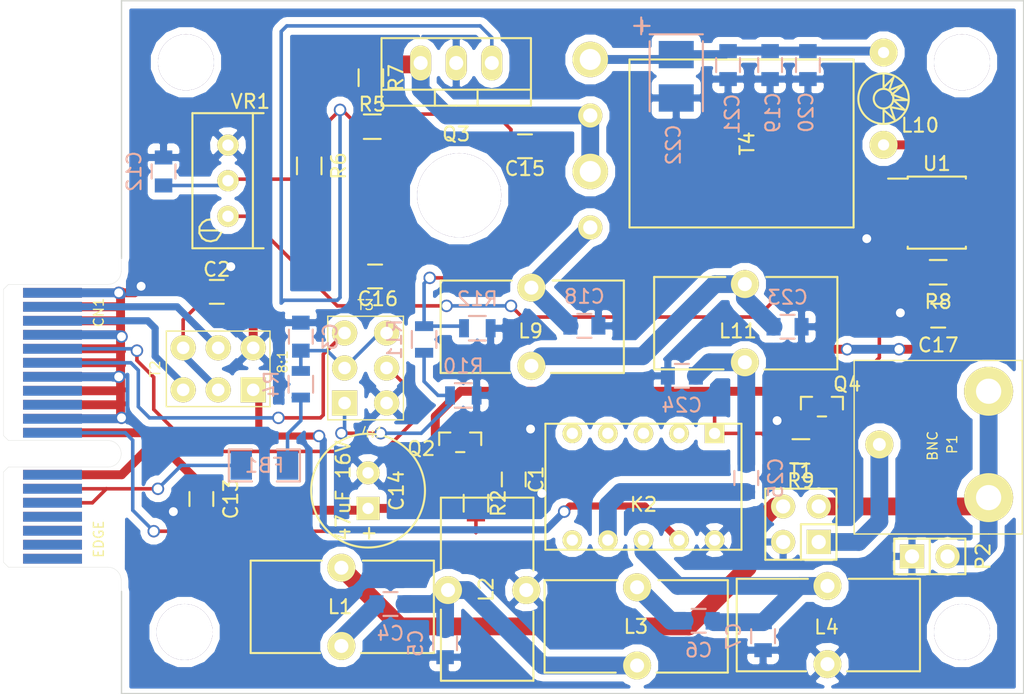
<source format=kicad_pcb>
(kicad_pcb (version 4) (host pcbnew "(2014-10-27 BZR 5228)-product")

  (general
    (links 113)
    (no_connects 0)
    (area 121.07056 32.7219 197.543286 87.12848)
    (thickness 1.6)
    (drawings 5)
    (tracks 363)
    (zones 0)
    (modules 57)
    (nets 55)
  )

  (page A4)
  (layers
    (0 F.Cu signal)
    (31 B.Cu signal)
    (32 B.Adhes user hide)
    (33 F.Adhes user hide)
    (34 B.Paste user)
    (35 F.Paste user)
    (36 B.SilkS user)
    (37 F.SilkS user)
    (38 B.Mask user)
    (39 F.Mask user)
    (40 Dwgs.User user hide)
    (41 Cmts.User user)
    (42 Eco1.User user hide)
    (43 Eco2.User user hide)
    (44 Edge.Cuts user)
    (45 Margin user hide)
    (46 B.CrtYd user hide)
    (47 F.CrtYd user hide)
    (48 B.Fab user hide)
    (49 F.Fab user hide)
  )

  (setup
    (last_trace_width 0.254)
    (trace_clearance 0.254)
    (zone_clearance 0.508)
    (zone_45_only no)
    (trace_min 0.254)
    (segment_width 0.2)
    (edge_width 0.1)
    (via_size 0.889)
    (via_drill 0.635)
    (via_min_size 0.889)
    (via_min_drill 0.508)
    (uvia_size 0.508)
    (uvia_drill 0.127)
    (uvias_allowed no)
    (uvia_min_size 0.508)
    (uvia_min_drill 0.127)
    (pcb_text_width 0.3)
    (pcb_text_size 1.5 1.5)
    (mod_edge_width 0.15)
    (mod_text_size 1 1)
    (mod_text_width 0.15)
    (pad_size 1.5 1.5)
    (pad_drill 0.6)
    (pad_to_mask_clearance 0)
    (aux_axis_origin 0 0)
    (visible_elements 7FFFFF7F)
    (pcbplotparams
      (layerselection 0x010fc_80000001)
      (usegerberextensions true)
      (excludeedgelayer true)
      (linewidth 0.100000)
      (plotframeref false)
      (viasonmask false)
      (mode 1)
      (useauxorigin false)
      (hpglpennumber 1)
      (hpglpenspeed 20)
      (hpglpendiameter 15)
      (hpglpenoverlay 2)
      (psnegative false)
      (psa4output false)
      (plotreference true)
      (plotvalue true)
      (plotinvisibletext false)
      (padsonsilk true)
      (subtractmaskfromsilk false)
      (outputformat 1)
      (mirror false)
      (drillshape 0)
      (scaleselection 1)
      (outputdirectory "C:/Users/John/Documents/Hermes-Lite/frontend/basic dualband pa/gerbers/"))
  )

  (net 0 "")
  (net 1 "Net-(C1-Pad1)")
  (net 2 GND)
  (net 3 "Net-(C2-Pad1)")
  (net 4 "Net-(C3-Pad1)")
  (net 5 "Net-(C4-Pad1)")
  (net 6 "Net-(C4-Pad2)")
  (net 7 "Net-(C6-Pad1)")
  (net 8 "Net-(C6-Pad2)")
  (net 9 "Net-(C12-Pad2)")
  (net 10 "Net-(C13-Pad1)")
  (net 11 "Net-(C15-Pad1)")
  (net 12 "Net-(C15-Pad2)")
  (net 13 "Net-(C16-Pad1)")
  (net 14 "Net-(C16-Pad2)")
  (net 15 "Net-(C18-Pad2)")
  (net 16 "Net-(C19-Pad2)")
  (net 17 "Net-(C23-Pad2)")
  (net 18 "Net-(C24-Pad2)")
  (net 19 "Net-(CN1-PadA13)")
  (net 20 "Net-(CN1-PadA15)")
  (net 21 "Net-(CN1-PadA17)")
  (net 22 "Net-(CN1-PadB2)")
  (net 23 "Net-(CN1-PadB3)")
  (net 24 "Net-(CN1-PadB5)")
  (net 25 "Net-(CN1-PadB6)")
  (net 26 "Net-(CN1-PadB8)")
  (net 27 "Net-(CN1-PadB9)")
  (net 28 "Net-(CN1-PadB13)")
  (net 29 "Net-(CN1-PadB14)")
  (net 30 "Net-(CN1-PadB15)")
  (net 31 "Net-(CN1-PadB16)")
  (net 32 "Net-(CN1-PadB17)")
  (net 33 "Net-(CN1-PadB18)")
  (net 34 "Net-(FB1-Pad2)")
  (net 35 "Net-(K2-Pad1)")
  (net 36 "Net-(K2-Pad2)")
  (net 37 "Net-(K2-Pad3)")
  (net 38 "Net-(K2-Pad4)")
  (net 39 "Net-(K2-Pad9)")
  (net 40 "Net-(P1-Pad2)")
  (net 41 "Net-(P1-Pad1)")
  (net 42 "Net-(Q3-Pad3)")
  (net 43 "Net-(Q4-Pad3)")
  (net 44 "Net-(Q4-Pad2)")
  (net 45 "Net-(R10-Pad2)")
  (net 46 "Net-(U1-Pad1)")
  (net 47 "Net-(U1-Pad5)")
  (net 48 "Net-(U1-Pad6)")
  (net 49 "Net-(CN1-PadB12)")
  (net 50 "Net-(L1-Pad1)")
  (net 51 "Net-(CN1-PadA16)")
  (net 52 "Net-(CN1-PadA18)")
  (net 53 "Net-(CN1-PadB11)")
  (net 54 "Net-(C25-Pad1)")

  (net_class Default "This is the default net class."
    (clearance 0.254)
    (trace_width 0.254)
    (via_dia 0.889)
    (via_drill 0.635)
    (uvia_dia 0.508)
    (uvia_drill 0.127)
    (add_net "Net-(C1-Pad1)")
    (add_net "Net-(C12-Pad2)")
    (add_net "Net-(C15-Pad1)")
    (add_net "Net-(C15-Pad2)")
    (add_net "Net-(C16-Pad1)")
    (add_net "Net-(C16-Pad2)")
    (add_net "Net-(C3-Pad1)")
    (add_net "Net-(CN1-PadA13)")
    (add_net "Net-(CN1-PadA16)")
    (add_net "Net-(CN1-PadA18)")
    (add_net "Net-(CN1-PadB11)")
    (add_net "Net-(CN1-PadB12)")
    (add_net "Net-(CN1-PadB13)")
    (add_net "Net-(CN1-PadB14)")
    (add_net "Net-(CN1-PadB15)")
    (add_net "Net-(CN1-PadB16)")
    (add_net "Net-(CN1-PadB17)")
    (add_net "Net-(CN1-PadB18)")
    (add_net "Net-(CN1-PadB5)")
    (add_net "Net-(CN1-PadB6)")
    (add_net "Net-(CN1-PadB8)")
    (add_net "Net-(CN1-PadB9)")
    (add_net "Net-(FB1-Pad2)")
    (add_net "Net-(K2-Pad1)")
    (add_net "Net-(K2-Pad2)")
    (add_net "Net-(K2-Pad4)")
    (add_net "Net-(Q4-Pad2)")
    (add_net "Net-(Q4-Pad3)")
    (add_net "Net-(R10-Pad2)")
    (add_net "Net-(U1-Pad1)")
    (add_net "Net-(U1-Pad5)")
    (add_net "Net-(U1-Pad6)")
  )

  (net_class Microstrip ""
    (clearance 0.254)
    (trace_width 3.81)
    (via_dia 0.889)
    (via_drill 0.635)
    (uvia_dia 0.508)
    (uvia_drill 0.127)
  )

  (net_class Power ""
    (clearance 0.254)
    (trace_width 0.635)
    (via_dia 0.889)
    (via_drill 0.635)
    (uvia_dia 0.508)
    (uvia_drill 0.127)
    (add_net GND)
    (add_net "Net-(C13-Pad1)")
    (add_net "Net-(C19-Pad2)")
    (add_net "Net-(CN1-PadA15)")
    (add_net "Net-(CN1-PadA17)")
  )

  (net_class RF ""
    (clearance 0.254)
    (trace_width 1.27)
    (via_dia 0.889)
    (via_drill 0.635)
    (uvia_dia 0.508)
    (uvia_drill 0.127)
    (add_net "Net-(C18-Pad2)")
    (add_net "Net-(C23-Pad2)")
    (add_net "Net-(C24-Pad2)")
    (add_net "Net-(C25-Pad1)")
    (add_net "Net-(C4-Pad1)")
    (add_net "Net-(C4-Pad2)")
    (add_net "Net-(C6-Pad1)")
    (add_net "Net-(C6-Pad2)")
    (add_net "Net-(K2-Pad3)")
    (add_net "Net-(L1-Pad1)")
    (add_net "Net-(P1-Pad1)")
    (add_net "Net-(P1-Pad2)")
    (add_net "Net-(Q3-Pad3)")
  )

  (net_class RF-N ""
    (clearance 0.254)
    (trace_width 0.508)
    (via_dia 0.889)
    (via_drill 0.635)
    (uvia_dia 0.508)
    (uvia_drill 0.127)
    (add_net "Net-(C2-Pad1)")
    (add_net "Net-(CN1-PadB2)")
    (add_net "Net-(CN1-PadB3)")
    (add_net "Net-(K2-Pad9)")
  )

  (module HERMESLITE:C_0805 (layer F.Cu) (tedit 54B27B65) (tstamp 54B1721C)
    (at 158 69.2 270)
    (descr "Capacitor SMD 0805, reflow soldering, AVX (see smccp.pdf)")
    (tags "capacitor 0805")
    (path /548163A6)
    (attr smd)
    (fp_text reference C1 (at 0 -1.6 270) (layer F.SilkS)
      (effects (font (size 1 1) (thickness 0.15)))
    )
    (fp_text value 0.1uF (at 0 2.1 270) (layer F.SilkS) hide
      (effects (font (size 1 1) (thickness 0.15)))
    )
    (fp_line (start -1.8 -1) (end 1.8 -1) (layer F.CrtYd) (width 0.05))
    (fp_line (start -1.8 1) (end 1.8 1) (layer F.CrtYd) (width 0.05))
    (fp_line (start -1.8 -1) (end -1.8 1) (layer F.CrtYd) (width 0.05))
    (fp_line (start 1.8 -1) (end 1.8 1) (layer F.CrtYd) (width 0.05))
    (fp_line (start 0.5 -0.85) (end -0.5 -0.85) (layer F.SilkS) (width 0.15))
    (fp_line (start -0.5 0.85) (end 0.5 0.85) (layer F.SilkS) (width 0.15))
    (pad 1 smd rect (at -1 0 270) (size 1 1.25) (layers F.Cu F.Paste F.Mask)
      (net 1 "Net-(C1-Pad1)"))
    (pad 2 smd rect (at 1 0 270) (size 1 1.25) (layers F.Cu F.Paste F.Mask)
      (net 2 GND))
    (model Capacitors_SMD/C_0805.wrl
      (at (xyz 0 0 0))
      (scale (xyz 1 1 1))
      (rotate (xyz 0 0 0))
    )
  )

  (module HERMESLITE:C_0805 (layer F.Cu) (tedit 54B27AF2) (tstamp 54B17222)
    (at 136.8 55.8)
    (descr "Capacitor SMD 0805, reflow soldering, AVX (see smccp.pdf)")
    (tags "capacitor 0805")
    (path /5443416A)
    (attr smd)
    (fp_text reference C2 (at 0 -1.6) (layer F.SilkS)
      (effects (font (size 1 1) (thickness 0.15)))
    )
    (fp_text value "0.1 uF" (at 0 2.1) (layer F.SilkS) hide
      (effects (font (size 1 1) (thickness 0.15)))
    )
    (fp_line (start -1.8 -1) (end 1.8 -1) (layer F.CrtYd) (width 0.05))
    (fp_line (start -1.8 1) (end 1.8 1) (layer F.CrtYd) (width 0.05))
    (fp_line (start -1.8 -1) (end -1.8 1) (layer F.CrtYd) (width 0.05))
    (fp_line (start 1.8 -1) (end 1.8 1) (layer F.CrtYd) (width 0.05))
    (fp_line (start 0.5 -0.85) (end -0.5 -0.85) (layer F.SilkS) (width 0.15))
    (fp_line (start -0.5 0.85) (end 0.5 0.85) (layer F.SilkS) (width 0.15))
    (pad 1 smd rect (at -1 0) (size 1 1.25) (layers F.Cu F.Paste F.Mask)
      (net 3 "Net-(C2-Pad1)"))
    (pad 2 smd rect (at 1 0) (size 1 1.25) (layers F.Cu F.Paste F.Mask)
      (net 2 GND))
    (model Capacitors_SMD/C_0805.wrl
      (at (xyz 0 0 0))
      (scale (xyz 1 1 1))
      (rotate (xyz 0 0 0))
    )
  )

  (module HERMESLITE:C_0805 (layer B.Cu) (tedit 54AA9BE9) (tstamp 54B17228)
    (at 142.8 59 90)
    (descr "Capacitor SMD 0805, reflow soldering, AVX (see smccp.pdf)")
    (tags "capacitor 0805")
    (path /544344BB)
    (attr smd)
    (fp_text reference C3 (at 0 2.1 90) (layer B.SilkS)
      (effects (font (size 1 1) (thickness 0.15)) (justify mirror))
    )
    (fp_text value "0.1 uF" (at 0 -2.1 90) (layer B.SilkS) hide
      (effects (font (size 1 1) (thickness 0.15)) (justify mirror))
    )
    (fp_line (start -1.8 1) (end 1.8 1) (layer B.CrtYd) (width 0.05))
    (fp_line (start -1.8 -1) (end 1.8 -1) (layer B.CrtYd) (width 0.05))
    (fp_line (start -1.8 1) (end -1.8 -1) (layer B.CrtYd) (width 0.05))
    (fp_line (start 1.8 1) (end 1.8 -1) (layer B.CrtYd) (width 0.05))
    (fp_line (start 0.5 0.85) (end -0.5 0.85) (layer B.SilkS) (width 0.15))
    (fp_line (start -0.5 -0.85) (end 0.5 -0.85) (layer B.SilkS) (width 0.15))
    (pad 1 smd rect (at -1 0 90) (size 1 1.25) (layers B.Cu B.Paste B.Mask)
      (net 4 "Net-(C3-Pad1)"))
    (pad 2 smd rect (at 1 0 90) (size 1 1.25) (layers B.Cu B.Paste B.Mask)
      (net 2 GND))
    (model Capacitors_SMD/C_0805.wrl
      (at (xyz 0 0 0))
      (scale (xyz 1 1 1))
      (rotate (xyz 0 0 0))
    )
  )

  (module HERMESLITE:C_0805 (layer B.Cu) (tedit 54AA9BE9) (tstamp 54B1722E)
    (at 149.2 78.1)
    (descr "Capacitor SMD 0805, reflow soldering, AVX (see smccp.pdf)")
    (tags "capacitor 0805")
    (path /547D4CF8)
    (attr smd)
    (fp_text reference C4 (at 0 2.1) (layer B.SilkS)
      (effects (font (size 1 1) (thickness 0.15)) (justify mirror))
    )
    (fp_text value C (at 0 -2.1) (layer B.SilkS) hide
      (effects (font (size 1 1) (thickness 0.15)) (justify mirror))
    )
    (fp_line (start -1.8 1) (end 1.8 1) (layer B.CrtYd) (width 0.05))
    (fp_line (start -1.8 -1) (end 1.8 -1) (layer B.CrtYd) (width 0.05))
    (fp_line (start -1.8 1) (end -1.8 -1) (layer B.CrtYd) (width 0.05))
    (fp_line (start 1.8 1) (end 1.8 -1) (layer B.CrtYd) (width 0.05))
    (fp_line (start 0.5 0.85) (end -0.5 0.85) (layer B.SilkS) (width 0.15))
    (fp_line (start -0.5 -0.85) (end 0.5 -0.85) (layer B.SilkS) (width 0.15))
    (pad 1 smd rect (at -1 0) (size 1 1.25) (layers B.Cu B.Paste B.Mask)
      (net 5 "Net-(C4-Pad1)"))
    (pad 2 smd rect (at 1 0) (size 1 1.25) (layers B.Cu B.Paste B.Mask)
      (net 6 "Net-(C4-Pad2)"))
    (model Capacitors_SMD/C_0805.wrl
      (at (xyz 0 0 0))
      (scale (xyz 1 1 1))
      (rotate (xyz 0 0 0))
    )
  )

  (module HERMESLITE:C_0805 (layer B.Cu) (tedit 54AA9BE9) (tstamp 54B17234)
    (at 153.1 80.9 270)
    (descr "Capacitor SMD 0805, reflow soldering, AVX (see smccp.pdf)")
    (tags "capacitor 0805")
    (path /547D4D04)
    (attr smd)
    (fp_text reference C5 (at 0 2.1 270) (layer B.SilkS)
      (effects (font (size 1 1) (thickness 0.15)) (justify mirror))
    )
    (fp_text value C (at 0 -2.1 270) (layer B.SilkS) hide
      (effects (font (size 1 1) (thickness 0.15)) (justify mirror))
    )
    (fp_line (start -1.8 1) (end 1.8 1) (layer B.CrtYd) (width 0.05))
    (fp_line (start -1.8 -1) (end 1.8 -1) (layer B.CrtYd) (width 0.05))
    (fp_line (start -1.8 1) (end -1.8 -1) (layer B.CrtYd) (width 0.05))
    (fp_line (start 1.8 1) (end 1.8 -1) (layer B.CrtYd) (width 0.05))
    (fp_line (start 0.5 0.85) (end -0.5 0.85) (layer B.SilkS) (width 0.15))
    (fp_line (start -0.5 -0.85) (end 0.5 -0.85) (layer B.SilkS) (width 0.15))
    (pad 1 smd rect (at -1 0 270) (size 1 1.25) (layers B.Cu B.Paste B.Mask)
      (net 6 "Net-(C4-Pad2)"))
    (pad 2 smd rect (at 1 0 270) (size 1 1.25) (layers B.Cu B.Paste B.Mask)
      (net 2 GND))
    (model Capacitors_SMD/C_0805.wrl
      (at (xyz 0 0 0))
      (scale (xyz 1 1 1))
      (rotate (xyz 0 0 0))
    )
  )

  (module HERMESLITE:C_0805 (layer B.Cu) (tedit 54AA9BE9) (tstamp 54B1723A)
    (at 171.2 79.3)
    (descr "Capacitor SMD 0805, reflow soldering, AVX (see smccp.pdf)")
    (tags "capacitor 0805")
    (path /547D4D11)
    (attr smd)
    (fp_text reference C6 (at 0 2.1) (layer B.SilkS)
      (effects (font (size 1 1) (thickness 0.15)) (justify mirror))
    )
    (fp_text value C (at 0 -2.1) (layer B.SilkS) hide
      (effects (font (size 1 1) (thickness 0.15)) (justify mirror))
    )
    (fp_line (start -1.8 1) (end 1.8 1) (layer B.CrtYd) (width 0.05))
    (fp_line (start -1.8 -1) (end 1.8 -1) (layer B.CrtYd) (width 0.05))
    (fp_line (start -1.8 1) (end -1.8 -1) (layer B.CrtYd) (width 0.05))
    (fp_line (start 1.8 1) (end 1.8 -1) (layer B.CrtYd) (width 0.05))
    (fp_line (start 0.5 0.85) (end -0.5 0.85) (layer B.SilkS) (width 0.15))
    (fp_line (start -0.5 -0.85) (end 0.5 -0.85) (layer B.SilkS) (width 0.15))
    (pad 1 smd rect (at -1 0) (size 1 1.25) (layers B.Cu B.Paste B.Mask)
      (net 7 "Net-(C6-Pad1)"))
    (pad 2 smd rect (at 1 0) (size 1 1.25) (layers B.Cu B.Paste B.Mask)
      (net 8 "Net-(C6-Pad2)"))
    (model Capacitors_SMD/C_0805.wrl
      (at (xyz 0 0 0))
      (scale (xyz 1 1 1))
      (rotate (xyz 0 0 0))
    )
  )

  (module HERMESLITE:C_0805 (layer B.Cu) (tedit 54AA9BE9) (tstamp 54B17240)
    (at 175.8 80.4 270)
    (descr "Capacitor SMD 0805, reflow soldering, AVX (see smccp.pdf)")
    (tags "capacitor 0805")
    (path /547D4D1D)
    (attr smd)
    (fp_text reference C7 (at 0 2.1 270) (layer B.SilkS)
      (effects (font (size 1 1) (thickness 0.15)) (justify mirror))
    )
    (fp_text value C (at 0 -2.1 270) (layer B.SilkS) hide
      (effects (font (size 1 1) (thickness 0.15)) (justify mirror))
    )
    (fp_line (start -1.8 1) (end 1.8 1) (layer B.CrtYd) (width 0.05))
    (fp_line (start -1.8 -1) (end 1.8 -1) (layer B.CrtYd) (width 0.05))
    (fp_line (start -1.8 1) (end -1.8 -1) (layer B.CrtYd) (width 0.05))
    (fp_line (start 1.8 1) (end 1.8 -1) (layer B.CrtYd) (width 0.05))
    (fp_line (start 0.5 0.85) (end -0.5 0.85) (layer B.SilkS) (width 0.15))
    (fp_line (start -0.5 -0.85) (end 0.5 -0.85) (layer B.SilkS) (width 0.15))
    (pad 1 smd rect (at -1 0 270) (size 1 1.25) (layers B.Cu B.Paste B.Mask)
      (net 8 "Net-(C6-Pad2)"))
    (pad 2 smd rect (at 1 0 270) (size 1 1.25) (layers B.Cu B.Paste B.Mask)
      (net 2 GND))
    (model Capacitors_SMD/C_0805.wrl
      (at (xyz 0 0 0))
      (scale (xyz 1 1 1))
      (rotate (xyz 0 0 0))
    )
  )

  (module HERMESLITE:C_0805 (layer B.Cu) (tedit 54AA9BE9) (tstamp 54B1725E)
    (at 133 47.2 270)
    (descr "Capacitor SMD 0805, reflow soldering, AVX (see smccp.pdf)")
    (tags "capacitor 0805")
    (path /54AEA33C)
    (attr smd)
    (fp_text reference C12 (at 0 2.1 270) (layer B.SilkS)
      (effects (font (size 1 1) (thickness 0.15)) (justify mirror))
    )
    (fp_text value 0.01uF (at 0 -2.1 270) (layer B.SilkS) hide
      (effects (font (size 1 1) (thickness 0.15)) (justify mirror))
    )
    (fp_line (start -1.8 1) (end 1.8 1) (layer B.CrtYd) (width 0.05))
    (fp_line (start -1.8 -1) (end 1.8 -1) (layer B.CrtYd) (width 0.05))
    (fp_line (start -1.8 1) (end -1.8 -1) (layer B.CrtYd) (width 0.05))
    (fp_line (start 1.8 1) (end 1.8 -1) (layer B.CrtYd) (width 0.05))
    (fp_line (start 0.5 0.85) (end -0.5 0.85) (layer B.SilkS) (width 0.15))
    (fp_line (start -0.5 -0.85) (end 0.5 -0.85) (layer B.SilkS) (width 0.15))
    (pad 1 smd rect (at -1 0 270) (size 1 1.25) (layers B.Cu B.Paste B.Mask)
      (net 2 GND))
    (pad 2 smd rect (at 1 0 270) (size 1 1.25) (layers B.Cu B.Paste B.Mask)
      (net 9 "Net-(C12-Pad2)"))
    (model Capacitors_SMD/C_0805.wrl
      (at (xyz 0 0 0))
      (scale (xyz 1 1 1))
      (rotate (xyz 0 0 0))
    )
  )

  (module HERMESLITE:C_0805 (layer F.Cu) (tedit 54AA9BE9) (tstamp 54B17264)
    (at 135.7 70.6 270)
    (descr "Capacitor SMD 0805, reflow soldering, AVX (see smccp.pdf)")
    (tags "capacitor 0805")
    (path /54872F5F)
    (attr smd)
    (fp_text reference C13 (at 0 -2.1 270) (layer F.SilkS)
      (effects (font (size 1 1) (thickness 0.15)))
    )
    (fp_text value 0.1uF (at 0 2.1 270) (layer F.SilkS) hide
      (effects (font (size 1 1) (thickness 0.15)))
    )
    (fp_line (start -1.8 -1) (end 1.8 -1) (layer F.CrtYd) (width 0.05))
    (fp_line (start -1.8 1) (end 1.8 1) (layer F.CrtYd) (width 0.05))
    (fp_line (start -1.8 -1) (end -1.8 1) (layer F.CrtYd) (width 0.05))
    (fp_line (start 1.8 -1) (end 1.8 1) (layer F.CrtYd) (width 0.05))
    (fp_line (start 0.5 -0.85) (end -0.5 -0.85) (layer F.SilkS) (width 0.15))
    (fp_line (start -0.5 0.85) (end 0.5 0.85) (layer F.SilkS) (width 0.15))
    (pad 1 smd rect (at -1 0 270) (size 1 1.25) (layers F.Cu F.Paste F.Mask)
      (net 10 "Net-(C13-Pad1)"))
    (pad 2 smd rect (at 1 0 270) (size 1 1.25) (layers F.Cu F.Paste F.Mask)
      (net 2 GND))
    (model Capacitors_SMD/C_0805.wrl
      (at (xyz 0 0 0))
      (scale (xyz 1 1 1))
      (rotate (xyz 0 0 0))
    )
  )

  (module Discret:C1V8 (layer F.Cu) (tedit 54B1712D) (tstamp 54B1726A)
    (at 147.6 70 90)
    (path /54872CD7)
    (fp_text reference C14 (at 0 2.032 90) (layer F.SilkS)
      (effects (font (size 1 1) (thickness 0.15)))
    )
    (fp_text value "47uF 16V" (at 0 -1.77546 90) (layer F.SilkS)
      (effects (font (size 1 1) (thickness 0.15)))
    )
    (fp_text user + (at -3.04546 0 90) (layer F.SilkS)
      (effects (font (size 1 1) (thickness 0.15)))
    )
    (fp_circle (center 0 0) (end 4.064 0) (layer F.SilkS) (width 0.15))
    (pad 1 thru_hole rect (at -1.27 0 90) (size 1.651 1.651) (drill 0.8128) (layers *.Cu *.Mask F.SilkS)
      (net 10 "Net-(C13-Pad1)"))
    (pad 2 thru_hole circle (at 1.27 0 90) (size 1.651 1.651) (drill 0.8128) (layers *.Cu *.Mask F.SilkS)
      (net 2 GND))
    (model Discret/C1V8.wrl
      (at (xyz 0 0 0))
      (scale (xyz 1 1 1))
      (rotate (xyz 0 0 0))
    )
  )

  (module HERMESLITE:C_0805 (layer F.Cu) (tedit 54B27B14) (tstamp 54B17270)
    (at 158.8 45.4)
    (descr "Capacitor SMD 0805, reflow soldering, AVX (see smccp.pdf)")
    (tags "capacitor 0805")
    (path /547BF1D3)
    (attr smd)
    (fp_text reference C15 (at 0 1.6) (layer F.SilkS)
      (effects (font (size 1 1) (thickness 0.15)))
    )
    (fp_text value 0.01uF (at 0 2.1) (layer F.SilkS) hide
      (effects (font (size 1 1) (thickness 0.15)))
    )
    (fp_line (start -1.8 -1) (end 1.8 -1) (layer F.CrtYd) (width 0.05))
    (fp_line (start -1.8 1) (end 1.8 1) (layer F.CrtYd) (width 0.05))
    (fp_line (start -1.8 -1) (end -1.8 1) (layer F.CrtYd) (width 0.05))
    (fp_line (start 1.8 -1) (end 1.8 1) (layer F.CrtYd) (width 0.05))
    (fp_line (start 0.5 -0.85) (end -0.5 -0.85) (layer F.SilkS) (width 0.15))
    (fp_line (start -0.5 0.85) (end 0.5 0.85) (layer F.SilkS) (width 0.15))
    (pad 1 smd rect (at -1 0) (size 1 1.25) (layers F.Cu F.Paste F.Mask)
      (net 11 "Net-(C15-Pad1)"))
    (pad 2 smd rect (at 1 0) (size 1 1.25) (layers F.Cu F.Paste F.Mask)
      (net 12 "Net-(C15-Pad2)"))
    (model Capacitors_SMD/C_0805.wrl
      (at (xyz 0 0 0))
      (scale (xyz 1 1 1))
      (rotate (xyz 0 0 0))
    )
  )

  (module HERMESLITE:C_0805 (layer F.Cu) (tedit 54B27B06) (tstamp 54B17276)
    (at 148.1 54.7 180)
    (descr "Capacitor SMD 0805, reflow soldering, AVX (see smccp.pdf)")
    (tags "capacitor 0805")
    (path /54AE9C7C)
    (attr smd)
    (fp_text reference C16 (at -0.2 -1.6 180) (layer F.SilkS)
      (effects (font (size 1 1) (thickness 0.15)))
    )
    (fp_text value 0.01uF (at 0 2.1 180) (layer F.SilkS) hide
      (effects (font (size 1 1) (thickness 0.15)))
    )
    (fp_line (start -1.8 -1) (end 1.8 -1) (layer F.CrtYd) (width 0.05))
    (fp_line (start -1.8 1) (end 1.8 1) (layer F.CrtYd) (width 0.05))
    (fp_line (start -1.8 -1) (end -1.8 1) (layer F.CrtYd) (width 0.05))
    (fp_line (start 1.8 -1) (end 1.8 1) (layer F.CrtYd) (width 0.05))
    (fp_line (start 0.5 -0.85) (end -0.5 -0.85) (layer F.SilkS) (width 0.15))
    (fp_line (start -0.5 0.85) (end 0.5 0.85) (layer F.SilkS) (width 0.15))
    (pad 1 smd rect (at -1 0 180) (size 1 1.25) (layers F.Cu F.Paste F.Mask)
      (net 13 "Net-(C16-Pad1)"))
    (pad 2 smd rect (at 1 0 180) (size 1 1.25) (layers F.Cu F.Paste F.Mask)
      (net 14 "Net-(C16-Pad2)"))
    (model Capacitors_SMD/C_0805.wrl
      (at (xyz 0 0 0))
      (scale (xyz 1 1 1))
      (rotate (xyz 0 0 0))
    )
  )

  (module HERMESLITE:C_0805 (layer F.Cu) (tedit 54AA9BE9) (tstamp 54B1727C)
    (at 188.3 57.5 180)
    (descr "Capacitor SMD 0805, reflow soldering, AVX (see smccp.pdf)")
    (tags "capacitor 0805")
    (path /54AE82FE)
    (attr smd)
    (fp_text reference C17 (at 0 -2.1 180) (layer F.SilkS)
      (effects (font (size 1 1) (thickness 0.15)))
    )
    (fp_text value 0.1uF (at 0 2.1 180) (layer F.SilkS) hide
      (effects (font (size 1 1) (thickness 0.15)))
    )
    (fp_line (start -1.8 -1) (end 1.8 -1) (layer F.CrtYd) (width 0.05))
    (fp_line (start -1.8 1) (end 1.8 1) (layer F.CrtYd) (width 0.05))
    (fp_line (start -1.8 -1) (end -1.8 1) (layer F.CrtYd) (width 0.05))
    (fp_line (start 1.8 -1) (end 1.8 1) (layer F.CrtYd) (width 0.05))
    (fp_line (start 0.5 -0.85) (end -0.5 -0.85) (layer F.SilkS) (width 0.15))
    (fp_line (start -0.5 0.85) (end 0.5 0.85) (layer F.SilkS) (width 0.15))
    (pad 1 smd rect (at -1 0 180) (size 1 1.25) (layers F.Cu F.Paste F.Mask)
      (net 10 "Net-(C13-Pad1)"))
    (pad 2 smd rect (at 1 0 180) (size 1 1.25) (layers F.Cu F.Paste F.Mask)
      (net 2 GND))
    (model Capacitors_SMD/C_0805.wrl
      (at (xyz 0 0 0))
      (scale (xyz 1 1 1))
      (rotate (xyz 0 0 0))
    )
  )

  (module HERMESLITE:C_0805 (layer B.Cu) (tedit 54AA9BE9) (tstamp 54B17282)
    (at 163.0426 58.2295 180)
    (descr "Capacitor SMD 0805, reflow soldering, AVX (see smccp.pdf)")
    (tags "capacitor 0805")
    (path /54AEE19A)
    (attr smd)
    (fp_text reference C18 (at 0 2.1 180) (layer B.SilkS)
      (effects (font (size 1 1) (thickness 0.15)) (justify mirror))
    )
    (fp_text value 120pF (at 0 -2.1 180) (layer B.SilkS) hide
      (effects (font (size 1 1) (thickness 0.15)) (justify mirror))
    )
    (fp_line (start -1.8 1) (end 1.8 1) (layer B.CrtYd) (width 0.05))
    (fp_line (start -1.8 -1) (end 1.8 -1) (layer B.CrtYd) (width 0.05))
    (fp_line (start -1.8 1) (end -1.8 -1) (layer B.CrtYd) (width 0.05))
    (fp_line (start 1.8 1) (end 1.8 -1) (layer B.CrtYd) (width 0.05))
    (fp_line (start 0.5 0.85) (end -0.5 0.85) (layer B.SilkS) (width 0.15))
    (fp_line (start -0.5 -0.85) (end 0.5 -0.85) (layer B.SilkS) (width 0.15))
    (pad 1 smd rect (at -1 0 180) (size 1 1.25) (layers B.Cu B.Paste B.Mask)
      (net 2 GND))
    (pad 2 smd rect (at 1 0 180) (size 1 1.25) (layers B.Cu B.Paste B.Mask)
      (net 15 "Net-(C18-Pad2)"))
    (model Capacitors_SMD/C_0805.wrl
      (at (xyz 0 0 0))
      (scale (xyz 1 1 1))
      (rotate (xyz 0 0 0))
    )
  )

  (module HERMESLITE:C_0805 (layer B.Cu) (tedit 54B53676) (tstamp 54B17288)
    (at 176.3 39.6 90)
    (descr "Capacitor SMD 0805, reflow soldering, AVX (see smccp.pdf)")
    (tags "capacitor 0805")
    (path /54AEFAFD)
    (attr smd)
    (fp_text reference C19 (at -3.4 0.2 90) (layer B.SilkS)
      (effects (font (size 1 1) (thickness 0.15)) (justify mirror))
    )
    (fp_text value 0.01uF (at 0 -2.1 90) (layer B.SilkS) hide
      (effects (font (size 1 1) (thickness 0.15)) (justify mirror))
    )
    (fp_line (start -1.8 1) (end 1.8 1) (layer B.CrtYd) (width 0.05))
    (fp_line (start -1.8 -1) (end 1.8 -1) (layer B.CrtYd) (width 0.05))
    (fp_line (start -1.8 1) (end -1.8 -1) (layer B.CrtYd) (width 0.05))
    (fp_line (start 1.8 1) (end 1.8 -1) (layer B.CrtYd) (width 0.05))
    (fp_line (start 0.5 0.85) (end -0.5 0.85) (layer B.SilkS) (width 0.15))
    (fp_line (start -0.5 -0.85) (end 0.5 -0.85) (layer B.SilkS) (width 0.15))
    (pad 1 smd rect (at -1 0 90) (size 1 1.25) (layers B.Cu B.Paste B.Mask)
      (net 2 GND))
    (pad 2 smd rect (at 1 0 90) (size 1 1.25) (layers B.Cu B.Paste B.Mask)
      (net 16 "Net-(C19-Pad2)"))
    (model Capacitors_SMD/C_0805.wrl
      (at (xyz 0 0 0))
      (scale (xyz 1 1 1))
      (rotate (xyz 0 0 0))
    )
  )

  (module HERMESLITE:C_0805 (layer B.Cu) (tedit 54B27B41) (tstamp 54B1728E)
    (at 179 39.6 90)
    (descr "Capacitor SMD 0805, reflow soldering, AVX (see smccp.pdf)")
    (tags "capacitor 0805")
    (path /54AEFB8B)
    (attr smd)
    (fp_text reference C20 (at -3.3788 -0.1269 90) (layer B.SilkS)
      (effects (font (size 1 1) (thickness 0.15)) (justify mirror))
    )
    (fp_text value 0.1uF (at 0 -2.1 90) (layer B.SilkS) hide
      (effects (font (size 1 1) (thickness 0.15)) (justify mirror))
    )
    (fp_line (start -1.8 1) (end 1.8 1) (layer B.CrtYd) (width 0.05))
    (fp_line (start -1.8 -1) (end 1.8 -1) (layer B.CrtYd) (width 0.05))
    (fp_line (start -1.8 1) (end -1.8 -1) (layer B.CrtYd) (width 0.05))
    (fp_line (start 1.8 1) (end 1.8 -1) (layer B.CrtYd) (width 0.05))
    (fp_line (start 0.5 0.85) (end -0.5 0.85) (layer B.SilkS) (width 0.15))
    (fp_line (start -0.5 -0.85) (end 0.5 -0.85) (layer B.SilkS) (width 0.15))
    (pad 1 smd rect (at -1 0 90) (size 1 1.25) (layers B.Cu B.Paste B.Mask)
      (net 2 GND))
    (pad 2 smd rect (at 1 0 90) (size 1 1.25) (layers B.Cu B.Paste B.Mask)
      (net 16 "Net-(C19-Pad2)"))
    (model Capacitors_SMD/C_0805.wrl
      (at (xyz 0 0 0))
      (scale (xyz 1 1 1))
      (rotate (xyz 0 0 0))
    )
  )

  (module HERMESLITE:C_0805 (layer B.Cu) (tedit 54B5366F) (tstamp 54B17294)
    (at 173.3 39.6 90)
    (descr "Capacitor SMD 0805, reflow soldering, AVX (see smccp.pdf)")
    (tags "capacitor 0805")
    (path /54AEFBE0)
    (attr smd)
    (fp_text reference C21 (at -3.5 0.3 90) (layer B.SilkS)
      (effects (font (size 1 1) (thickness 0.15)) (justify mirror))
    )
    (fp_text value 4700pF (at 0 -2.1 90) (layer B.SilkS) hide
      (effects (font (size 1 1) (thickness 0.15)) (justify mirror))
    )
    (fp_line (start -1.8 1) (end 1.8 1) (layer B.CrtYd) (width 0.05))
    (fp_line (start -1.8 -1) (end 1.8 -1) (layer B.CrtYd) (width 0.05))
    (fp_line (start -1.8 1) (end -1.8 -1) (layer B.CrtYd) (width 0.05))
    (fp_line (start 1.8 1) (end 1.8 -1) (layer B.CrtYd) (width 0.05))
    (fp_line (start 0.5 0.85) (end -0.5 0.85) (layer B.SilkS) (width 0.15))
    (fp_line (start -0.5 -0.85) (end 0.5 -0.85) (layer B.SilkS) (width 0.15))
    (pad 1 smd rect (at -1 0 90) (size 1 1.25) (layers B.Cu B.Paste B.Mask)
      (net 2 GND))
    (pad 2 smd rect (at 1 0 90) (size 1 1.25) (layers B.Cu B.Paste B.Mask)
      (net 16 "Net-(C19-Pad2)"))
    (model Capacitors_SMD/C_0805.wrl
      (at (xyz 0 0 0))
      (scale (xyz 1 1 1))
      (rotate (xyz 0 0 0))
    )
  )

  (module Capacitors_Tantalum_SMD:TantalC_SizeB_EIA-3528_Reflow (layer B.Cu) (tedit 54B53668) (tstamp 54B1729A)
    (at 169.6 40.4 270)
    (descr "Tantal Cap. , Size B, EIA-3528, Reflow,")
    (tags "Tantal Cap. , Size B, EIA-3528, Reflow,")
    (path /54AEFE24)
    (attr smd)
    (fp_text reference C22 (at 4.9 0.2 270) (layer B.SilkS)
      (effects (font (size 1 1) (thickness 0.15)) (justify mirror))
    )
    (fp_text value "10uF 16V" (at -0.09906 -3.59918 270) (layer B.SilkS) hide
      (effects (font (size 1 1) (thickness 0.15)) (justify mirror))
    )
    (fp_text user + (at -3.59918 2.49936 270) (layer B.SilkS)
      (effects (font (size 1 1) (thickness 0.15)) (justify mirror))
    )
    (fp_line (start -2.99974 1.89992) (end -2.99974 -1.89992) (layer B.SilkS) (width 0.15))
    (fp_line (start 2.49936 1.89992) (end -2.49936 1.89992) (layer B.SilkS) (width 0.15))
    (fp_line (start 2.49682 -1.89992) (end -2.5019 -1.89992) (layer B.SilkS) (width 0.15))
    (fp_line (start -3.60172 3.00228) (end -3.60172 1.90246) (layer B.SilkS) (width 0.15))
    (fp_line (start -4.20116 2.5019) (end -3.00228 2.5019) (layer B.SilkS) (width 0.15))
    (pad 2 smd rect (at 1.5494 0 270) (size 1.95072 2.49936) (layers B.Cu B.Paste B.Mask)
      (net 2 GND))
    (pad 1 smd rect (at -1.5494 0 270) (size 1.95072 2.49936) (layers B.Cu B.Paste B.Mask)
      (net 16 "Net-(C19-Pad2)"))
    (model Capacitors_Tantalum_SMD/TantalC_SizeB_EIA-3528_Reflow.wrl
      (at (xyz 0 0 0))
      (scale (xyz 1 1 1))
      (rotate (xyz 0 0 180))
    )
  )

  (module HERMESLITE:C_0805 (layer B.Cu) (tedit 54AA9BE9) (tstamp 54B172A0)
    (at 177.546 58.293 180)
    (descr "Capacitor SMD 0805, reflow soldering, AVX (see smccp.pdf)")
    (tags "capacitor 0805")
    (path /54AF287B)
    (attr smd)
    (fp_text reference C23 (at 0 2.1 180) (layer B.SilkS)
      (effects (font (size 1 1) (thickness 0.15)) (justify mirror))
    )
    (fp_text value 120pF (at 0 -2.1 180) (layer B.SilkS) hide
      (effects (font (size 1 1) (thickness 0.15)) (justify mirror))
    )
    (fp_line (start -1.8 1) (end 1.8 1) (layer B.CrtYd) (width 0.05))
    (fp_line (start -1.8 -1) (end 1.8 -1) (layer B.CrtYd) (width 0.05))
    (fp_line (start -1.8 1) (end -1.8 -1) (layer B.CrtYd) (width 0.05))
    (fp_line (start 1.8 1) (end 1.8 -1) (layer B.CrtYd) (width 0.05))
    (fp_line (start 0.5 0.85) (end -0.5 0.85) (layer B.SilkS) (width 0.15))
    (fp_line (start -0.5 -0.85) (end 0.5 -0.85) (layer B.SilkS) (width 0.15))
    (pad 1 smd rect (at -1 0 180) (size 1 1.25) (layers B.Cu B.Paste B.Mask)
      (net 2 GND))
    (pad 2 smd rect (at 1 0 180) (size 1 1.25) (layers B.Cu B.Paste B.Mask)
      (net 17 "Net-(C23-Pad2)"))
    (model Capacitors_SMD/C_0805.wrl
      (at (xyz 0 0 0))
      (scale (xyz 1 1 1))
      (rotate (xyz 0 0 0))
    )
  )

  (module HERMESLITE:C_0805 (layer B.Cu) (tedit 54AA9BE9) (tstamp 54B172A6)
    (at 170 61.8)
    (descr "Capacitor SMD 0805, reflow soldering, AVX (see smccp.pdf)")
    (tags "capacitor 0805")
    (path /54AF28EF)
    (attr smd)
    (fp_text reference C24 (at 0 2.1) (layer B.SilkS)
      (effects (font (size 1 1) (thickness 0.15)) (justify mirror))
    )
    (fp_text value 82pF (at 0 -2.1) (layer B.SilkS) hide
      (effects (font (size 1 1) (thickness 0.15)) (justify mirror))
    )
    (fp_line (start -1.8 1) (end 1.8 1) (layer B.CrtYd) (width 0.05))
    (fp_line (start -1.8 -1) (end 1.8 -1) (layer B.CrtYd) (width 0.05))
    (fp_line (start -1.8 1) (end -1.8 -1) (layer B.CrtYd) (width 0.05))
    (fp_line (start 1.8 1) (end 1.8 -1) (layer B.CrtYd) (width 0.05))
    (fp_line (start 0.5 0.85) (end -0.5 0.85) (layer B.SilkS) (width 0.15))
    (fp_line (start -0.5 -0.85) (end 0.5 -0.85) (layer B.SilkS) (width 0.15))
    (pad 1 smd rect (at -1 0) (size 1 1.25) (layers B.Cu B.Paste B.Mask)
      (net 2 GND))
    (pad 2 smd rect (at 1 0) (size 1 1.25) (layers B.Cu B.Paste B.Mask)
      (net 18 "Net-(C24-Pad2)"))
    (model Capacitors_SMD/C_0805.wrl
      (at (xyz 0 0 0))
      (scale (xyz 1 1 1))
      (rotate (xyz 0 0 0))
    )
  )

  (module HERMESLITE:EDGE (layer F.Cu) (tedit 543E0E46) (tstamp 54B172CE)
    (at 121.57456 67.3682 270)
    (path /54430BA6)
    (fp_text reference CN1 (at -10.1 -6.8 270) (layer F.SilkS)
      (effects (font (size 0.7 0.7) (thickness 0.1)))
    )
    (fp_text value EDGE (at 6.1 -6.8 270) (layer F.SilkS)
      (effects (font (size 0.7 0.7) (thickness 0.1)))
    )
    (fp_line (start -13 -8.4) (end -14 -8.4) (layer Edge.Cuts) (width 0.02))
    (fp_line (start 9.05 -8.4) (end 10 -8.4) (layer Edge.Cuts) (width 0.02))
    (fp_arc (start -13.05 -7.45) (end -13.05 -8.4) (angle 90) (layer Edge.Cuts) (width 0.02))
    (fp_line (start -11.75 0) (end -12.1 -0.35) (layer Edge.Cuts) (width 0.02))
    (fp_line (start -12.1 -0.35) (end -12.1 -7.45) (layer Edge.Cuts) (width 0.02))
    (fp_line (start -1.3 0) (end -11.75 0) (layer Edge.Cuts) (width 0.02))
    (fp_arc (start 9.05 -7.45) (end 8.1 -7.45) (angle 90) (layer Edge.Cuts) (width 0.02))
    (fp_line (start 7.75 0) (end 8.1 -0.35) (layer Edge.Cuts) (width 0.02))
    (fp_line (start 8.1 -0.35) (end 8.1 -7.45) (layer Edge.Cuts) (width 0.02))
    (fp_line (start 0.95 -7.45) (end 0.95 -0.35) (layer Edge.Cuts) (width 0.02))
    (fp_line (start 0.95 -0.35) (end 1.3 0) (layer Edge.Cuts) (width 0.02))
    (fp_line (start 1.3 0) (end 7.75 0) (layer Edge.Cuts) (width 0.02))
    (fp_line (start -0.95 -0.35) (end -0.95 -7.45) (layer Edge.Cuts) (width 0.02))
    (fp_line (start -0.95 -0.35) (end -1.3 0) (layer Edge.Cuts) (width 0.02))
    (fp_arc (start 0 -7.45) (end -0.95 -7.45) (angle 90) (layer Edge.Cuts) (width 0.02))
    (fp_arc (start 0 -7.45) (end 0 -8.4) (angle 90) (layer Edge.Cuts) (width 0.02))
    (pad A1 smd rect (at -11.5 -3.5 270) (size 0.7 4.2) (layers F.Cu F.Mask)
      (net 2 GND))
    (pad A2 smd rect (at -10.5 -3.5 270) (size 0.7 4.2) (layers F.Cu F.Mask)
      (net 2 GND))
    (pad A3 smd rect (at -9.5 -3.5 270) (size 0.7 4.2) (layers F.Cu F.Mask)
      (net 2 GND))
    (pad A4 smd rect (at -8.5 -3.5 270) (size 0.7 4.2) (layers F.Cu F.Mask)
      (net 2 GND))
    (pad A5 smd rect (at -7.5 -3.5 270) (size 0.7 4.2) (layers F.Cu F.Mask)
      (net 2 GND))
    (pad A6 smd rect (at -6.5 -3.5 270) (size 0.7 4.2) (layers F.Cu F.Mask)
      (net 2 GND))
    (pad A7 smd rect (at -5.5 -3.5 270) (size 0.7 4.2) (layers F.Cu F.Mask)
      (net 2 GND))
    (pad A8 smd rect (at -4.5 -3.5 270) (size 0.7 4.2) (layers F.Cu F.Mask)
      (net 2 GND))
    (pad A9 smd rect (at -3.5 -3.5 270) (size 0.7 4.2) (layers F.Cu F.Mask)
      (net 2 GND))
    (pad A10 smd rect (at -2.5 -3.5 270) (size 0.7 4.2) (layers F.Cu F.Mask)
      (net 2 GND))
    (pad A11 smd rect (at -1.5 -3.5 270) (size 0.7 4.2) (layers F.Cu F.Mask)
      (net 10 "Net-(C13-Pad1)"))
    (pad A12 smd rect (at 1.5 -3.5 270) (size 0.7 4.2) (layers F.Cu F.Mask)
      (net 10 "Net-(C13-Pad1)"))
    (pad A13 smd rect (at 2.5 -3.5 270) (size 0.7 4.2) (layers F.Cu F.Mask)
      (net 19 "Net-(CN1-PadA13)"))
    (pad A14 smd rect (at 3.5 -3.5 270) (size 0.7 4.2) (layers F.Cu F.Mask)
      (net 19 "Net-(CN1-PadA13)"))
    (pad A15 smd rect (at 4.5 -3.5 270) (size 0.7 4.2) (layers F.Cu F.Mask)
      (net 20 "Net-(CN1-PadA15)"))
    (pad A16 smd rect (at 5.5 -3.5 270) (size 0.7 4.2) (layers F.Cu F.Mask)
      (net 51 "Net-(CN1-PadA16)"))
    (pad A17 smd rect (at 6.5 -3.5 270) (size 0.7 4.2) (layers F.Cu F.Mask)
      (net 21 "Net-(CN1-PadA17)"))
    (pad A18 smd rect (at 7.5 -3.5 270) (size 0.7 4.2) (layers F.Cu F.Mask)
      (net 52 "Net-(CN1-PadA18)"))
    (pad B1 smd rect (at -11.5 -3.5 270) (size 0.7 4.2) (layers B.Cu B.Mask)
      (net 2 GND))
    (pad B2 smd rect (at -10.5 -3.5 270) (size 0.7 4.2) (layers B.Cu B.Mask)
      (net 22 "Net-(CN1-PadB2)"))
    (pad B3 smd rect (at -9.5 -3.5 270) (size 0.7 4.2) (layers B.Cu B.Mask)
      (net 23 "Net-(CN1-PadB3)"))
    (pad B4 smd rect (at -8.5 -3.5 270) (size 0.7 4.2) (layers B.Cu B.Mask)
      (net 2 GND))
    (pad B5 smd rect (at -7.5 -3.5 270) (size 0.7 4.2) (layers B.Cu B.Mask)
      (net 24 "Net-(CN1-PadB5)"))
    (pad B6 smd rect (at -6.5 -3.5 270) (size 0.7 4.2) (layers B.Cu B.Mask)
      (net 25 "Net-(CN1-PadB6)"))
    (pad B7 smd rect (at -5.5 -3.5 270) (size 0.7 4.2) (layers B.Cu B.Mask)
      (net 2 GND))
    (pad B8 smd rect (at -4.5 -3.5 270) (size 0.7 4.2) (layers B.Cu B.Mask)
      (net 26 "Net-(CN1-PadB8)"))
    (pad B9 smd rect (at -3.5 -3.5 270) (size 0.7 4.2) (layers B.Cu B.Mask)
      (net 27 "Net-(CN1-PadB9)"))
    (pad B10 smd rect (at -2.5 -3.5 270) (size 0.7 4.2) (layers B.Cu B.Mask)
      (net 2 GND))
    (pad B11 smd rect (at -1.5 -3.5 270) (size 0.7 4.2) (layers B.Cu B.Mask)
      (net 53 "Net-(CN1-PadB11)"))
    (pad B12 smd rect (at 1.5 -3.5 270) (size 0.7 4.2) (layers B.Cu B.Mask)
      (net 49 "Net-(CN1-PadB12)"))
    (pad B13 smd rect (at 2.5 -3.5 270) (size 0.7 4.2) (layers B.Cu B.Mask)
      (net 28 "Net-(CN1-PadB13)"))
    (pad B14 smd rect (at 3.5 -3.5 270) (size 0.7 4.2) (layers B.Cu B.Mask)
      (net 29 "Net-(CN1-PadB14)"))
    (pad B15 smd rect (at 4.5 -3.5 270) (size 0.7 4.2) (layers B.Cu B.Mask)
      (net 30 "Net-(CN1-PadB15)"))
    (pad B16 smd rect (at 5.5 -3.5 270) (size 0.7 4.2) (layers B.Cu B.Mask)
      (net 31 "Net-(CN1-PadB16)"))
    (pad B17 smd rect (at 6.5 -3.5 270) (size 0.7 4.2) (layers B.Cu B.Mask)
      (net 32 "Net-(CN1-PadB17)"))
    (pad B18 smd rect (at 7.5 -3.5 270) (size 0.7 4.2) (layers B.Cu B.Mask)
      (net 33 "Net-(CN1-PadB18)"))
  )

  (module SMD_Packages:SMD-1206 (layer B.Cu) (tedit 54B1712D) (tstamp 54B172E4)
    (at 140.2 68.2)
    (path /54434516)
    (attr smd)
    (fp_text reference FB1 (at 0 0) (layer B.SilkS)
      (effects (font (size 1 1) (thickness 0.15)) (justify mirror))
    )
    (fp_text value FB (at 0 0) (layer B.SilkS) hide
      (effects (font (size 1 1) (thickness 0.15)) (justify mirror))
    )
    (fp_line (start -2.54 1.143) (end -2.54 -1.143) (layer B.SilkS) (width 0.15))
    (fp_line (start -2.54 -1.143) (end -0.889 -1.143) (layer B.SilkS) (width 0.15))
    (fp_line (start 0.889 1.143) (end 2.54 1.143) (layer B.SilkS) (width 0.15))
    (fp_line (start 2.54 1.143) (end 2.54 -1.143) (layer B.SilkS) (width 0.15))
    (fp_line (start 2.54 -1.143) (end 0.889 -1.143) (layer B.SilkS) (width 0.15))
    (fp_line (start -0.889 1.143) (end -2.54 1.143) (layer B.SilkS) (width 0.15))
    (pad 1 smd rect (at -1.651 0) (size 1.524 2.032) (layers B.Cu B.Paste B.Mask)
      (net 19 "Net-(CN1-PadA13)"))
    (pad 2 smd rect (at 1.651 0) (size 1.524 2.032) (layers B.Cu B.Paste B.Mask)
      (net 34 "Net-(FB1-Pad2)"))
    (model SMD_Packages/SMD-1206.wrl
      (at (xyz 0 0 0))
      (scale (xyz 0.17 0.16 0.16))
      (rotate (xyz 0 0 0))
    )
  )

  (module HERMESLITE:D3002 (layer F.Cu) (tedit 54B27B77) (tstamp 54B17300)
    (at 167.259 69.723 180)
    (descr "10 pins DIL package, round pads")
    (tags DIL)
    (path /54AF7B3F)
    (fp_text reference K2 (at 0 -1.27 180) (layer F.SilkS)
      (effects (font (size 1 1) (thickness 0.15)))
    )
    (fp_text value D3002 (at 0 1.27 180) (layer F.SilkS) hide
      (effects (font (size 1 1) (thickness 0.15)))
    )
    (fp_line (start -7 -4.5) (end 7 -4.5) (layer F.SilkS) (width 0.15))
    (fp_line (start 7 -4.5) (end 7 4.5) (layer F.SilkS) (width 0.15))
    (fp_line (start 7 4.5) (end -7 4.5) (layer F.SilkS) (width 0.15))
    (fp_line (start -7 4.5) (end -7 -4.5) (layer F.SilkS) (width 0.15))
    (pad 1 thru_hole rect (at -5.08 3.81 180) (size 1.397 1.397) (drill 0.8128) (layers *.Cu *.Mask F.SilkS)
      (net 35 "Net-(K2-Pad1)"))
    (pad 2 thru_hole circle (at -2.54 3.81 180) (size 1.397 1.397) (drill 0.8128) (layers *.Cu *.Mask F.SilkS)
      (net 36 "Net-(K2-Pad2)"))
    (pad 3 thru_hole circle (at 0 3.81 180) (size 1.397 1.397) (drill 0.8128) (layers *.Cu *.Mask F.SilkS)
      (net 37 "Net-(K2-Pad3)"))
    (pad 4 thru_hole circle (at 2.54 3.81 180) (size 1.397 1.397) (drill 0.8128) (layers *.Cu *.Mask F.SilkS)
      (net 38 "Net-(K2-Pad4)"))
    (pad 5 thru_hole circle (at 5.08 3.81 180) (size 1.397 1.397) (drill 0.8128) (layers *.Cu *.Mask F.SilkS))
    (pad 6 thru_hole circle (at 5.08 -3.81 180) (size 1.397 1.397) (drill 0.8128) (layers *.Cu *.Mask F.SilkS))
    (pad 7 thru_hole circle (at 2.54 -3.81 180) (size 1.397 1.397) (drill 0.8128) (layers *.Cu *.Mask F.SilkS)
      (net 54 "Net-(C25-Pad1)"))
    (pad 8 thru_hole circle (at 0 -3.81 180) (size 1.397 1.397) (drill 0.8128) (layers *.Cu *.Mask F.SilkS)
      (net 8 "Net-(C6-Pad2)"))
    (pad 9 thru_hole circle (at -2.54 -3.81 180) (size 1.397 1.397) (drill 0.8128) (layers *.Cu *.Mask F.SilkS)
      (net 39 "Net-(K2-Pad9)"))
    (pad 10 thru_hole circle (at -5.08 -3.81 180) (size 1.397 1.397) (drill 0.8128) (layers *.Cu *.Mask F.SilkS)
      (net 2 GND))
    (model Sockets_DIP/DIP-10__300.wrl
      (at (xyz 0 0 0))
      (scale (xyz 1 1 1))
      (rotate (xyz 0 0 0))
    )
  )

  (module Choke_Toroid_ThroughHole:Choke_Toroid_6,5x13mm_Vertical (layer F.Cu) (tedit 54B5383B) (tstamp 54B17306)
    (at 152.3 75 180)
    (descr "Toroid, Coil, Choke,  6,5mm x 13mm, Vertical, Inductor, Drossel, Thruhole,")
    (tags "Toroid, Coil, Choke,  6,5mm x 13mm, Vertical, Inductor, Drossel, Thruhole,")
    (path /547D4CFE)
    (fp_text reference L1 (at 6.7 -3.3 180) (layer F.SilkS)
      (effects (font (size 1 1) (thickness 0.15)))
    )
    (fp_text value INDUCTOR (at 5.08 2.54 180) (layer F.SilkS) hide
      (effects (font (size 1 1) (thickness 0.15)))
    )
    (fp_line (start 0 -6.604) (end 5.207 -6.604) (layer F.SilkS) (width 0.15))
    (fp_line (start 13.081 -6.604) (end 8.128 -6.604) (layer F.SilkS) (width 0.15))
    (fp_line (start 0 0) (end 5.08 0) (layer F.SilkS) (width 0.15))
    (fp_line (start 13.081 0) (end 8.001 0) (layer F.SilkS) (width 0.15))
    (fp_line (start 13.081 0) (end 13.081 -6.604) (layer F.SilkS) (width 0.15))
    (fp_line (start 0 -6.604) (end 0 0) (layer F.SilkS) (width 0.15))
    (pad 1 thru_hole circle (at 6.604 -0.508 180) (size 1.99898 1.99898) (drill 1.00076) (layers *.Cu *.Mask F.SilkS)
      (net 50 "Net-(L1-Pad1)"))
    (pad 2 thru_hole circle (at 6.604 -6.096 180) (size 1.99898 1.99898) (drill 1.00076) (layers *.Cu *.Mask F.SilkS)
      (net 5 "Net-(C4-Pad1)"))
  )

  (module Choke_Toroid_ThroughHole:Choke_Toroid_6,5x13mm_Vertical (layer F.Cu) (tedit 54B17299) (tstamp 54B5392C)
    (at 152.8 70.5 270)
    (descr "Toroid, Coil, Choke,  6,5mm x 13mm, Vertical, Inductor, Drossel, Thruhole,")
    (tags "Toroid, Coil, Choke,  6,5mm x 13mm, Vertical, Inductor, Drossel, Thruhole,")
    (path /547D4D0B)
    (fp_text reference L2 (at 6.56336 -3.23596 270) (layer F.SilkS)
      (effects (font (size 1 1) (thickness 0.15)))
    )
    (fp_text value INDUCTOR (at 5.08 2.54 270) (layer F.SilkS) hide
      (effects (font (size 1 1) (thickness 0.15)))
    )
    (fp_line (start 0 -6.604) (end 5.207 -6.604) (layer F.SilkS) (width 0.15))
    (fp_line (start 13.081 -6.604) (end 8.128 -6.604) (layer F.SilkS) (width 0.15))
    (fp_line (start 0 0) (end 5.08 0) (layer F.SilkS) (width 0.15))
    (fp_line (start 13.081 0) (end 8.001 0) (layer F.SilkS) (width 0.15))
    (fp_line (start 13.081 0) (end 13.081 -6.604) (layer F.SilkS) (width 0.15))
    (fp_line (start 0 -6.604) (end 0 0) (layer F.SilkS) (width 0.15))
    (pad 1 thru_hole circle (at 6.604 -0.508 270) (size 1.99898 1.99898) (drill 1.00076) (layers *.Cu *.Mask F.SilkS)
      (net 6 "Net-(C4-Pad2)"))
    (pad 2 thru_hole circle (at 6.604 -6.096 270) (size 1.99898 1.99898) (drill 1.00076) (layers *.Cu *.Mask F.SilkS)
      (net 2 GND))
  )

  (module Choke_Toroid_ThroughHole:Choke_Toroid_6,5x13mm_Vertical (layer F.Cu) (tedit 54B1729D) (tstamp 54B17312)
    (at 160.2 83)
    (descr "Toroid, Coil, Choke,  6,5mm x 13mm, Vertical, Inductor, Drossel, Thruhole,")
    (tags "Toroid, Coil, Choke,  6,5mm x 13mm, Vertical, Inductor, Drossel, Thruhole,")
    (path /547D4D17)
    (fp_text reference L3 (at 6.52272 -3.29184) (layer F.SilkS)
      (effects (font (size 1 1) (thickness 0.15)))
    )
    (fp_text value INDUCTOR (at 5.08 2.54) (layer F.SilkS) hide
      (effects (font (size 1 1) (thickness 0.15)))
    )
    (fp_line (start 0 -6.604) (end 5.207 -6.604) (layer F.SilkS) (width 0.15))
    (fp_line (start 13.081 -6.604) (end 8.128 -6.604) (layer F.SilkS) (width 0.15))
    (fp_line (start 0 0) (end 5.08 0) (layer F.SilkS) (width 0.15))
    (fp_line (start 13.081 0) (end 8.001 0) (layer F.SilkS) (width 0.15))
    (fp_line (start 13.081 0) (end 13.081 -6.604) (layer F.SilkS) (width 0.15))
    (fp_line (start 0 -6.604) (end 0 0) (layer F.SilkS) (width 0.15))
    (pad 1 thru_hole circle (at 6.604 -0.508) (size 1.99898 1.99898) (drill 1.00076) (layers *.Cu *.Mask F.SilkS)
      (net 6 "Net-(C4-Pad2)"))
    (pad 2 thru_hole circle (at 6.604 -6.096) (size 1.99898 1.99898) (drill 1.00076) (layers *.Cu *.Mask F.SilkS)
      (net 7 "Net-(C6-Pad1)"))
  )

  (module Choke_Toroid_ThroughHole:Choke_Toroid_6,5x13mm_Vertical (layer F.Cu) (tedit 54B172A4) (tstamp 54B17318)
    (at 187 76.3 180)
    (descr "Toroid, Coil, Choke,  6,5mm x 13mm, Vertical, Inductor, Drossel, Thruhole,")
    (tags "Toroid, Coil, Choke,  6,5mm x 13mm, Vertical, Inductor, Drossel, Thruhole,")
    (path /547D4CF1)
    (fp_text reference L4 (at 6.67512 -3.44932 180) (layer F.SilkS)
      (effects (font (size 1 1) (thickness 0.15)))
    )
    (fp_text value INDUCTOR (at 5.08 2.54 180) (layer F.SilkS) hide
      (effects (font (size 1 1) (thickness 0.15)))
    )
    (fp_line (start 0 -6.604) (end 5.207 -6.604) (layer F.SilkS) (width 0.15))
    (fp_line (start 13.081 -6.604) (end 8.128 -6.604) (layer F.SilkS) (width 0.15))
    (fp_line (start 0 0) (end 5.08 0) (layer F.SilkS) (width 0.15))
    (fp_line (start 13.081 0) (end 8.001 0) (layer F.SilkS) (width 0.15))
    (fp_line (start 13.081 0) (end 13.081 -6.604) (layer F.SilkS) (width 0.15))
    (fp_line (start 0 -6.604) (end 0 0) (layer F.SilkS) (width 0.15))
    (pad 1 thru_hole circle (at 6.604 -0.508 180) (size 1.99898 1.99898) (drill 1.00076) (layers *.Cu *.Mask F.SilkS)
      (net 8 "Net-(C6-Pad2)"))
    (pad 2 thru_hole circle (at 6.604 -6.096 180) (size 1.99898 1.99898) (drill 1.00076) (layers *.Cu *.Mask F.SilkS)
      (net 2 GND))
  )

  (module Choke_Toroid_ThroughHole:Choke_Toroid_6,5x13mm_Vertical (layer F.Cu) (tedit 54B27AFF) (tstamp 54B17F45)
    (at 165.862 54.991 180)
    (descr "Toroid, Coil, Choke,  6,5mm x 13mm, Vertical, Inductor, Drossel, Thruhole,")
    (tags "Toroid, Coil, Choke,  6,5mm x 13mm, Vertical, Inductor, Drossel, Thruhole,")
    (path /54AF23B3)
    (fp_text reference L9 (at 6.662 -3.609 180) (layer F.SilkS)
      (effects (font (size 1 1) (thickness 0.15)))
    )
    (fp_text value 192nH (at 5.08 2.54 180) (layer F.SilkS) hide
      (effects (font (size 1 1) (thickness 0.15)))
    )
    (fp_line (start 0 -6.604) (end 5.207 -6.604) (layer F.SilkS) (width 0.15))
    (fp_line (start 13.081 -6.604) (end 8.128 -6.604) (layer F.SilkS) (width 0.15))
    (fp_line (start 0 0) (end 5.08 0) (layer F.SilkS) (width 0.15))
    (fp_line (start 13.081 0) (end 8.001 0) (layer F.SilkS) (width 0.15))
    (fp_line (start 13.081 0) (end 13.081 -6.604) (layer F.SilkS) (width 0.15))
    (fp_line (start 0 -6.604) (end 0 0) (layer F.SilkS) (width 0.15))
    (pad 1 thru_hole circle (at 6.604 -0.508 180) (size 1.99898 1.99898) (drill 1.00076) (layers *.Cu *.Mask F.SilkS)
      (net 15 "Net-(C18-Pad2)"))
    (pad 2 thru_hole circle (at 6.604 -6.096 180) (size 1.99898 1.99898) (drill 1.00076) (layers *.Cu *.Mask F.SilkS)
      (net 17 "Net-(C23-Pad2)"))
  )

  (module Choke_Toroid_ThroughHole:Choke_Toroid_6,5x13mm_Vertical (layer F.Cu) (tedit 54B18F61) (tstamp 54B17342)
    (at 181.102 54.737 180)
    (descr "Toroid, Coil, Choke,  6,5mm x 13mm, Vertical, Inductor, Drossel, Thruhole,")
    (tags "Toroid, Coil, Choke,  6,5mm x 13mm, Vertical, Inductor, Drossel, Thruhole,")
    (path /54AF2806)
    (fp_text reference L11 (at 7.102 -3.863 180) (layer F.SilkS)
      (effects (font (size 1 1) (thickness 0.15)))
    )
    (fp_text value 192nH (at 5.08 2.54 180) (layer F.SilkS) hide
      (effects (font (size 1 1) (thickness 0.15)))
    )
    (fp_line (start 0 -6.604) (end 5.207 -6.604) (layer F.SilkS) (width 0.15))
    (fp_line (start 13.081 -6.604) (end 8.128 -6.604) (layer F.SilkS) (width 0.15))
    (fp_line (start 0 0) (end 5.08 0) (layer F.SilkS) (width 0.15))
    (fp_line (start 13.081 0) (end 8.001 0) (layer F.SilkS) (width 0.15))
    (fp_line (start 13.081 0) (end 13.081 -6.604) (layer F.SilkS) (width 0.15))
    (fp_line (start 0 -6.604) (end 0 0) (layer F.SilkS) (width 0.15))
    (pad 1 thru_hole circle (at 6.604 -0.508 180) (size 1.99898 1.99898) (drill 1.00076) (layers *.Cu *.Mask F.SilkS)
      (net 17 "Net-(C23-Pad2)"))
    (pad 2 thru_hole circle (at 6.604 -6.096 180) (size 1.99898 1.99898) (drill 1.00076) (layers *.Cu *.Mask F.SilkS)
      (net 18 "Net-(C24-Pad2)"))
  )

  (module HERMESLITE:BNCRA (layer F.Cu) (tedit 54B5384C) (tstamp 54B17349)
    (at 191.9 66.7 90)
    (path /547CC8B6)
    (fp_text reference P1 (at 0 -2.6 90) (layer F.SilkS)
      (effects (font (size 0.7 0.7) (thickness 0.1)))
    )
    (fp_text value BNC (at -0.1 -4 90) (layer F.SilkS)
      (effects (font (size 0.7 0.7) (thickness 0.1)))
    )
    (fp_line (start -6.4 0) (end -6.4 -9.6) (layer F.SilkS) (width 0.1))
    (fp_line (start -6.4 -9.6) (end 6 -9.6) (layer F.SilkS) (width 0.1))
    (fp_line (start 6 -9.6) (end 6 2.4) (layer F.SilkS) (width 0.1))
    (fp_line (start 6 2.4) (end -6.4 2.4) (layer F.SilkS) (width 0.1))
    (fp_line (start -6.4 2.4) (end -6.4 0) (layer F.SilkS) (width 0.1))
    (pad 2 thru_hole circle (at -3.8 0 90) (size 3.5 3.5) (drill 1.8) (layers *.Cu *.Mask F.SilkS)
      (net 40 "Net-(P1-Pad2)"))
    (pad 2 thru_hole circle (at 3.8 0 90) (size 3.5 3.5) (drill 1.8) (layers *.Cu *.Mask F.SilkS)
      (net 40 "Net-(P1-Pad2)"))
    (pad 1 thru_hole circle (at 0 -7.8 90) (size 2 2) (drill 0.92) (layers *.Cu *.Mask F.SilkS)
      (net 41 "Net-(P1-Pad1)"))
  )

  (module Pin_Headers:Pin_Header_Straight_2x01 (layer F.Cu) (tedit 54B1712D) (tstamp 54B1734F)
    (at 187.7 74.7 270)
    (descr "Through hole pin header")
    (tags "pin header")
    (path /5483D52A)
    (fp_text reference P2 (at 0 -3.81 270) (layer F.SilkS)
      (effects (font (size 1 1) (thickness 0.15)))
    )
    (fp_text value CONN_02X01 (at 0 0 270) (layer F.SilkS) hide
      (effects (font (size 1 1) (thickness 0.15)))
    )
    (fp_line (start -1.27 0) (end -1.27 2.54) (layer F.SilkS) (width 0.15))
    (fp_line (start -1.27 2.54) (end 1.27 2.54) (layer F.SilkS) (width 0.15))
    (fp_line (start 1.27 2.54) (end 1.27 0) (layer F.SilkS) (width 0.15))
    (fp_line (start -1.27 -2.54) (end -1.27 0) (layer F.SilkS) (width 0.15))
    (fp_line (start -1.27 0) (end 1.27 0) (layer F.SilkS) (width 0.15))
    (fp_line (start 1.27 0) (end 1.27 -2.54) (layer F.SilkS) (width 0.15))
    (fp_line (start 1.27 -2.54) (end -1.27 -2.54) (layer F.SilkS) (width 0.15))
    (pad 1 thru_hole rect (at 0 1.27 270) (size 1.7272 1.7272) (drill 1.016) (layers *.Cu *.Mask F.SilkS)
      (net 2 GND))
    (pad 2 thru_hole oval (at 0 -1.27 270) (size 1.7272 1.7272) (drill 1.016) (layers *.Cu *.Mask F.SilkS)
      (net 40 "Net-(P1-Pad2)"))
    (model Pin_Headers/Pin_Header_Straight_2x01.wrl
      (at (xyz 0 0 0))
      (scale (xyz 1 1 1))
      (rotate (xyz 0 0 0))
    )
  )

  (module Transistors_SMD:sot23 (layer F.Cu) (tedit 54B27B5E) (tstamp 54B17363)
    (at 154.178 66.548)
    (descr SOT23)
    (path /54AF8DD7)
    (attr smd)
    (fp_text reference Q2 (at -2.778 0.452) (layer F.SilkS)
      (effects (font (size 1 1) (thickness 0.15)))
    )
    (fp_text value PNP (at 0 2.3) (layer F.SilkS) hide
      (effects (font (size 1 1) (thickness 0.15)))
    )
    (fp_line (start -1.5 0.2) (end -1.5 -0.7) (layer F.SilkS) (width 0.15))
    (fp_line (start -1.5 -0.7) (end -0.7 -0.7) (layer F.SilkS) (width 0.15))
    (fp_line (start 1.5 0.2) (end 1.5 -0.7) (layer F.SilkS) (width 0.15))
    (fp_line (start 1.5 -0.7) (end 0.7 -0.7) (layer F.SilkS) (width 0.15))
    (fp_line (start 0.3 0.7) (end -0.3 0.7) (layer F.SilkS) (width 0.15))
    (pad 1 smd rect (at -0.9525 1.05664) (size 0.59944 1.00076) (layers F.Cu F.Paste F.Mask)
      (net 10 "Net-(C13-Pad1)"))
    (pad 3 smd rect (at 0 -1.05664) (size 0.59944 1.00076) (layers F.Cu F.Paste F.Mask)
      (net 35 "Net-(K2-Pad1)"))
    (pad 2 smd rect (at 0.9525 1.05664) (size 0.59944 1.00076) (layers F.Cu F.Paste F.Mask)
      (net 1 "Net-(C1-Pad1)"))
    (model Transistors_SMD/sot23.wrl
      (at (xyz 0 0 0))
      (scale (xyz 1 1 1))
      (rotate (xyz 0 0 0))
    )
  )

  (module Transistors_SMD:sot23 (layer F.Cu) (tedit 54B27B52) (tstamp 54B17372)
    (at 180 64)
    (descr SOT23)
    (path /54B1783B)
    (attr smd)
    (fp_text reference Q4 (at 1.8 -1.6) (layer F.SilkS)
      (effects (font (size 1 1) (thickness 0.15)))
    )
    (fp_text value NPN (at 0 2.3) (layer F.SilkS) hide
      (effects (font (size 1 1) (thickness 0.15)))
    )
    (fp_line (start -1.5 0.2) (end -1.5 -0.7) (layer F.SilkS) (width 0.15))
    (fp_line (start -1.5 -0.7) (end -0.7 -0.7) (layer F.SilkS) (width 0.15))
    (fp_line (start 1.5 0.2) (end 1.5 -0.7) (layer F.SilkS) (width 0.15))
    (fp_line (start 1.5 -0.7) (end 0.7 -0.7) (layer F.SilkS) (width 0.15))
    (fp_line (start 0.3 0.7) (end -0.3 0.7) (layer F.SilkS) (width 0.15))
    (pad 1 smd rect (at -0.9525 1.05664) (size 0.59944 1.00076) (layers F.Cu F.Paste F.Mask)
      (net 2 GND))
    (pad 3 smd rect (at 0 -1.05664) (size 0.59944 1.00076) (layers F.Cu F.Paste F.Mask)
      (net 43 "Net-(Q4-Pad3)"))
    (pad 2 smd rect (at 0.9525 1.05664) (size 0.59944 1.00076) (layers F.Cu F.Paste F.Mask)
      (net 44 "Net-(Q4-Pad2)"))
    (model Transistors_SMD/sot23.wrl
      (at (xyz 0 0 0))
      (scale (xyz 1 1 1))
      (rotate (xyz 0 0 0))
    )
  )

  (module HERMESLITE:R_0805 (layer F.Cu) (tedit 54B27B6B) (tstamp 54B1737E)
    (at 155.3 70.9 270)
    (descr "Resistor SMD 0805, reflow soldering, Vishay (see dcrcw.pdf)")
    (tags "resistor 0805")
    (path /547DE096)
    (attr smd)
    (fp_text reference R2 (at 0 -1.6 270) (layer F.SilkS)
      (effects (font (size 1 1) (thickness 0.15)))
    )
    (fp_text value 1k (at 0 2.1 270) (layer F.SilkS) hide
      (effects (font (size 1 1) (thickness 0.15)))
    )
    (fp_line (start -1.6 -1) (end 1.6 -1) (layer F.CrtYd) (width 0.05))
    (fp_line (start -1.6 1) (end 1.6 1) (layer F.CrtYd) (width 0.05))
    (fp_line (start -1.6 -1) (end -1.6 1) (layer F.CrtYd) (width 0.05))
    (fp_line (start 1.6 -1) (end 1.6 1) (layer F.CrtYd) (width 0.05))
    (fp_line (start 0.6 0.875) (end -0.6 0.875) (layer F.SilkS) (width 0.15))
    (fp_line (start -0.6 -0.875) (end 0.6 -0.875) (layer F.SilkS) (width 0.15))
    (pad 1 smd rect (at -0.95 0 270) (size 0.7 1.3) (layers F.Cu F.Paste F.Mask)
      (net 1 "Net-(C1-Pad1)"))
    (pad 2 smd rect (at 0.95 0 270) (size 0.7 1.3) (layers F.Cu F.Paste F.Mask)
      (net 53 "Net-(CN1-PadB11)"))
    (model Resistors_SMD/R_0805.wrl
      (at (xyz 0 0 0))
      (scale (xyz 1 1 1))
      (rotate (xyz 0 0 0))
    )
  )

  (module HERMESLITE:R_0805 (layer B.Cu) (tedit 54AA9BAE) (tstamp 54B19241)
    (at 142.8 62.4 270)
    (descr "Resistor SMD 0805, reflow soldering, Vishay (see dcrcw.pdf)")
    (tags "resistor 0805")
    (path /5443441E)
    (attr smd)
    (fp_text reference R4 (at 0 2.1 270) (layer B.SilkS)
      (effects (font (size 1 1) (thickness 0.15)) (justify mirror))
    )
    (fp_text value 0 (at 0 -2.1 270) (layer B.SilkS) hide
      (effects (font (size 1 1) (thickness 0.15)) (justify mirror))
    )
    (fp_line (start -1.6 1) (end 1.6 1) (layer B.CrtYd) (width 0.05))
    (fp_line (start -1.6 -1) (end 1.6 -1) (layer B.CrtYd) (width 0.05))
    (fp_line (start -1.6 1) (end -1.6 -1) (layer B.CrtYd) (width 0.05))
    (fp_line (start 1.6 1) (end 1.6 -1) (layer B.CrtYd) (width 0.05))
    (fp_line (start 0.6 -0.875) (end -0.6 -0.875) (layer B.SilkS) (width 0.15))
    (fp_line (start -0.6 0.875) (end 0.6 0.875) (layer B.SilkS) (width 0.15))
    (pad 1 smd rect (at -0.95 0 270) (size 0.7 1.3) (layers B.Cu B.Paste B.Mask)
      (net 4 "Net-(C3-Pad1)"))
    (pad 2 smd rect (at 0.95 0 270) (size 0.7 1.3) (layers B.Cu B.Paste B.Mask)
      (net 34 "Net-(FB1-Pad2)"))
    (model Resistors_SMD/R_0805.wrl
      (at (xyz 0 0 0))
      (scale (xyz 1 1 1))
      (rotate (xyz 0 0 0))
    )
  )

  (module HERMESLITE:R_0805 (layer F.Cu) (tedit 54B27B0D) (tstamp 54B187F4)
    (at 147.9 44)
    (descr "Resistor SMD 0805, reflow soldering, Vishay (see dcrcw.pdf)")
    (tags "resistor 0805")
    (path /54AE9C13)
    (attr smd)
    (fp_text reference R5 (at 0 -1.6) (layer F.SilkS)
      (effects (font (size 1 1) (thickness 0.15)))
    )
    (fp_text value 6.8 (at 0 2.1) (layer F.SilkS) hide
      (effects (font (size 1 1) (thickness 0.15)))
    )
    (fp_line (start -1.6 -1) (end 1.6 -1) (layer F.CrtYd) (width 0.05))
    (fp_line (start -1.6 1) (end 1.6 1) (layer F.CrtYd) (width 0.05))
    (fp_line (start -1.6 -1) (end -1.6 1) (layer F.CrtYd) (width 0.05))
    (fp_line (start 1.6 -1) (end 1.6 1) (layer F.CrtYd) (width 0.05))
    (fp_line (start 0.6 0.875) (end -0.6 0.875) (layer F.SilkS) (width 0.15))
    (fp_line (start -0.6 -0.875) (end 0.6 -0.875) (layer F.SilkS) (width 0.15))
    (pad 1 smd rect (at -0.95 0) (size 0.7 1.3) (layers F.Cu F.Paste F.Mask)
      (net 14 "Net-(C16-Pad2)"))
    (pad 2 smd rect (at 0.95 0) (size 0.7 1.3) (layers F.Cu F.Paste F.Mask)
      (net 11 "Net-(C15-Pad1)"))
    (model Resistors_SMD/R_0805.wrl
      (at (xyz 0 0 0))
      (scale (xyz 1 1 1))
      (rotate (xyz 0 0 0))
    )
  )

  (module HERMESLITE:R_0805 (layer F.Cu) (tedit 54AA9BAE) (tstamp 54B17390)
    (at 143.4 46.8 270)
    (descr "Resistor SMD 0805, reflow soldering, Vishay (see dcrcw.pdf)")
    (tags "resistor 0805")
    (path /547BF275)
    (attr smd)
    (fp_text reference R6 (at 0 -2.1 270) (layer F.SilkS)
      (effects (font (size 1 1) (thickness 0.15)))
    )
    (fp_text value 10k (at 0 2.1 270) (layer F.SilkS) hide
      (effects (font (size 1 1) (thickness 0.15)))
    )
    (fp_line (start -1.6 -1) (end 1.6 -1) (layer F.CrtYd) (width 0.05))
    (fp_line (start -1.6 1) (end 1.6 1) (layer F.CrtYd) (width 0.05))
    (fp_line (start -1.6 -1) (end -1.6 1) (layer F.CrtYd) (width 0.05))
    (fp_line (start 1.6 -1) (end 1.6 1) (layer F.CrtYd) (width 0.05))
    (fp_line (start 0.6 0.875) (end -0.6 0.875) (layer F.SilkS) (width 0.15))
    (fp_line (start -0.6 -0.875) (end 0.6 -0.875) (layer F.SilkS) (width 0.15))
    (pad 1 smd rect (at -0.95 0 270) (size 0.7 1.3) (layers F.Cu F.Paste F.Mask)
      (net 14 "Net-(C16-Pad2)"))
    (pad 2 smd rect (at 0.95 0 270) (size 0.7 1.3) (layers F.Cu F.Paste F.Mask)
      (net 9 "Net-(C12-Pad2)"))
    (model Resistors_SMD/R_0805.wrl
      (at (xyz 0 0 0))
      (scale (xyz 1 1 1))
      (rotate (xyz 0 0 0))
    )
  )

  (module HERMESLITE:R_0805 (layer F.Cu) (tedit 54B27B18) (tstamp 54B17396)
    (at 147.8 40.5 270)
    (descr "Resistor SMD 0805, reflow soldering, Vishay (see dcrcw.pdf)")
    (tags "resistor 0805")
    (path /54AE9CEC)
    (attr smd)
    (fp_text reference R7 (at 0 -1.8 270) (layer F.SilkS)
      (effects (font (size 1 1) (thickness 0.15)))
    )
    (fp_text value 270 (at 0 2.1 270) (layer F.SilkS) hide
      (effects (font (size 1 1) (thickness 0.15)))
    )
    (fp_line (start -1.6 -1) (end 1.6 -1) (layer F.CrtYd) (width 0.05))
    (fp_line (start -1.6 1) (end 1.6 1) (layer F.CrtYd) (width 0.05))
    (fp_line (start -1.6 -1) (end -1.6 1) (layer F.CrtYd) (width 0.05))
    (fp_line (start 1.6 -1) (end 1.6 1) (layer F.CrtYd) (width 0.05))
    (fp_line (start 0.6 0.875) (end -0.6 0.875) (layer F.SilkS) (width 0.15))
    (fp_line (start -0.6 -0.875) (end 0.6 -0.875) (layer F.SilkS) (width 0.15))
    (pad 1 smd rect (at -0.95 0 270) (size 0.7 1.3) (layers F.Cu F.Paste F.Mask)
      (net 42 "Net-(Q3-Pad3)"))
    (pad 2 smd rect (at 0.95 0 270) (size 0.7 1.3) (layers F.Cu F.Paste F.Mask)
      (net 13 "Net-(C16-Pad1)"))
    (model Resistors_SMD/R_0805.wrl
      (at (xyz 0 0 0))
      (scale (xyz 1 1 1))
      (rotate (xyz 0 0 0))
    )
  )

  (module HERMESLITE:R_0805 (layer F.Cu) (tedit 54AA9BAE) (tstamp 54B1739C)
    (at 188.3 54.4 180)
    (descr "Resistor SMD 0805, reflow soldering, Vishay (see dcrcw.pdf)")
    (tags "resistor 0805")
    (path /54AE8962)
    (attr smd)
    (fp_text reference R8 (at 0 -2.1 180) (layer F.SilkS)
      (effects (font (size 1 1) (thickness 0.15)))
    )
    (fp_text value 10k (at 0 2.1 180) (layer F.SilkS) hide
      (effects (font (size 1 1) (thickness 0.15)))
    )
    (fp_line (start -1.6 -1) (end 1.6 -1) (layer F.CrtYd) (width 0.05))
    (fp_line (start -1.6 1) (end 1.6 1) (layer F.CrtYd) (width 0.05))
    (fp_line (start -1.6 -1) (end -1.6 1) (layer F.CrtYd) (width 0.05))
    (fp_line (start 1.6 -1) (end 1.6 1) (layer F.CrtYd) (width 0.05))
    (fp_line (start 0.6 0.875) (end -0.6 0.875) (layer F.SilkS) (width 0.15))
    (fp_line (start -0.6 -0.875) (end 0.6 -0.875) (layer F.SilkS) (width 0.15))
    (pad 1 smd rect (at -0.95 0 180) (size 0.7 1.3) (layers F.Cu F.Paste F.Mask)
      (net 10 "Net-(C13-Pad1)"))
    (pad 2 smd rect (at 0.95 0 180) (size 0.7 1.3) (layers F.Cu F.Paste F.Mask)
      (net 43 "Net-(Q4-Pad3)"))
    (model Resistors_SMD/R_0805.wrl
      (at (xyz 0 0 0))
      (scale (xyz 1 1 1))
      (rotate (xyz 0 0 0))
    )
  )

  (module HERMESLITE:R_0805 (layer F.Cu) (tedit 54AA9BAE) (tstamp 54B173A2)
    (at 178.5 67.2 180)
    (descr "Resistor SMD 0805, reflow soldering, Vishay (see dcrcw.pdf)")
    (tags "resistor 0805")
    (path /54B17835)
    (attr smd)
    (fp_text reference R9 (at 0 -2.1 180) (layer F.SilkS)
      (effects (font (size 1 1) (thickness 0.15)))
    )
    (fp_text value 4.99k (at 0 2.1 180) (layer F.SilkS) hide
      (effects (font (size 1 1) (thickness 0.15)))
    )
    (fp_line (start -1.6 -1) (end 1.6 -1) (layer F.CrtYd) (width 0.05))
    (fp_line (start -1.6 1) (end 1.6 1) (layer F.CrtYd) (width 0.05))
    (fp_line (start -1.6 -1) (end -1.6 1) (layer F.CrtYd) (width 0.05))
    (fp_line (start 1.6 -1) (end 1.6 1) (layer F.CrtYd) (width 0.05))
    (fp_line (start 0.6 0.875) (end -0.6 0.875) (layer F.SilkS) (width 0.15))
    (fp_line (start -0.6 -0.875) (end 0.6 -0.875) (layer F.SilkS) (width 0.15))
    (pad 1 smd rect (at -0.95 0 180) (size 0.7 1.3) (layers F.Cu F.Paste F.Mask)
      (net 44 "Net-(Q4-Pad2)"))
    (pad 2 smd rect (at 0.95 0 180) (size 0.7 1.3) (layers F.Cu F.Paste F.Mask)
      (net 35 "Net-(K2-Pad1)"))
    (model Resistors_SMD/R_0805.wrl
      (at (xyz 0 0 0))
      (scale (xyz 1 1 1))
      (rotate (xyz 0 0 0))
    )
  )

  (module HERMESLITE:R_0805 (layer B.Cu) (tedit 54AA9BAE) (tstamp 54B173A8)
    (at 154.4 63.2 180)
    (descr "Resistor SMD 0805, reflow soldering, Vishay (see dcrcw.pdf)")
    (tags "resistor 0805")
    (path /54B1B29F)
    (attr smd)
    (fp_text reference R10 (at 0 2.1 180) (layer B.SilkS)
      (effects (font (size 1 1) (thickness 0.15)) (justify mirror))
    )
    (fp_text value DNI (at 0 -2.1 180) (layer B.SilkS) hide
      (effects (font (size 1 1) (thickness 0.15)) (justify mirror))
    )
    (fp_line (start -1.6 1) (end 1.6 1) (layer B.CrtYd) (width 0.05))
    (fp_line (start -1.6 -1) (end 1.6 -1) (layer B.CrtYd) (width 0.05))
    (fp_line (start -1.6 1) (end -1.6 -1) (layer B.CrtYd) (width 0.05))
    (fp_line (start 1.6 1) (end 1.6 -1) (layer B.CrtYd) (width 0.05))
    (fp_line (start 0.6 -0.875) (end -0.6 -0.875) (layer B.SilkS) (width 0.15))
    (fp_line (start -0.6 0.875) (end 0.6 0.875) (layer B.SilkS) (width 0.15))
    (pad 1 smd rect (at -0.95 0 180) (size 0.7 1.3) (layers B.Cu B.Paste B.Mask)
      (net 2 GND))
    (pad 2 smd rect (at 0.95 0 180) (size 0.7 1.3) (layers B.Cu B.Paste B.Mask)
      (net 45 "Net-(R10-Pad2)"))
    (model Resistors_SMD/R_0805.wrl
      (at (xyz 0 0 0))
      (scale (xyz 1 1 1))
      (rotate (xyz 0 0 0))
    )
  )

  (module HERMESLITE:R_0805 (layer B.Cu) (tedit 54AA9BAE) (tstamp 54B173AE)
    (at 151.6 59.2 270)
    (descr "Resistor SMD 0805, reflow soldering, Vishay (see dcrcw.pdf)")
    (tags "resistor 0805")
    (path /54B1AF90)
    (attr smd)
    (fp_text reference R11 (at 0 2.1 270) (layer B.SilkS)
      (effects (font (size 1 1) (thickness 0.15)) (justify mirror))
    )
    (fp_text value 0 (at 0 -2.1 270) (layer B.SilkS) hide
      (effects (font (size 1 1) (thickness 0.15)) (justify mirror))
    )
    (fp_line (start -1.6 1) (end 1.6 1) (layer B.CrtYd) (width 0.05))
    (fp_line (start -1.6 -1) (end 1.6 -1) (layer B.CrtYd) (width 0.05))
    (fp_line (start -1.6 1) (end -1.6 -1) (layer B.CrtYd) (width 0.05))
    (fp_line (start 1.6 1) (end 1.6 -1) (layer B.CrtYd) (width 0.05))
    (fp_line (start 0.6 -0.875) (end -0.6 -0.875) (layer B.SilkS) (width 0.15))
    (fp_line (start -0.6 0.875) (end 0.6 0.875) (layer B.SilkS) (width 0.15))
    (pad 1 smd rect (at -0.95 0 270) (size 0.7 1.3) (layers B.Cu B.Paste B.Mask)
      (net 12 "Net-(C15-Pad2)"))
    (pad 2 smd rect (at 0.95 0 270) (size 0.7 1.3) (layers B.Cu B.Paste B.Mask)
      (net 45 "Net-(R10-Pad2)"))
    (model Resistors_SMD/R_0805.wrl
      (at (xyz 0 0 0))
      (scale (xyz 1 1 1))
      (rotate (xyz 0 0 0))
    )
  )

  (module HERMESLITE:R_0805 (layer B.Cu) (tedit 54AA9BAE) (tstamp 54B173B4)
    (at 155.4 58.4 180)
    (descr "Resistor SMD 0805, reflow soldering, Vishay (see dcrcw.pdf)")
    (tags "resistor 0805")
    (path /54B1B0A6)
    (attr smd)
    (fp_text reference R12 (at 0 2.1 180) (layer B.SilkS)
      (effects (font (size 1 1) (thickness 0.15)) (justify mirror))
    )
    (fp_text value DNI (at 0 -2.1 180) (layer B.SilkS) hide
      (effects (font (size 1 1) (thickness 0.15)) (justify mirror))
    )
    (fp_line (start -1.6 1) (end 1.6 1) (layer B.CrtYd) (width 0.05))
    (fp_line (start -1.6 -1) (end 1.6 -1) (layer B.CrtYd) (width 0.05))
    (fp_line (start -1.6 1) (end -1.6 -1) (layer B.CrtYd) (width 0.05))
    (fp_line (start 1.6 1) (end 1.6 -1) (layer B.CrtYd) (width 0.05))
    (fp_line (start 0.6 -0.875) (end -0.6 -0.875) (layer B.SilkS) (width 0.15))
    (fp_line (start -0.6 0.875) (end 0.6 0.875) (layer B.SilkS) (width 0.15))
    (pad 1 smd rect (at -0.95 0 180) (size 0.7 1.3) (layers B.Cu B.Paste B.Mask)
      (net 2 GND))
    (pad 2 smd rect (at 0.95 0 180) (size 0.7 1.3) (layers B.Cu B.Paste B.Mask)
      (net 12 "Net-(C15-Pad2)"))
    (model Resistors_SMD/R_0805.wrl
      (at (xyz 0 0 0))
      (scale (xyz 1 1 1))
      (rotate (xyz 0 0 0))
    )
  )

  (module Socket_Strips:Socket_Strip_Straight_2x02 (layer F.Cu) (tedit 54B1712D) (tstamp 54B173BC)
    (at 178.5 72.4)
    (descr "Through hole socket strip")
    (tags "socket strip")
    (path /547CE3F3)
    (fp_text reference T1 (at 0 -3.81) (layer F.SilkS)
      (effects (font (size 1 1) (thickness 0.15)))
    )
    (fp_text value TRANSFO (at 0 0) (layer F.SilkS) hide
      (effects (font (size 1 1) (thickness 0.15)))
    )
    (fp_line (start 2.54 0) (end 2.54 2.54) (layer F.SilkS) (width 0.15))
    (fp_line (start 2.54 2.54) (end 0 2.54) (layer F.SilkS) (width 0.15))
    (fp_line (start 0 2.54) (end 0 0) (layer F.SilkS) (width 0.15))
    (fp_line (start 0 0) (end 2.54 0) (layer F.SilkS) (width 0.15))
    (fp_line (start 2.54 0) (end 2.54 -2.54) (layer F.SilkS) (width 0.15))
    (fp_line (start 2.54 -2.54) (end -2.54 -2.54) (layer F.SilkS) (width 0.15))
    (fp_line (start -2.54 -2.54) (end -2.54 2.54) (layer F.SilkS) (width 0.15))
    (fp_line (start -2.54 2.54) (end 0 2.54) (layer F.SilkS) (width 0.15))
    (pad 1 thru_hole rect (at 1.27 1.27 180) (size 1.7272 1.7272) (drill 1.016) (layers *.Cu *.Mask F.SilkS)
      (net 41 "Net-(P1-Pad1)"))
    (pad 2 thru_hole oval (at 1.27 -1.27 180) (size 1.7272 1.7272) (drill 1.016) (layers *.Cu *.Mask F.SilkS)
      (net 40 "Net-(P1-Pad2)"))
    (pad 3 thru_hole oval (at -1.27 1.27 180) (size 1.7272 1.7272) (drill 1.016) (layers *.Cu *.Mask F.SilkS)
      (net 2 GND))
    (pad 4 thru_hole oval (at -1.27 -1.27 180) (size 1.7272 1.7272) (drill 1.016) (layers *.Cu *.Mask F.SilkS)
      (net 50 "Net-(L1-Pad1)"))
    (model Socket_Strips/Socket_Strip_Straight_2x02.wrl
      (at (xyz 0 0 0))
      (scale (xyz 1 1 1))
      (rotate (xyz 0 0 0))
    )
  )

  (module HERMESLITE:TRANSF (layer F.Cu) (tedit 5444130F) (tstamp 54B173C6)
    (at 139.4 62.8 90)
    (path /54433FF8)
    (fp_text reference T2 (at 1.5 -7 90) (layer F.SilkS)
      (effects (font (size 0.7 0.7) (thickness 0.1)))
    )
    (fp_text value 8:1 (at 2 2.1 90) (layer F.SilkS)
      (effects (font (size 0.7 0.7) (thickness 0.1)))
    )
    (fp_line (start -1.2 1.2) (end -1.2 -6.2) (layer F.SilkS) (width 0.1))
    (fp_line (start -1.2 -6.2) (end 4.2 -6.2) (layer F.SilkS) (width 0.1))
    (fp_line (start 4.2 -6.2) (end 4.2 1.2) (layer F.SilkS) (width 0.1))
    (fp_line (start 4.2 1.2) (end -1.2 1.2) (layer F.SilkS) (width 0.1))
    (pad 1 thru_hole rect (at 0 0 90) (size 1.8 1.8) (drill 0.9) (layers *.Cu *.Mask F.SilkS)
      (net 39 "Net-(K2-Pad9)"))
    (pad 3 thru_hole circle (at 0 -2.5 90) (size 1.8 1.8) (drill 0.9) (layers *.Cu *.Mask F.SilkS)
      (net 3 "Net-(C2-Pad1)"))
    (pad 2 thru_hole circle (at 3 0 90) (size 1.8 1.8) (drill 0.9) (layers *.Cu *.Mask F.SilkS)
      (net 2 GND))
    (pad 5 thru_hole circle (at 0 -5 90) (size 1.8 1.8) (drill 0.9) (layers *.Cu *.Mask F.SilkS)
      (net 23 "Net-(CN1-PadB3)"))
    (pad 6 thru_hole circle (at 3 -5 90) (size 1.8 1.8) (drill 0.9) (layers *.Cu *.Mask F.SilkS)
      (net 3 "Net-(C2-Pad1)"))
    (pad 4 thru_hole circle (at 3 -2.5 90) (size 1.8 1.8) (drill 0.9) (layers *.Cu *.Mask F.SilkS)
      (net 22 "Net-(CN1-PadB2)"))
  )

  (module HERMESLITE:TRANSF (layer F.Cu) (tedit 5444130F) (tstamp 54B173D0)
    (at 145.923 63.7413)
    (path /54434023)
    (fp_text reference T3 (at 1.5 -7) (layer F.SilkS)
      (effects (font (size 0.7 0.7) (thickness 0.1)))
    )
    (fp_text value 4:1 (at 2 2.1) (layer F.SilkS)
      (effects (font (size 0.7 0.7) (thickness 0.1)))
    )
    (fp_line (start -1.2 1.2) (end -1.2 -6.2) (layer F.SilkS) (width 0.1))
    (fp_line (start -1.2 -6.2) (end 4.2 -6.2) (layer F.SilkS) (width 0.1))
    (fp_line (start 4.2 -6.2) (end 4.2 1.2) (layer F.SilkS) (width 0.1))
    (fp_line (start 4.2 1.2) (end -1.2 1.2) (layer F.SilkS) (width 0.1))
    (pad 1 thru_hole rect (at 0 0) (size 1.8 1.8) (drill 0.9) (layers *.Cu *.Mask F.SilkS)
      (net 45 "Net-(R10-Pad2)"))
    (pad 3 thru_hole circle (at 0 -2.5) (size 1.8 1.8) (drill 0.9) (layers *.Cu *.Mask F.SilkS)
      (net 4 "Net-(C3-Pad1)"))
    (pad 2 thru_hole circle (at 3 0) (size 1.8 1.8) (drill 0.9) (layers *.Cu *.Mask F.SilkS)
      (net 2 GND))
    (pad 5 thru_hole circle (at 0 -5) (size 1.8 1.8) (drill 0.9) (layers *.Cu *.Mask F.SilkS)
      (net 25 "Net-(CN1-PadB6)"))
    (pad 6 thru_hole circle (at 3 -5) (size 1.8 1.8) (drill 0.9) (layers *.Cu *.Mask F.SilkS)
      (net 4 "Net-(C3-Pad1)"))
    (pad 4 thru_hole circle (at 3 -2.5) (size 1.8 1.8) (drill 0.9) (layers *.Cu *.Mask F.SilkS)
      (net 24 "Net-(CN1-PadB5)"))
  )

  (module HERMESLITE:OUT_TRANSF (layer F.Cu) (tedit 54A9DD8C) (tstamp 54B173D8)
    (at 163.4617 45.1993 270)
    (descr "Through hole socket strip")
    (tags "socket strip")
    (path /54AEDCFD)
    (fp_text reference T4 (at 0 -11.2 270) (layer F.SilkS)
      (effects (font (size 1 1) (thickness 0.15)))
    )
    (fp_text value OUT_TRANSF (at 0.4 -7.8 270) (layer F.SilkS) hide
      (effects (font (size 1 1) (thickness 0.15)))
    )
    (fp_line (start -6 -2.8) (end -6 -18.8) (layer F.SilkS) (width 0.15))
    (fp_line (start -6 -18.8) (end 6 -18.8) (layer F.SilkS) (width 0.15))
    (fp_line (start 6 -18.8) (end 6 -2.8) (layer F.SilkS) (width 0.15))
    (fp_line (start 6 -2.8) (end -6 -2.8) (layer F.SilkS) (width 0.15))
    (pad 1 thru_hole circle (at -6 0 270) (size 2.54 2.54) (drill 1.5) (layers *.Cu *.Mask F.SilkS)
      (net 16 "Net-(C19-Pad2)"))
    (pad 2 thru_hole circle (at -2 0 270) (size 1.7272 1.7272) (drill 1.016) (layers *.Cu *.Mask F.SilkS)
      (net 42 "Net-(Q3-Pad3)"))
    (pad 3 thru_hole circle (at 2 0 270) (size 2.54 2.54) (drill 1.5) (layers *.Cu *.Mask F.SilkS)
      (net 42 "Net-(Q3-Pad3)"))
    (pad 4 thru_hole circle (at 6 0 270) (size 1.7272 1.7272) (drill 1.016) (layers *.Cu *.Mask F.SilkS)
      (net 15 "Net-(C18-Pad2)"))
    (model Socket_Strips/Socket_Strip_Straight_1x04.wrl
      (at (xyz 0 0 0))
      (scale (xyz 1 1 1))
      (rotate (xyz 0 0 0))
    )
  )

  (module Housings_SOIC:SOIC-8_3.9x4.9mm_Pitch1.27mm (layer F.Cu) (tedit 54B53661) (tstamp 54B173E4)
    (at 188.2013 50.1396)
    (descr "8-Lead Plastic Small Outline (SN) - Narrow, 3.90 mm Body [SOIC] (see Microchip Packaging Specification 00000049BS.pdf)")
    (tags "SOIC 1.27")
    (path /54AE7FBE)
    (attr smd)
    (fp_text reference U1 (at 0 -3.5) (layer F.SilkS)
      (effects (font (size 1 1) (thickness 0.15)))
    )
    (fp_text value LP2951-50D (at 0 3.5) (layer F.SilkS) hide
      (effects (font (size 1 1) (thickness 0.15)))
    )
    (fp_line (start -3.75 -2.75) (end -3.75 2.75) (layer F.CrtYd) (width 0.05))
    (fp_line (start 3.75 -2.75) (end 3.75 2.75) (layer F.CrtYd) (width 0.05))
    (fp_line (start -3.75 -2.75) (end 3.75 -2.75) (layer F.CrtYd) (width 0.05))
    (fp_line (start -3.75 2.75) (end 3.75 2.75) (layer F.CrtYd) (width 0.05))
    (fp_line (start -2.075 -2.575) (end -2.075 -2.43) (layer F.SilkS) (width 0.15))
    (fp_line (start 2.075 -2.575) (end 2.075 -2.43) (layer F.SilkS) (width 0.15))
    (fp_line (start 2.075 2.575) (end 2.075 2.43) (layer F.SilkS) (width 0.15))
    (fp_line (start -2.075 2.575) (end -2.075 2.43) (layer F.SilkS) (width 0.15))
    (fp_line (start -2.075 -2.575) (end 2.075 -2.575) (layer F.SilkS) (width 0.15))
    (fp_line (start -2.075 2.575) (end 2.075 2.575) (layer F.SilkS) (width 0.15))
    (fp_line (start -2.075 -2.43) (end -3.475 -2.43) (layer F.SilkS) (width 0.15))
    (pad 1 smd rect (at -2.7 -1.905) (size 1.55 0.6) (layers F.Cu F.Paste F.Mask)
      (net 46 "Net-(U1-Pad1)"))
    (pad 2 smd rect (at -2.7 -0.635) (size 1.55 0.6) (layers F.Cu F.Paste F.Mask)
      (net 46 "Net-(U1-Pad1)"))
    (pad 3 smd rect (at -2.7 0.635) (size 1.55 0.6) (layers F.Cu F.Paste F.Mask)
      (net 43 "Net-(Q4-Pad3)"))
    (pad 4 smd rect (at -2.7 1.905) (size 1.55 0.6) (layers F.Cu F.Paste F.Mask)
      (net 2 GND))
    (pad 5 smd rect (at 2.7 1.905) (size 1.55 0.6) (layers F.Cu F.Paste F.Mask)
      (net 47 "Net-(U1-Pad5)"))
    (pad 6 smd rect (at 2.7 0.635) (size 1.55 0.6) (layers F.Cu F.Paste F.Mask)
      (net 48 "Net-(U1-Pad6)"))
    (pad 7 smd rect (at 2.7 -0.635) (size 1.55 0.6) (layers F.Cu F.Paste F.Mask)
      (net 48 "Net-(U1-Pad6)"))
    (pad 8 smd rect (at 2.7 -1.905) (size 1.55 0.6) (layers F.Cu F.Paste F.Mask)
      (net 10 "Net-(C13-Pad1)"))
    (model Housings_SOIC/SOIC-8_3.9x4.9mm_Pitch1.27mm.wrl
      (at (xyz 0 0 0))
      (scale (xyz 1 1 1))
      (rotate (xyz 0 0 0))
    )
  )

  (module Potentiometers:Potentiometer_Bourns_3296W_3-8Zoll_Inline_ScrewUp (layer F.Cu) (tedit 54B27B23) (tstamp 54B173EB)
    (at 137.6 50.4)
    (descr "3296, 3/8, Square, Trimpot, Trimming, Potentiometer, Bourns")
    (tags "3296, 3/8, Square, Trimpot, Trimming, Potentiometer, Bourns")
    (path /54AEA420)
    (fp_text reference VR1 (at 1.6 -8.2) (layer F.SilkS)
      (effects (font (size 1 1) (thickness 0.15)))
    )
    (fp_text value "1k MT" (at 1.27 5.08) (layer F.SilkS) hide
      (effects (font (size 1 1) (thickness 0.15)))
    )
    (fp_line (start -2.032 1.016) (end -0.762 1.016) (layer F.SilkS) (width 0.15))
    (fp_line (start -1.2827 0.2286) (end -1.5367 0.2667) (layer F.SilkS) (width 0.15))
    (fp_line (start -1.5367 0.2667) (end -1.8161 0.4445) (layer F.SilkS) (width 0.15))
    (fp_line (start -1.8161 0.4445) (end -2.032 0.762) (layer F.SilkS) (width 0.15))
    (fp_line (start -2.032 0.762) (end -2.0447 1.2065) (layer F.SilkS) (width 0.15))
    (fp_line (start -2.0447 1.2065) (end -1.8415 1.5621) (layer F.SilkS) (width 0.15))
    (fp_line (start -1.8415 1.5621) (end -1.5494 1.7399) (layer F.SilkS) (width 0.15))
    (fp_line (start -1.5494 1.7399) (end -1.2319 1.7907) (layer F.SilkS) (width 0.15))
    (fp_line (start -1.2319 1.7907) (end -0.8255 1.6891) (layer F.SilkS) (width 0.15))
    (fp_line (start -0.8255 1.6891) (end -0.5715 1.3462) (layer F.SilkS) (width 0.15))
    (fp_line (start -0.5715 1.3462) (end -0.4826 1.1684) (layer F.SilkS) (width 0.15))
    (fp_line (start 1.778 -7.366) (end 1.778 2.286) (layer F.SilkS) (width 0.15))
    (fp_line (start -1.27 2.286) (end -2.54 2.286) (layer F.SilkS) (width 0.15))
    (fp_line (start -2.54 2.286) (end -2.54 -7.366) (layer F.SilkS) (width 0.15))
    (fp_line (start -2.54 -7.366) (end 2.54 -7.366) (layer F.SilkS) (width 0.15))
    (fp_line (start 2.54 2.286) (end 0 2.286) (layer F.SilkS) (width 0.15))
    (fp_line (start 0 2.286) (end -1.27 2.286) (layer F.SilkS) (width 0.15))
    (pad 2 thru_hole circle (at 0 -2.54) (size 1.524 1.524) (drill 0.8128) (layers *.Cu *.Mask F.SilkS)
      (net 9 "Net-(C12-Pad2)"))
    (pad 3 thru_hole circle (at 0 -5.08) (size 1.524 1.524) (drill 0.8128) (layers *.Cu *.Mask F.SilkS)
      (net 2 GND))
    (pad 1 thru_hole circle (at 0 0) (size 1.524 1.524) (drill 0.8128) (layers *.Cu *.Mask F.SilkS)
      (net 46 "Net-(U1-Pad1)"))
    (model Potentiometers/Potentiometer_Bourns_3296W_3-8Zoll_Inline_ScrewUp.wrl
      (at (xyz 0 0 0))
      (scale (xyz 1 1 1))
      (rotate (xyz 0 0 0))
    )
  )

  (module Transistors_TO-220:TO-220_Neutral123_Vertical (layer F.Cu) (tedit 54B17C74) (tstamp 54B17DEE)
    (at 153.89352 39.45128 180)
    (descr "TO-220, Neutral, Vertical,")
    (tags "TO-220, Neutral, Vertical,")
    (path /54AE9D92)
    (fp_text reference Q3 (at 0 -5.08 180) (layer F.SilkS)
      (effects (font (size 1 1) (thickness 0.15)))
    )
    (fp_text value RD16HHF1 (at 0 3.81 180) (layer F.SilkS) hide
      (effects (font (size 1 1) (thickness 0.15)))
    )
    (fp_line (start -1.524 -3.048) (end -1.524 -1.905) (layer F.SilkS) (width 0.15))
    (fp_line (start 1.524 -3.048) (end 1.524 -1.905) (layer F.SilkS) (width 0.15))
    (fp_line (start 5.334 -1.905) (end 5.334 1.778) (layer F.SilkS) (width 0.15))
    (fp_line (start 5.334 1.778) (end -5.334 1.778) (layer F.SilkS) (width 0.15))
    (fp_line (start -5.334 1.778) (end -5.334 -1.905) (layer F.SilkS) (width 0.15))
    (fp_line (start 5.334 -3.048) (end 5.334 -1.905) (layer F.SilkS) (width 0.15))
    (fp_line (start 5.334 -1.905) (end -5.334 -1.905) (layer F.SilkS) (width 0.15))
    (fp_line (start -5.334 -1.905) (end -5.334 -3.048) (layer F.SilkS) (width 0.15))
    (fp_line (start 0 -3.048) (end -5.334 -3.048) (layer F.SilkS) (width 0.15))
    (fp_line (start 0 -3.048) (end 5.334 -3.048) (layer F.SilkS) (width 0.15))
    (pad 2 thru_hole oval (at 0 0 270) (size 2.49936 1.50114) (drill 1.00076) (layers *.Cu *.Mask F.SilkS)
      (net 2 GND))
    (pad 1 thru_hole oval (at -2.54 0 270) (size 2.49936 1.50114) (drill 1.00076) (layers *.Cu *.Mask F.SilkS)
      (net 14 "Net-(C16-Pad2)"))
    (pad 3 thru_hole oval (at 2.54 0 270) (size 2.49936 1.50114) (drill 1.00076) (layers *.Cu *.Mask F.SilkS)
      (net 42 "Net-(Q3-Pad3)"))
    (model Transistors_TO-220/TO-220_Neutral123_Vertical.wrl
      (at (xyz 0 0 0))
      (scale (xyz 0.3937 0.3937 0.3937))
      (rotate (xyz 0 0 0))
    )
  )

  (module HERMESLITE:C_0805 (layer B.Cu) (tedit 54AA9BE9) (tstamp 54B52E53)
    (at 174.6 69.1 90)
    (descr "Capacitor SMD 0805, reflow soldering, AVX (see smccp.pdf)")
    (tags "capacitor 0805")
    (path /54B53308)
    (attr smd)
    (fp_text reference C25 (at 0 2.1 90) (layer B.SilkS)
      (effects (font (size 1 1) (thickness 0.15)) (justify mirror))
    )
    (fp_text value 0.1uF (at 0 -2.1 90) (layer B.SilkS) hide
      (effects (font (size 1 1) (thickness 0.15)) (justify mirror))
    )
    (fp_line (start -1.8 1) (end 1.8 1) (layer B.CrtYd) (width 0.05))
    (fp_line (start -1.8 -1) (end 1.8 -1) (layer B.CrtYd) (width 0.05))
    (fp_line (start -1.8 1) (end -1.8 -1) (layer B.CrtYd) (width 0.05))
    (fp_line (start 1.8 1) (end 1.8 -1) (layer B.CrtYd) (width 0.05))
    (fp_line (start 0.5 0.85) (end -0.5 0.85) (layer B.SilkS) (width 0.15))
    (fp_line (start -0.5 -0.85) (end 0.5 -0.85) (layer B.SilkS) (width 0.15))
    (pad 1 smd rect (at -1 0 90) (size 1 1.25) (layers B.Cu B.Paste B.Mask)
      (net 54 "Net-(C25-Pad1)"))
    (pad 2 smd rect (at 1 0 90) (size 1 1.25) (layers B.Cu B.Paste B.Mask)
      (net 18 "Net-(C24-Pad2)"))
    (model Capacitors_SMD/C_0805.wrl
      (at (xyz 0 0 0))
      (scale (xyz 1 1 1))
      (rotate (xyz 0 0 0))
    )
  )

  (module Choke_Toroid_ThroughHole:Choke_Toroid_horizontal_Diameter3-5mm_Amidon-T12 (layer F.Cu) (tedit 54B5367F) (tstamp 54B53173)
    (at 184.4 42 90)
    (descr "Choke, Inductance, Toroid, horizontal, laying, Diameter 3,5mm, Amidon, T12,")
    (tags "Choke, Inductance, Toroid, horizontal, laying, Diameter 3,5mm, Amidon, T120,")
    (path /54AEF860)
    (fp_text reference L10 (at -1.9 2.6 180) (layer F.SilkS)
      (effects (font (size 1 1) (thickness 0.15)))
    )
    (fp_text value "FT37-43 11T #26" (at 0 3.81 90) (layer F.SilkS) hide
      (effects (font (size 1 1) (thickness 0.15)))
    )
    (fp_line (start -1.80086 0) (end -0.8001 0) (layer F.SilkS) (width 0.15))
    (fp_line (start -0.8001 0) (end -1.50114 0.8001) (layer F.SilkS) (width 0.15))
    (fp_line (start -1.50114 0.8001) (end -0.59944 0.50038) (layer F.SilkS) (width 0.15))
    (fp_line (start -0.59944 0.50038) (end -0.8001 1.50114) (layer F.SilkS) (width 0.15))
    (fp_line (start -0.8001 1.50114) (end -0.09906 0.70104) (layer F.SilkS) (width 0.15))
    (fp_line (start -0.09906 0.70104) (end -0.09906 1.69926) (layer F.SilkS) (width 0.15))
    (fp_line (start -0.09906 1.69926) (end 0.29972 0.59944) (layer F.SilkS) (width 0.15))
    (fp_line (start 0.29972 0.59944) (end 1.00076 1.39954) (layer F.SilkS) (width 0.15))
    (fp_line (start 1.00076 1.39954) (end 0.59944 0.39878) (layer F.SilkS) (width 0.15))
    (fp_line (start 0.59944 0.39878) (end 1.50114 0.70104) (layer F.SilkS) (width 0.15))
    (fp_line (start 1.50114 0.70104) (end 0.8001 0) (layer F.SilkS) (width 0.15))
    (fp_line (start 0.8001 0) (end 1.69926 0) (layer F.SilkS) (width 0.15))
    (fp_circle (center 0 0) (end 0.70104 0) (layer F.SilkS) (width 0.15))
    (fp_circle (center 0 0) (end 1.80086 0) (layer F.SilkS) (width 0.15))
    (fp_text user End (at 8.19912 -2.90068 90) (layer F.SilkS) hide
      (effects (font (size 1 1) (thickness 0.15)))
    )
    (fp_text user Start (at -8.60044 -2.90068 90) (layer F.SilkS) hide
      (effects (font (size 1 1) (thickness 0.15)))
    )
    (pad 1 thru_hole circle (at -3.29946 0 90) (size 1.99898 1.99898) (drill 0.8001) (layers *.Cu *.Mask F.SilkS)
      (net 10 "Net-(C13-Pad1)"))
    (pad 2 thru_hole circle (at 3.29946 0 90) (size 1.99898 1.99898) (drill 0.8001) (layers *.Cu *.Mask F.SilkS)
      (net 16 "Net-(C19-Pad2)"))
  )

  (module Mounting_Holes:MountingHole_6mm (layer F.Cu) (tedit 54B53109) (tstamp 54B53206)
    (at 154.1 48.9)
    (descr "Mounting hole, Befestigungsbohrung, 6mm, No Annular, Kein Restring,")
    (tags "Mounting hole, Befestigungsbohrung, 6mm, No Annular, Kein Restring,")
    (fp_text reference MountingHole_6mm (at 0 -8.001) (layer F.SilkS) hide
      (effects (font (size 1 1) (thickness 0.15)))
    )
    (fp_text value VAL** (at 1.00076 8.001) (layer F.SilkS) hide
      (effects (font (size 1 1) (thickness 0.15)))
    )
    (fp_circle (center 0 0) (end 5.99948 0) (layer Cmts.User) (width 0.381))
    (pad 1 thru_hole circle (at 0 0) (size 5.99948 5.99948) (drill 5.99948) (layers))
  )

  (module Mounting_Holes:MountingHole_4mm (layer F.Cu) (tedit 54B53102) (tstamp 54B53207)
    (at 134.6 39.4)
    (descr "Mounting hole, Befestigungsbohrung, 4mm, No Annular, Kein Restring,")
    (tags "Mounting hole, Befestigungsbohrung, 4mm, No Annular, Kein Restring,")
    (fp_text reference MountingHole_4mm (at 0 -5.4991) (layer F.SilkS) hide
      (effects (font (size 1 1) (thickness 0.15)))
    )
    (fp_text value VAL** (at 0 5.99948) (layer F.SilkS) hide
      (effects (font (size 1 1) (thickness 0.15)))
    )
    (fp_circle (center 0 0) (end 4.0005 0) (layer Cmts.User) (width 0.381))
    (pad 1 thru_hole circle (at 0 0) (size 4.0005 4.0005) (drill 4.0005) (layers))
  )

  (module Mounting_Holes:MountingHole_4mm (layer F.Cu) (tedit 54B530FA) (tstamp 54B5323B)
    (at 190 39.4)
    (descr "Mounting hole, Befestigungsbohrung, 4mm, No Annular, Kein Restring,")
    (tags "Mounting hole, Befestigungsbohrung, 4mm, No Annular, Kein Restring,")
    (fp_text reference MountingHole_4mm (at 0 -5.4991) (layer F.SilkS) hide
      (effects (font (size 1 1) (thickness 0.15)))
    )
    (fp_text value VAL** (at 0 5.99948) (layer F.SilkS) hide
      (effects (font (size 1 1) (thickness 0.15)))
    )
    (fp_circle (center 0 0) (end 4.0005 0) (layer Cmts.User) (width 0.381))
    (pad 1 thru_hole circle (at 0 0) (size 4.0005 4.0005) (drill 4.0005) (layers))
  )

  (module Mounting_Holes:MountingHole_4mm (layer F.Cu) (tedit 54B532AE) (tstamp 54B5336A)
    (at 134.5 80.1)
    (descr "Mounting hole, Befestigungsbohrung, 4mm, No Annular, Kein Restring,")
    (tags "Mounting hole, Befestigungsbohrung, 4mm, No Annular, Kein Restring,")
    (fp_text reference MountingHole_4mm (at 0 -5.4991) (layer F.SilkS) hide
      (effects (font (size 1 1) (thickness 0.15)))
    )
    (fp_text value VAL** (at 0 5.99948) (layer F.SilkS) hide
      (effects (font (size 1 1) (thickness 0.15)))
    )
    (fp_circle (center 0 0) (end 4.0005 0) (layer Cmts.User) (width 0.381))
    (pad 1 thru_hole circle (at 0 0) (size 4.0005 4.0005) (drill 4.0005) (layers))
  )

  (module Mounting_Holes:MountingHole_4mm (layer F.Cu) (tedit 54B532A8) (tstamp 54B53371)
    (at 190 80.1)
    (descr "Mounting hole, Befestigungsbohrung, 4mm, No Annular, Kein Restring,")
    (tags "Mounting hole, Befestigungsbohrung, 4mm, No Annular, Kein Restring,")
    (fp_text reference MountingHole_4mm (at 0 -5.4991) (layer F.SilkS) hide
      (effects (font (size 1 1) (thickness 0.15)))
    )
    (fp_text value VAL** (at 0 5.99948) (layer F.SilkS) hide
      (effects (font (size 1 1) (thickness 0.15)))
    )
    (fp_circle (center 0 0) (end 4.0005 0) (layer Cmts.User) (width 0.381))
    (pad 1 thru_hole circle (at 0 0) (size 4.0005 4.0005) (drill 4.0005) (layers))
  )

  (gr_line (start 194.4 84.5) (end 130 84.5) (angle 90) (layer Edge.Cuts) (width 0.1) (tstamp 54B2E454))
  (gr_line (start 194.4 35) (end 194.4 84.5) (angle 90) (layer Edge.Cuts) (width 0.1) (tstamp 54B2AB7A))
  (gr_line (start 130 35) (end 194.4 35) (angle 90) (layer Edge.Cuts) (width 0.1))
  (gr_line (start 130 53.4) (end 130 35) (angle 90) (layer Edge.Cuts) (width 0.1))
  (gr_line (start 130 77.2) (end 130 84.5) (angle 90) (layer Edge.Cuts) (width 0.1))

  (segment (start 187.6 56.1028) (end 187.2513 56.4515) (width 0.254) (layer F.Cu) (net 0) (tstamp 54B186BB))
  (segment (start 158 68.2) (end 155.72586 68.2) (width 0.254) (layer F.Cu) (net 1))
  (segment (start 155.72586 68.2) (end 155.1305 67.60464) (width 0.254) (layer F.Cu) (net 1) (tstamp 54B1903B))
  (segment (start 155.1305 69.7805) (end 155.3 69.95) (width 0.254) (layer F.Cu) (net 1) (tstamp 54B53787))
  (segment (start 155.1305 67.60464) (end 155.1305 69.7805) (width 0.254) (layer F.Cu) (net 1))
  (segment (start 137.8 55.8) (end 137.8 54) (width 0.635) (layer F.Cu) (net 2))
  (via (at 137.8 54) (size 0.889) (layers F.Cu B.Cu) (net 2))
  (segment (start 125.07456 61.8682) (end 129.38924 61.8682) (width 0.635) (layer B.Cu) (net 2))
  (segment (start 129.38924 61.8682) (end 129.41808 61.89704) (width 0.635) (layer B.Cu) (net 2) (tstamp 54B19CE6))
  (segment (start 125.14276 63.8) (end 125.07456 63.8682) (width 0.254) (layer F.Cu) (net 2) (tstamp 54B19BC0))
  (segment (start 179.0475 65.05664) (end 176.85664 65.05664) (width 0.635) (layer F.Cu) (net 2))
  (via (at 176.8 65) (size 0.889) (layers F.Cu B.Cu) (net 2))
  (segment (start 176.85664 65.05664) (end 176.8 65) (width 0.635) (layer F.Cu) (net 2) (tstamp 54B18FFA))
  (segment (start 137.8 55.8) (end 138.2 55.8) (width 0.635) (layer F.Cu) (net 2))
  (segment (start 138.2 55.8) (end 139.4 57) (width 0.635) (layer F.Cu) (net 2) (tstamp 54B18F4C))
  (segment (start 139.4 57) (end 139.4 59.8) (width 0.635) (layer F.Cu) (net 2) (tstamp 54B18F4D))
  (segment (start 185.5013 52.0446) (end 183.2446 52.0446) (width 0.635) (layer F.Cu) (net 2))
  (via (at 183.2 52) (size 0.889) (layers F.Cu B.Cu) (net 2))
  (segment (start 183.2446 52.0446) (end 183.2 52) (width 0.635) (layer F.Cu) (net 2) (tstamp 54B186CC))
  (segment (start 129.38924 61.8682) (end 129.41808 61.89704) (width 0.254) (layer B.Cu) (net 2) (tstamp 54B17902))
  (segment (start 129.9318 56.8682) (end 130 56.8) (width 0.635) (layer F.Cu) (net 2) (tstamp 54B26D97))
  (segment (start 125.07456 56.8682) (end 129.9318 56.8682) (width 0.635) (layer F.Cu) (net 2))
  (segment (start 129.9318 57.8682) (end 130 57.8) (width 0.635) (layer F.Cu) (net 2) (tstamp 54B26D9D))
  (segment (start 129.9318 58.8682) (end 130 58.8) (width 0.635) (layer F.Cu) (net 2) (tstamp 54B26DA1))
  (segment (start 125.07456 58.8682) (end 129.9318 58.8682) (width 0.635) (layer F.Cu) (net 2))
  (segment (start 129.8682 59.8682) (end 130 60) (width 0.635) (layer F.Cu) (net 2) (tstamp 54B26DA7))
  (segment (start 125.07456 59.8682) (end 129.8682 59.8682) (width 0.635) (layer F.Cu) (net 2))
  (segment (start 129.8682 60.8682) (end 130 61) (width 0.635) (layer F.Cu) (net 2) (tstamp 54B26DAC))
  (segment (start 125.07456 60.8682) (end 129.8682 60.8682) (width 0.635) (layer F.Cu) (net 2))
  (segment (start 129.9318 61.8682) (end 130 61.8) (width 0.635) (layer F.Cu) (net 2) (tstamp 54B26DB0))
  (segment (start 125.07456 61.8682) (end 129.9318 61.8682) (width 0.635) (layer F.Cu) (net 2))
  (segment (start 129.9318 62.8682) (end 130 62.8) (width 0.635) (layer F.Cu) (net 2) (tstamp 54B26DB4))
  (segment (start 125.07456 62.8682) (end 129.9318 62.8682) (width 0.635) (layer F.Cu) (net 2))
  (segment (start 129.9318 63.8682) (end 130 63.8) (width 0.635) (layer F.Cu) (net 2) (tstamp 54B26DB9))
  (segment (start 125.07456 63.8682) (end 129.9318 63.8682) (width 0.635) (layer F.Cu) (net 2))
  (segment (start 129.9318 64.8682) (end 130 64.8) (width 0.635) (layer F.Cu) (net 2) (tstamp 54B26DC0))
  (segment (start 129.9318 55.8682) (end 130 55.8) (width 0.635) (layer F.Cu) (net 2) (tstamp 54B26DD1))
  (segment (start 125.07456 55.8682) (end 129.9318 55.8682) (width 0.635) (layer F.Cu) (net 2))
  (segment (start 129.9318 56.8) (end 129.9318 56.8682) (width 0.635) (layer F.Cu) (net 2) (tstamp 54B26DE2))
  (segment (start 129.9318 55.8682) (end 129.9318 56.8) (width 0.635) (layer F.Cu) (net 2))
  (segment (start 129.9318 57.8) (end 129.9318 57.8682) (width 0.635) (layer F.Cu) (net 2) (tstamp 54B26DE6))
  (segment (start 129.9318 56.8) (end 129.9318 57.8) (width 0.635) (layer F.Cu) (net 2))
  (segment (start 129.9318 58.8) (end 129.9318 58.8682) (width 0.635) (layer F.Cu) (net 2) (tstamp 54B26DEB))
  (segment (start 129.9318 57.8) (end 129.9318 58.8) (width 0.635) (layer F.Cu) (net 2))
  (segment (start 129.9318 59.8046) (end 129.8682 59.8682) (width 0.635) (layer F.Cu) (net 2) (tstamp 54B26DED))
  (segment (start 129.9318 58.8) (end 129.9318 59.8046) (width 0.635) (layer F.Cu) (net 2))
  (segment (start 129.9318 60.8046) (end 129.8682 60.8682) (width 0.635) (layer F.Cu) (net 2) (tstamp 54B26DF0))
  (segment (start 129.9318 59.8046) (end 129.9318 60.8046) (width 0.635) (layer F.Cu) (net 2))
  (segment (start 129.9318 60.8046) (end 129.9318 61.8682) (width 0.635) (layer F.Cu) (net 2))
  (segment (start 129.9318 62.8) (end 129.9318 62.8682) (width 0.635) (layer F.Cu) (net 2) (tstamp 54B26DF7))
  (segment (start 129.9318 61.8682) (end 129.9318 62.8) (width 0.635) (layer F.Cu) (net 2))
  (segment (start 129.9318 63.8) (end 129.9318 63.8682) (width 0.635) (layer F.Cu) (net 2) (tstamp 54B26DFB))
  (segment (start 129.9318 62.8) (end 129.9318 63.8) (width 0.635) (layer F.Cu) (net 2))
  (segment (start 129.9318 63.8) (end 129.9318 64.8682) (width 0.635) (layer F.Cu) (net 2))
  (segment (start 129.8682 55.8682) (end 130 56) (width 0.635) (layer B.Cu) (net 2) (tstamp 54B26E20))
  (segment (start 129.8 55.8682) (end 129.8682 55.8682) (width 0.635) (layer B.Cu) (net 2) (tstamp 54B26E34))
  (segment (start 125.07456 55.8682) (end 129.8 55.8682) (width 0.635) (layer B.Cu) (net 2))
  (segment (start 129.9318 61.8682) (end 130 61.8) (width 0.635) (layer B.Cu) (net 2) (tstamp 54B26E2C))
  (segment (start 129.8 61.8682) (end 129.9318 61.8682) (width 0.635) (layer B.Cu) (net 2) (tstamp 54B26E5C))
  (segment (start 129.38924 61.8682) (end 129.8 61.8682) (width 0.635) (layer B.Cu) (net 2))
  (segment (start 129.8 55.8682) (end 129.8 55.8) (width 0.635) (layer F.Cu) (net 2) (tstamp 54B26E37))
  (via (at 129.8 55.8682) (size 0.889) (layers F.Cu B.Cu) (net 2))
  (segment (start 129.9732 58.7732) (end 130 58.8) (width 0.635) (layer F.Cu) (net 2) (tstamp 54B26E49))
  (segment (start 129.8 61.8682) (end 129.8 61.8) (width 0.635) (layer F.Cu) (net 2) (tstamp 54B26E5F))
  (via (at 129.8 61.8682) (size 0.889) (layers F.Cu B.Cu) (net 2))
  (segment (start 125.07456 64.8682) (end 129.9318 64.8682) (width 0.635) (layer F.Cu) (net 2))
  (segment (start 130 64.8) (end 129.9318 64.8682) (width 0.635) (layer F.Cu) (net 2) (tstamp 54B270F8))
  (via (at 130 64.8) (size 0.889) (layers F.Cu B.Cu) (net 2))
  (segment (start 129.9318 64.8682) (end 130 64.8) (width 0.635) (layer B.Cu) (net 2) (tstamp 54B270F0))
  (segment (start 125.07456 64.8682) (end 129.9318 64.8682) (width 0.635) (layer B.Cu) (net 2))
  (segment (start 125.07456 57.8682) (end 129.9318 57.8682) (width 0.635) (layer F.Cu) (net 2))
  (segment (start 160 66.4) (end 159.2 65.6) (width 0.635) (layer F.Cu) (net 2) (tstamp 54B27816))
  (via (at 159.2 65.6) (size 0.889) (layers F.Cu B.Cu) (net 2))
  (via (at 160 70.2) (size 0.889) (layers F.Cu B.Cu) (net 2))
  (segment (start 158 70.2) (end 160 70.2) (width 0.635) (layer F.Cu) (net 2))
  (segment (start 160 70.2) (end 160 66.4) (width 0.635) (layer F.Cu) (net 2))
  (segment (start 130.9318 55.8682) (end 129.9318 55.8682) (width 0.635) (layer F.Cu) (net 2))
  (segment (start 131.4 55.4) (end 130.9318 55.8682) (width 0.635) (layer F.Cu) (net 2) (tstamp 54B26E0C))
  (via (at 131.4 55.4) (size 0.889) (layers F.Cu B.Cu) (net 2))
  (segment (start 129.8682 58.8682) (end 130 59) (width 0.635) (layer B.Cu) (net 2) (tstamp 54B2EF28))
  (via (at 130 59) (size 0.889) (layers F.Cu B.Cu) (net 2))
  (segment (start 130 59) (end 130 58.8) (width 0.635) (layer F.Cu) (net 2) (tstamp 54B2EF33))
  (segment (start 125.07456 58.8682) (end 129.8682 58.8682) (width 0.635) (layer B.Cu) (net 2))
  (segment (start 133.8 71.6) (end 133.7 71.5) (width 0.635) (layer F.Cu) (net 2) (tstamp 54B53A2C))
  (via (at 133.7 71.5) (size 0.889) (layers F.Cu B.Cu) (net 2))
  (segment (start 135.7 71.6) (end 133.8 71.6) (width 0.635) (layer F.Cu) (net 2))
  (segment (start 185.8 57.5) (end 185.6 57.3) (width 0.635) (layer F.Cu) (net 2) (tstamp 54B53AB0))
  (via (at 185.6 57.3) (size 0.889) (layers F.Cu B.Cu) (net 2))
  (segment (start 187.3 57.5) (end 185.8 57.5) (width 0.635) (layer F.Cu) (net 2))
  (segment (start 135.8 55.8) (end 135.8 56.4) (width 0.254) (layer F.Cu) (net 3))
  (segment (start 135.8 56.4) (end 134.4 57.8) (width 0.254) (layer F.Cu) (net 3) (tstamp 54B18F47))
  (segment (start 134.4 57.8) (end 134.4 59.8) (width 0.254) (layer F.Cu) (net 3) (tstamp 54B18F48))
  (segment (start 134.4 59.8) (end 134.4 60.3) (width 0.254) (layer B.Cu) (net 3))
  (segment (start 134.4 60.3) (end 136.9 62.8) (width 0.508) (layer B.Cu) (net 3) (tstamp 54B18F27))
  (segment (start 142.8 60) (end 142.8 61.45) (width 0.254) (layer B.Cu) (net 4))
  (segment (start 142.8 60) (end 144.6817 60) (width 0.254) (layer B.Cu) (net 4))
  (segment (start 144.6817 60) (end 145.923 61.2413) (width 0.254) (layer B.Cu) (net 4) (tstamp 54B18A74))
  (segment (start 148.923 58.7413) (end 148.423 58.7413) (width 0.254) (layer B.Cu) (net 4))
  (segment (start 148.423 58.7413) (end 145.923 61.2413) (width 0.254) (layer B.Cu) (net 4) (tstamp 54B17EBD))
  (segment (start 145.696 80.604) (end 148.2 78.1) (width 1.27) (layer B.Cu) (net 5) (tstamp 54B539E4))
  (segment (start 145.696 81.096) (end 145.696 80.604) (width 1.27) (layer B.Cu) (net 5))
  (segment (start 152.312 78.1) (end 153.308 77.104) (width 1.27) (layer B.Cu) (net 6) (tstamp 54B539E7))
  (segment (start 150.2 78.1) (end 152.312 78.1) (width 1.27) (layer B.Cu) (net 6))
  (segment (start 153.1 77.312) (end 153.308 77.104) (width 1.27) (layer B.Cu) (net 6) (tstamp 54B539EA))
  (segment (start 153.1 79.9) (end 153.1 77.312) (width 1.27) (layer B.Cu) (net 6))
  (segment (start 154.704 77.104) (end 160.092 82.492) (width 1.27) (layer B.Cu) (net 6) (tstamp 54B539ED))
  (segment (start 160.092 82.492) (end 166.804 82.492) (width 1.27) (layer B.Cu) (net 6) (tstamp 54B539EE))
  (segment (start 153.308 77.104) (end 154.704 77.104) (width 1.27) (layer B.Cu) (net 6))
  (segment (start 169.2 79.3) (end 166.804 76.904) (width 1.27) (layer B.Cu) (net 7) (tstamp 54B539CD))
  (segment (start 170.2 79.3) (end 169.2 79.3) (width 1.27) (layer B.Cu) (net 7))
  (segment (start 167.259 73.533) (end 167.259 73.941) (width 0.254) (layer B.Cu) (net 8))
  (segment (start 178.392 76.808) (end 175.8 79.4) (width 1.27) (layer B.Cu) (net 8) (tstamp 54B539C7))
  (segment (start 180.396 76.808) (end 178.392 76.808) (width 1.27) (layer B.Cu) (net 8))
  (segment (start 172.3 79.4) (end 172.2 79.3) (width 1.27) (layer B.Cu) (net 8) (tstamp 54B539CA))
  (segment (start 175.8 79.4) (end 172.3 79.4) (width 1.27) (layer B.Cu) (net 8))
  (segment (start 169.708 76.808) (end 167.259 74.359) (width 1.27) (layer B.Cu) (net 8) (tstamp 54B53A7B))
  (segment (start 167.259 74.359) (end 167.259 73.533) (width 1.27) (layer B.Cu) (net 8) (tstamp 54B53A7F))
  (segment (start 180.396 76.808) (end 169.708 76.808) (width 1.27) (layer B.Cu) (net 8))
  (segment (start 133 48.2) (end 137.26 48.2) (width 0.254) (layer B.Cu) (net 9))
  (segment (start 137.26 48.2) (end 137.6 47.86) (width 0.254) (layer B.Cu) (net 9) (tstamp 54B19F36))
  (segment (start 143.4 47.75) (end 137.71 47.75) (width 0.254) (layer F.Cu) (net 9))
  (segment (start 137.71 47.75) (end 137.6 47.86) (width 0.254) (layer F.Cu) (net 9) (tstamp 54B18B78))
  (segment (start 184.4 45.29946) (end 189.49946 45.29946) (width 0.635) (layer F.Cu) (net 10))
  (segment (start 190.9013 46.7013) (end 190.9013 48.2346) (width 0.635) (layer F.Cu) (net 10) (tstamp 54B5318B))
  (segment (start 189.49946 45.29946) (end 190.9013 46.7013) (width 0.635) (layer F.Cu) (net 10) (tstamp 54B5318A))
  (segment (start 153.2255 67.60464) (end 153.2255 67.2255) (width 0.635) (layer F.Cu) (net 10))
  (segment (start 153.2255 67.60464) (end 153.2255 67.4255) (width 0.635) (layer F.Cu) (net 10))
  (segment (start 193.1 48.3) (end 193.0346 48.2346) (width 0.635) (layer F.Cu) (net 10) (tstamp 54B53899))
  (segment (start 193.2 48.4) (end 193.1 48.3) (width 0.635) (layer F.Cu) (net 10) (tstamp 54B185FD))
  (segment (start 193.0346 48.2346) (end 190.9013 48.2346) (width 0.635) (layer F.Cu) (net 10) (tstamp 54B185FE))
  (segment (start 125.07456 65.8682) (end 131.6 65.8682) (width 0.635) (layer F.Cu) (net 10))
  (segment (start 130.00342 68.8682) (end 132.31635 66.55527) (width 0.635) (layer F.Cu) (net 10) (tstamp 54B17AD4))
  (segment (start 125.07456 68.8682) (end 130.00342 68.8682) (width 0.635) (layer F.Cu) (net 10))
  (segment (start 132.28054 66.51946) (end 132.31635 66.55527) (width 0.635) (layer F.Cu) (net 10) (tstamp 54B2EA64))
  (segment (start 131.62928 65.8682) (end 132.28054 66.51946) (width 0.635) (layer F.Cu) (net 10) (tstamp 54B2EA61))
  (segment (start 131.6 65.8682) (end 131.62928 65.8682) (width 0.635) (layer F.Cu) (net 10))
  (segment (start 152.63 71.27) (end 153.2255 70.6745) (width 0.635) (layer F.Cu) (net 10) (tstamp 54B53743))
  (segment (start 153.2255 70.6745) (end 153.2255 67.60464) (width 0.635) (layer F.Cu) (net 10) (tstamp 54B53745))
  (segment (start 147.6 71.27) (end 152.63 71.27) (width 0.635) (layer F.Cu) (net 10))
  (segment (start 132.61946 66.51946) (end 135.7 69.6) (width 0.635) (layer F.Cu) (net 10) (tstamp 54B5374C))
  (segment (start 132.28054 66.51946) (end 132.61946 66.51946) (width 0.635) (layer F.Cu) (net 10))
  (segment (start 147.47 71.4) (end 147.6 71.27) (width 0.635) (layer F.Cu) (net 10) (tstamp 54B53765))
  (segment (start 136.6 69.6) (end 138.4 71.4) (width 0.635) (layer F.Cu) (net 10) (tstamp 54B53762))
  (segment (start 138.4 71.4) (end 147.47 71.4) (width 0.635) (layer F.Cu) (net 10) (tstamp 54B53764))
  (segment (start 135.7 69.6) (end 136.6 69.6) (width 0.635) (layer F.Cu) (net 10))
  (segment (start 193.1 54) (end 192.7 54.4) (width 0.635) (layer F.Cu) (net 10) (tstamp 54B5389B))
  (segment (start 192.7 54.4) (end 189.25 54.4) (width 0.635) (layer F.Cu) (net 10) (tstamp 54B5389C))
  (segment (start 193.1 48.3) (end 193.1 54) (width 0.635) (layer F.Cu) (net 10))
  (segment (start 189.25 57.45) (end 189.3 57.5) (width 0.635) (layer F.Cu) (net 10) (tstamp 54B5389F))
  (segment (start 189.25 54.4) (end 189.25 57.45) (width 0.635) (layer F.Cu) (net 10))
  (segment (start 188.8 59.9) (end 189.3 59.4) (width 0.635) (layer F.Cu) (net 10) (tstamp 54B538B5))
  (segment (start 189.3 59.4) (end 189.3 57.5) (width 0.635) (layer F.Cu) (net 10) (tstamp 54B538B7))
  (segment (start 152.4 66.4) (end 152.4 64.7) (width 0.635) (layer F.Cu) (net 10) (tstamp 54B5306A))
  (segment (start 153.2255 67.2255) (end 152.4 66.4) (width 0.635) (layer F.Cu) (net 10) (tstamp 54B53069))
  (via (at 185.5 59.9) (size 0.889) (layers F.Cu B.Cu) (net 10))
  (segment (start 181.8 59.9) (end 185.5 59.9) (width 0.635) (layer B.Cu) (net 10) (tstamp 54B53071))
  (via (at 181.8 59.9) (size 0.889) (layers F.Cu B.Cu) (net 10))
  (segment (start 180.1 59.9) (end 181.8 59.9) (width 0.635) (layer F.Cu) (net 10) (tstamp 54B5306F))
  (segment (start 177.098502 62.901498) (end 180.1 59.9) (width 0.635) (layer F.Cu) (net 10) (tstamp 54B5306D))
  (segment (start 154.198502 62.901498) (end 177.098502 62.901498) (width 0.635) (layer F.Cu) (net 10) (tstamp 54B5306C))
  (segment (start 152.4 64.7) (end 154.198502 62.901498) (width 0.635) (layer F.Cu) (net 10) (tstamp 54B5306B))
  (segment (start 185.5 59.9) (end 188.8 59.9) (width 0.635) (layer F.Cu) (net 10))
  (segment (start 148.85 44) (end 149.9 44) (width 0.254) (layer F.Cu) (net 11))
  (segment (start 157.8 44.2) (end 157.8 45.4) (width 0.254) (layer F.Cu) (net 11) (tstamp 54B53202))
  (segment (start 156.7 43.1) (end 157.8 44.2) (width 0.254) (layer F.Cu) (net 11) (tstamp 54B53201))
  (segment (start 150.8 43.1) (end 156.7 43.1) (width 0.254) (layer F.Cu) (net 11) (tstamp 54B53200))
  (segment (start 149.9 44) (end 150.8 43.1) (width 0.254) (layer F.Cu) (net 11) (tstamp 54B531FF))
  (segment (start 159.5 51.8) (end 159.5 51.7) (width 0.254) (layer F.Cu) (net 12))
  (segment (start 156.5 54.8) (end 159.5 51.8) (width 0.254) (layer F.Cu) (net 12) (tstamp 54B531F4))
  (segment (start 152 54.8) (end 156.5 54.8) (width 0.254) (layer F.Cu) (net 12))
  (segment (start 159.8 51.4) (end 159.8 45.4) (width 0.254) (layer F.Cu) (net 12) (tstamp 54B531FC))
  (segment (start 159.5 51.7) (end 159.8 51.4) (width 0.254) (layer F.Cu) (net 12) (tstamp 54B531FB))
  (segment (start 159.5 45.7) (end 159.8 45.4) (width 0.254) (layer F.Cu) (net 12) (tstamp 54B531F6))
  (segment (start 151.6 58.25) (end 154.3 58.25) (width 0.254) (layer B.Cu) (net 12))
  (segment (start 154.3 58.25) (end 154.45 58.4) (width 0.254) (layer B.Cu) (net 12) (tstamp 54B18D08))
  (segment (start 152 54.6) (end 152 54.8) (width 0.254) (layer F.Cu) (net 12) (tstamp 54B27EC4))
  (via (at 152 54.8) (size 0.889) (layers F.Cu B.Cu) (net 12))
  (segment (start 152 54.8) (end 151.6 55.2) (width 0.254) (layer B.Cu) (net 12) (tstamp 54B27ED0))
  (segment (start 151.6 55.2) (end 151.6 58.25) (width 0.254) (layer B.Cu) (net 12) (tstamp 54B27ED1))
  (segment (start 147.8 41.45) (end 147.8 52.2) (width 0.254) (layer F.Cu) (net 13))
  (segment (start 149.1 53.5) (end 149.1 54.7) (width 0.254) (layer F.Cu) (net 13) (tstamp 54B5321D))
  (segment (start 147.8 52.2) (end 149.1 53.5) (width 0.254) (layer F.Cu) (net 13) (tstamp 54B5321B))
  (segment (start 147.1 54.7) (end 147.1 44.15) (width 0.254) (layer F.Cu) (net 14))
  (segment (start 147.1 44.15) (end 146.95 44) (width 0.254) (layer F.Cu) (net 14) (tstamp 54B53221))
  (segment (start 145.6 42.8) (end 145.75 42.8) (width 0.254) (layer F.Cu) (net 14))
  (segment (start 145.75 42.8) (end 146.95 44) (width 0.254) (layer F.Cu) (net 14) (tstamp 54B53218))
  (segment (start 143.4 45.85) (end 143.4 45) (width 0.254) (layer F.Cu) (net 14))
  (segment (start 143.4 45) (end 145.6 42.8) (width 0.254) (layer F.Cu) (net 14) (tstamp 54B18B74))
  (segment (start 156.43352 39.45128) (end 156.43352 37.63352) (width 0.254) (layer B.Cu) (net 14))
  (via (at 145.6 42.8) (size 0.889) (layers F.Cu B.Cu) (net 14))
  (segment (start 145.6 56.2) (end 145.6 42.8) (width 0.254) (layer B.Cu) (net 14) (tstamp 54B18B02))
  (segment (start 145.4 56.4) (end 145.6 56.2) (width 0.254) (layer B.Cu) (net 14) (tstamp 54B18AFF))
  (segment (start 141.6 56.4) (end 145.4 56.4) (width 0.254) (layer B.Cu) (net 14) (tstamp 54B18AFD))
  (segment (start 141.4 56.6) (end 141.6 56.4) (width 0.254) (layer B.Cu) (net 14) (tstamp 54B18AFB))
  (segment (start 141.4 37.2) (end 141.4 56.6) (width 0.254) (layer B.Cu) (net 14) (tstamp 54B18AF3))
  (segment (start 141.8 36.8) (end 141.4 37.2) (width 0.254) (layer B.Cu) (net 14) (tstamp 54B18AF0))
  (segment (start 155.6 36.8) (end 141.8 36.8) (width 0.254) (layer B.Cu) (net 14) (tstamp 54B18AEE))
  (segment (start 156.43352 37.63352) (end 155.6 36.8) (width 0.254) (layer B.Cu) (net 14) (tstamp 54B18AEB))
  (segment (start 159.258 55.499) (end 159.258 55.403) (width 0.254) (layer B.Cu) (net 15))
  (segment (start 159.258 55.403) (end 163.4617 51.1993) (width 1.27) (layer B.Cu) (net 15) (tstamp 54B187AC))
  (segment (start 162.0426 58.2295) (end 161.9885 58.2295) (width 0.254) (layer B.Cu) (net 15))
  (segment (start 161.9885 58.2295) (end 159.258 55.499) (width 1.27) (layer B.Cu) (net 15) (tstamp 54B1879C))
  (segment (start 179 38.6) (end 184.29946 38.6) (width 0.635) (layer B.Cu) (net 16))
  (segment (start 184.29946 38.6) (end 184.4 38.70054) (width 0.635) (layer B.Cu) (net 16) (tstamp 54B531F0))
  (segment (start 176.3 38.6) (end 179 38.6) (width 0.635) (layer B.Cu) (net 16))
  (segment (start 173.3 38.6) (end 176.3 38.6) (width 0.635) (layer B.Cu) (net 16))
  (segment (start 169.6 38.8506) (end 173.0494 38.8506) (width 0.635) (layer B.Cu) (net 16))
  (segment (start 173.0494 38.8506) (end 173.3 38.6) (width 0.635) (layer B.Cu) (net 16) (tstamp 54B531E9))
  (segment (start 163.4617 39.1993) (end 169.2513 39.1993) (width 0.635) (layer B.Cu) (net 16))
  (segment (start 169.2513 39.1993) (end 169.6 38.8506) (width 0.635) (layer B.Cu) (net 16) (tstamp 54B531E6))
  (segment (start 167.2 60.4) (end 159.945 60.4) (width 1.27) (layer B.Cu) (net 17) (tstamp 54B18D90))
  (segment (start 174.498 55.245) (end 172.355 55.245) (width 1.27) (layer B.Cu) (net 17))
  (segment (start 172.355 55.245) (end 167.2 60.4) (width 1.27) (layer B.Cu) (net 17) (tstamp 54B18D8D))
  (segment (start 159.945 60.4) (end 159.258 61.087) (width 0.254) (layer B.Cu) (net 17) (tstamp 54B18D92))
  (segment (start 174.498 55.245) (end 174.498 56.245) (width 1.27) (layer B.Cu) (net 17))
  (segment (start 174.498 56.245) (end 176.546 58.293) (width 1.27) (layer B.Cu) (net 17) (tstamp 54B18D69))
  (segment (start 174.6 68.1) (end 174.6 60.935) (width 1.27) (layer B.Cu) (net 18))
  (segment (start 174.6 60.935) (end 174.498 60.833) (width 1.27) (layer B.Cu) (net 18) (tstamp 54B52E61))
  (segment (start 174.498 60.833) (end 171.967 60.833) (width 1.27) (layer B.Cu) (net 18))
  (segment (start 171.967 60.833) (end 171 61.8) (width 1.27) (layer B.Cu) (net 18) (tstamp 54B18D88))
  (segment (start 174.498 60.833) (end 174.2026 60.833) (width 0.254) (layer B.Cu) (net 18))
  (segment (start 125.07456 70.8682) (end 127.9196 70.8682) (width 0.254) (layer F.Cu) (net 19))
  (segment (start 127.9196 70.8682) (end 128.9196 69.8682) (width 0.254) (layer F.Cu) (net 19) (tstamp 54B17A61))
  (segment (start 125.07456 69.8682) (end 128.9196 69.8682) (width 0.254) (layer F.Cu) (net 19))
  (segment (start 132.6 69.8682) (end 132.6682 69.8682) (width 0.254) (layer F.Cu) (net 19) (tstamp 54B2EA8D))
  (segment (start 128.9196 69.8682) (end 132.6 69.8682) (width 0.254) (layer F.Cu) (net 19))
  (segment (start 134.2682 68.2) (end 132.6 69.8682) (width 0.254) (layer B.Cu) (net 19) (tstamp 54B2EAFA))
  (segment (start 138.549 68.2) (end 134.2682 68.2) (width 0.254) (layer B.Cu) (net 19) (tstamp 54B2EAFB))
  (via (at 132.6 69.8682) (size 0.889) (layers F.Cu B.Cu) (net 19))
  (segment (start 125.07456 56.8682) (end 130.6 56.8682) (width 0.508) (layer B.Cu) (net 22))
  (segment (start 130.6 56.8682) (end 130.6039 56.8682) (width 0.254) (layer B.Cu) (net 22) (tstamp 54B18F18))
  (segment (start 133.9682 56.8682) (end 136.9 59.8) (width 0.508) (layer B.Cu) (net 22) (tstamp 54B2EB77))
  (segment (start 130.6 56.8682) (end 133.9682 56.8682) (width 0.508) (layer B.Cu) (net 22))
  (segment (start 134.4 62.4) (end 134.4 62.8) (width 0.508) (layer B.Cu) (net 23) (tstamp 54B2EC33))
  (segment (start 131.8682 57.8682) (end 132.4 58.4) (width 0.508) (layer B.Cu) (net 23) (tstamp 54B2EC2D))
  (segment (start 132.4 58.4) (end 132.4 60.4) (width 0.508) (layer B.Cu) (net 23) (tstamp 54B2EC2F))
  (segment (start 132.4 60.4) (end 134.4 62.4) (width 0.508) (layer B.Cu) (net 23) (tstamp 54B2EC31))
  (segment (start 125.07456 57.8682) (end 131.8682 57.8682) (width 0.508) (layer B.Cu) (net 23))
  (segment (start 130.9682 59.8682) (end 125.07456 59.8682) (width 0.254) (layer B.Cu) (net 24) (tstamp 54B5382B))
  (segment (start 131.1 60) (end 130.9682 59.8682) (width 0.254) (layer B.Cu) (net 24) (tstamp 54B5382A))
  (via (at 131.1 60) (size 0.889) (layers F.Cu B.Cu) (net 24))
  (segment (start 131.1 60.7) (end 131.1 60) (width 0.254) (layer F.Cu) (net 24) (tstamp 54B53825))
  (segment (start 132.3 61.9) (end 131.1 60.7) (width 0.254) (layer F.Cu) (net 24) (tstamp 54B53824))
  (segment (start 132.3 64.2) (end 132.3 61.9) (width 0.254) (layer F.Cu) (net 24) (tstamp 54B53820))
  (segment (start 135.3 67.2) (end 132.3 64.2) (width 0.254) (layer F.Cu) (net 24) (tstamp 54B53819))
  (segment (start 148.7 67.2) (end 135.3 67.2) (width 0.254) (layer F.Cu) (net 24) (tstamp 54B53815))
  (segment (start 150.8 65.1) (end 148.7 67.2) (width 0.254) (layer F.Cu) (net 24) (tstamp 54B53813))
  (segment (start 150.8 63) (end 150.8 65.1) (width 0.254) (layer F.Cu) (net 24) (tstamp 54B53810))
  (segment (start 149.0413 61.2413) (end 150.8 63) (width 0.254) (layer F.Cu) (net 24) (tstamp 54B5380E))
  (segment (start 148.923 61.2413) (end 149.0413 61.2413) (width 0.254) (layer F.Cu) (net 24))
  (segment (start 144.2 64.8) (end 144.4 64.6) (width 0.254) (layer F.Cu) (net 25) (tstamp 54B2EEBC))
  (segment (start 144.4 64.6) (end 144.4 60.2643) (width 0.254) (layer F.Cu) (net 25) (tstamp 54B2EEBF))
  (segment (start 144.4 60.2643) (end 145.923 58.7413) (width 0.254) (layer F.Cu) (net 25) (tstamp 54B2EEC2))
  (segment (start 130.6682 60.8682) (end 131.2 61.4) (width 0.254) (layer B.Cu) (net 25) (tstamp 54B2ED51))
  (segment (start 131.2 61.4) (end 131.2 64) (width 0.254) (layer B.Cu) (net 25) (tstamp 54B2ED52))
  (segment (start 131.2 64) (end 132 64.8) (width 0.254) (layer B.Cu) (net 25) (tstamp 54B2ED5C))
  (segment (start 132 64.8) (end 141.2 64.8) (width 0.254) (layer B.Cu) (net 25) (tstamp 54B2ED5D))
  (via (at 141.2 64.8) (size 0.889) (layers F.Cu B.Cu) (net 25))
  (segment (start 125.07456 60.8682) (end 130.6682 60.8682) (width 0.254) (layer B.Cu) (net 25))
  (segment (start 141.2 64.8) (end 144.2 64.8) (width 0.254) (layer F.Cu) (net 25))
  (segment (start 142.8 63.35) (end 142.25 63.35) (width 0.254) (layer B.Cu) (net 34))
  (segment (start 141.851 65.949) (end 142.8 65) (width 0.254) (layer B.Cu) (net 34) (tstamp 54B2EAFF))
  (segment (start 142.8 65) (end 142.8 63.35) (width 0.254) (layer B.Cu) (net 34) (tstamp 54B2EB01))
  (segment (start 141.851 68.2) (end 141.851 65.949) (width 0.254) (layer B.Cu) (net 34))
  (segment (start 172.339 65.913) (end 175.713 65.913) (width 0.254) (layer F.Cu) (net 35))
  (segment (start 177 67.2) (end 177.55 67.2) (width 0.254) (layer F.Cu) (net 35) (tstamp 54B532E6))
  (segment (start 175.713 65.913) (end 177 67.2) (width 0.254) (layer F.Cu) (net 35) (tstamp 54B532E5))
  (segment (start 172.339 65.913) (end 172.339 64.539) (width 0.254) (layer F.Cu) (net 35))
  (segment (start 157.10864 65.49136) (end 154.178 65.49136) (width 0.254) (layer F.Cu) (net 35) (tstamp 54B19036))
  (segment (start 159 63.6) (end 157.10864 65.49136) (width 0.254) (layer F.Cu) (net 35) (tstamp 54B19033))
  (segment (start 171.4 63.6) (end 159 63.6) (width 0.254) (layer F.Cu) (net 35) (tstamp 54B19031))
  (segment (start 172.339 64.539) (end 171.4 63.6) (width 0.254) (layer F.Cu) (net 35) (tstamp 54B19030))
  (segment (start 144.1 66.1) (end 144 66) (width 0.508) (layer F.Cu) (net 39) (tstamp 54B2EAC4))
  (segment (start 139.8 63.2) (end 139.4 62.8) (width 0.508) (layer F.Cu) (net 39) (tstamp 54B2EAC8))
  (segment (start 140.3 66.1) (end 139.8 65.6) (width 0.508) (layer F.Cu) (net 39) (tstamp 54B2EAC6))
  (segment (start 139.8 65.6) (end 139.8 63.2) (width 0.508) (layer F.Cu) (net 39) (tstamp 54B2EAC7))
  (segment (start 143.9 66.1) (end 140.3 66.1) (width 0.508) (layer F.Cu) (net 39) (tstamp 54B5378A))
  (segment (start 144.1 66.1) (end 144.4 66.4) (width 0.508) (layer B.Cu) (net 39) (tstamp 54B5378F))
  (segment (start 144.4 66.4) (end 144.4 72.5) (width 0.508) (layer B.Cu) (net 39) (tstamp 54B53790))
  (segment (start 144.4 72.5) (end 144.7 72.8) (width 0.508) (layer B.Cu) (net 39) (tstamp 54B53793))
  (segment (start 144.7 72.8) (end 160.3 72.8) (width 0.508) (layer B.Cu) (net 39) (tstamp 54B53794))
  (segment (start 160.3 72.8) (end 161.6 71.5) (width 0.508) (layer B.Cu) (net 39) (tstamp 54B53796))
  (via (at 161.6 71.5) (size 0.889) (layers F.Cu B.Cu) (net 39))
  (segment (start 161.6 71.5) (end 162 71.1) (width 0.508) (layer F.Cu) (net 39) (tstamp 54B5379D))
  (segment (start 162 71.1) (end 167.366 71.1) (width 0.508) (layer F.Cu) (net 39) (tstamp 54B5379E))
  (segment (start 167.366 71.1) (end 169.799 73.533) (width 0.508) (layer F.Cu) (net 39) (tstamp 54B5379F))
  (via (at 144.1 66.1) (size 0.889) (layers F.Cu B.Cu) (net 39))
  (segment (start 143.9 66.1) (end 144.1 66.1) (width 0.508) (layer F.Cu) (net 39))
  (segment (start 191.9 62.9) (end 191.9 70.5) (width 1.27) (layer B.Cu) (net 40))
  (segment (start 191.27 71.13) (end 191.9 70.5) (width 1.27) (layer F.Cu) (net 40) (tstamp 54B539DA))
  (segment (start 179.77 71.13) (end 191.27 71.13) (width 1.27) (layer F.Cu) (net 40))
  (segment (start 191.1 74.7) (end 191.9 73.9) (width 1.27) (layer B.Cu) (net 40) (tstamp 54B53A08))
  (segment (start 191.9 73.9) (end 191.9 70.5) (width 1.27) (layer B.Cu) (net 40) (tstamp 54B53A09))
  (segment (start 188.97 74.7) (end 191.1 74.7) (width 1.27) (layer B.Cu) (net 40))
  (segment (start 182.63 73.67) (end 184.1 72.2) (width 1.27) (layer B.Cu) (net 41) (tstamp 54B539D6))
  (segment (start 184.1 72.2) (end 184.1 66.7) (width 1.27) (layer B.Cu) (net 41) (tstamp 54B539D7))
  (segment (start 179.77 73.67) (end 182.63 73.67) (width 1.27) (layer B.Cu) (net 41))
  (segment (start 147.8 39.55) (end 151.2548 39.55) (width 1.27) (layer F.Cu) (net 42))
  (segment (start 151.2548 39.55) (end 151.35352 39.45128) (width 1.27) (layer F.Cu) (net 42) (tstamp 54B53235))
  (segment (start 163.4617 43.1993) (end 163.4617 47.1993) (width 1.27) (layer B.Cu) (net 42))
  (segment (start 153.1993 43.1993) (end 163.4617 43.1993) (width 1.27) (layer B.Cu) (net 42) (tstamp 54B18760))
  (segment (start 151.35352 39.45128) (end 151.35352 41.35352) (width 1.27) (layer B.Cu) (net 42))
  (segment (start 151.35352 41.35352) (end 153.1993 43.1993) (width 1.27) (layer B.Cu) (net 42) (tstamp 54B1875A))
  (segment (start 187.35 51.65) (end 186.4746 50.7746) (width 0.254) (layer F.Cu) (net 43) (tstamp 54B53A9E))
  (segment (start 186.4746 50.7746) (end 185.5013 50.7746) (width 0.254) (layer F.Cu) (net 43) (tstamp 54B53A9F))
  (segment (start 187.35 54.4) (end 187.35 51.65) (width 0.254) (layer F.Cu) (net 43))
  (segment (start 181.65664 62.94336) (end 184.1 60.5) (width 0.254) (layer F.Cu) (net 43) (tstamp 54B53AA2))
  (segment (start 184.1 60.5) (end 184.1 56.2) (width 0.254) (layer F.Cu) (net 43) (tstamp 54B53AA4))
  (segment (start 184.1 56.2) (end 185.9 54.4) (width 0.254) (layer F.Cu) (net 43) (tstamp 54B53AA8))
  (segment (start 185.9 54.4) (end 187.35 54.4) (width 0.254) (layer F.Cu) (net 43) (tstamp 54B53AAA))
  (segment (start 180 62.94336) (end 181.65664 62.94336) (width 0.254) (layer F.Cu) (net 43))
  (segment (start 179.45 67.2) (end 180 67.2) (width 0.254) (layer F.Cu) (net 44))
  (segment (start 180.9525 66.2475) (end 180.9525 65.05664) (width 0.254) (layer F.Cu) (net 44) (tstamp 54B532E2))
  (segment (start 180 67.2) (end 180.9525 66.2475) (width 0.254) (layer F.Cu) (net 44) (tstamp 54B532E1))
  (segment (start 153.45 63.2) (end 152.6 63.2) (width 0.254) (layer B.Cu) (net 45))
  (segment (start 152.6 63.2) (end 151.6 62.2) (width 0.254) (layer B.Cu) (net 45) (tstamp 54B18D02))
  (segment (start 151.6 62.2) (end 151.6 60.15) (width 0.254) (layer B.Cu) (net 45) (tstamp 54B18CFE))
  (segment (start 151.4 65.9) (end 148.5 65.9) (width 0.254) (layer B.Cu) (net 45) (tstamp 54B53B0F))
  (via (at 148.5 65.9) (size 0.889) (layers F.Cu B.Cu) (net 45))
  (segment (start 148.5 65.9) (end 145.7 65.9) (width 0.254) (layer F.Cu) (net 45) (tstamp 54B53B15))
  (via (at 145.7 65.9) (size 0.889) (layers F.Cu B.Cu) (net 45))
  (segment (start 145.7 65.9) (end 145.923 65.677) (width 0.254) (layer B.Cu) (net 45) (tstamp 54B53B18))
  (segment (start 145.923 65.677) (end 145.923 63.7413) (width 0.254) (layer B.Cu) (net 45) (tstamp 54B53B19))
  (segment (start 153.45 63.85) (end 151.4 65.9) (width 0.254) (layer B.Cu) (net 45) (tstamp 54B53B07))
  (segment (start 153.45 63.2) (end 153.45 63.85) (width 0.254) (layer B.Cu) (net 45))
  (via (at 157.8 56.8) (size 0.889) (layers F.Cu B.Cu) (net 46))
  (segment (start 139 50.4) (end 145.4 56.8) (width 0.254) (layer F.Cu) (net 46) (tstamp 54B18D36))
  (segment (start 157.8 56.8) (end 158.6 57.6) (width 0.254) (layer F.Cu) (net 46) (tstamp 54B18D47))
  (segment (start 158.6 57.6) (end 175.4 57.6) (width 0.254) (layer F.Cu) (net 46) (tstamp 54B18D49))
  (segment (start 175.4 57.6) (end 183.4954 49.5046) (width 0.254) (layer F.Cu) (net 46) (tstamp 54B18D4E))
  (segment (start 185.5013 49.5046) (end 183.4954 49.5046) (width 0.254) (layer F.Cu) (net 46) (tstamp 54B18D53))
  (segment (start 139 50.4) (end 137.6 50.4) (width 0.254) (layer F.Cu) (net 46))
  (segment (start 153.2 56.8) (end 145.4 56.8) (width 0.254) (layer F.Cu) (net 46) (tstamp 54B198A3))
  (via (at 153.2 56.8) (size 0.889) (layers F.Cu B.Cu) (net 46))
  (segment (start 157.8 56.8) (end 153.2 56.8) (width 0.254) (layer B.Cu) (net 46) (tstamp 54B1989B))
  (segment (start 185.5013 49.5046) (end 187.1046 49.5046) (width 0.254) (layer F.Cu) (net 46))
  (segment (start 187.2346 48.2346) (end 185.5013 48.2346) (width 0.254) (layer F.Cu) (net 46) (tstamp 54B186C5))
  (segment (start 187.4 48.4) (end 187.2346 48.2346) (width 0.254) (layer F.Cu) (net 46) (tstamp 54B186C4))
  (segment (start 187.4 49.2092) (end 187.4 48.4) (width 0.254) (layer F.Cu) (net 46) (tstamp 54B186C3))
  (segment (start 187.1046 49.5046) (end 187.4 49.2092) (width 0.254) (layer F.Cu) (net 46) (tstamp 54B186C0))
  (segment (start 190.9013 50.7746) (end 189.2254 50.7746) (width 0.254) (layer F.Cu) (net 48))
  (segment (start 189.0954 49.5046) (end 190.9013 49.5046) (width 0.254) (layer F.Cu) (net 48) (tstamp 54B186DD))
  (segment (start 189 49.6) (end 189.0954 49.5046) (width 0.254) (layer F.Cu) (net 48) (tstamp 54B186DC))
  (segment (start 189 50.5492) (end 189 49.6) (width 0.254) (layer F.Cu) (net 48) (tstamp 54B186DB))
  (segment (start 189.2254 50.7746) (end 189 50.5492) (width 0.254) (layer F.Cu) (net 48) (tstamp 54B186D9))
  (segment (start 149.888 79.7) (end 145.696 75.508) (width 1.27) (layer F.Cu) (net 50) (tstamp 54B539E1))
  (segment (start 170.5 79.7) (end 149.888 79.7) (width 1.27) (layer F.Cu) (net 50) (tstamp 54B539E0))
  (segment (start 174.7 75.5) (end 170.5 79.7) (width 1.27) (layer F.Cu) (net 50) (tstamp 54B539DF))
  (segment (start 174.7 73.1) (end 174.7 75.5) (width 1.27) (layer F.Cu) (net 50) (tstamp 54B539DE))
  (segment (start 176.67 71.13) (end 174.7 73.1) (width 1.27) (layer F.Cu) (net 50) (tstamp 54B539DD))
  (segment (start 177.23 71.13) (end 176.67 71.13) (width 1.27) (layer F.Cu) (net 50))
  (segment (start 155.3 73) (end 155.2 72.9) (width 0.254) (layer F.Cu) (net 53) (tstamp 54B537B3))
  (segment (start 155.2 72.9) (end 132.3 72.9) (width 0.254) (layer F.Cu) (net 53) (tstamp 54B537B5))
  (via (at 132.3 72.9) (size 0.889) (layers F.Cu B.Cu) (net 53))
  (segment (start 132.3 72.9) (end 130.8 71.4) (width 0.254) (layer B.Cu) (net 53) (tstamp 54B537C1))
  (segment (start 130.8 71.4) (end 130.8 66.4) (width 0.254) (layer B.Cu) (net 53) (tstamp 54B537C2))
  (segment (start 130.8 66.4) (end 130.2682 65.8682) (width 0.254) (layer B.Cu) (net 53) (tstamp 54B537C3))
  (segment (start 130.2682 65.8682) (end 125.07456 65.8682) (width 0.254) (layer B.Cu) (net 53) (tstamp 54B537C6))
  (segment (start 155.3 71.85) (end 155.3 73) (width 0.254) (layer F.Cu) (net 53))
  (segment (start 164.719 73.533) (end 164.719 71.019) (width 1.27) (layer B.Cu) (net 54))
  (segment (start 165.638 70.1) (end 174.6 70.1) (width 1.27) (layer B.Cu) (net 54) (tstamp 54B52E6B))
  (segment (start 164.719 71.019) (end 165.638 70.1) (width 1.27) (layer B.Cu) (net 54) (tstamp 54B52E6A))
  (segment (start 164.9 73.352) (end 164.719 73.533) (width 0.254) (layer B.Cu) (net 54) (tstamp 54B52E66))

  (zone (net 2) (net_name GND) (layer B.Cu) (tstamp 54B199AE) (hatch edge 0.508)
    (connect_pads (clearance 0.508))
    (min_thickness 0.254)
    (fill yes (arc_segments 16) (thermal_gap 0.508) (thermal_bridge_width 0.508))
    (polygon
      (pts
        (xy 194.2 84.3) (xy 130.2 84.3) (xy 130.4 35.2) (xy 194.2 35.2)
      )
    )
    (filled_polygon
      (pts
        (xy 193.715 84.015) (xy 192.635707 84.015) (xy 192.635707 79.578116) (xy 192.235359 78.609201) (xy 191.494698 77.867246)
        (xy 190.526483 77.465208) (xy 189.478116 77.464293) (xy 188.509201 77.864641) (xy 187.767246 78.605302) (xy 187.365208 79.573517)
        (xy 187.364293 80.621884) (xy 187.764641 81.590799) (xy 188.505302 82.332754) (xy 189.473517 82.734792) (xy 190.521884 82.735707)
        (xy 191.490799 82.335359) (xy 192.232754 81.594698) (xy 192.634792 80.626483) (xy 192.635707 79.578116) (xy 192.635707 84.015)
        (xy 186.303 84.015) (xy 186.303 76.03985) (xy 186.303 74.827) (xy 186.303 74.573) (xy 186.303 73.36015)
        (xy 186.14425 73.2014) (xy 185.692709 73.2014) (xy 185.44009 73.2014) (xy 185.206701 73.298073) (xy 185.028073 73.476702)
        (xy 184.9314 73.710091) (xy 184.9314 74.41425) (xy 185.09015 74.573) (xy 186.303 74.573) (xy 186.303 74.827)
        (xy 185.09015 74.827) (xy 184.9314 74.98575) (xy 184.9314 75.689909) (xy 185.028073 75.923298) (xy 185.206701 76.101927)
        (xy 185.44009 76.1986) (xy 185.692709 76.1986) (xy 186.14425 76.1986) (xy 186.303 76.03985) (xy 186.303 84.015)
        (xy 182.041401 84.015) (xy 182.041401 82.660418) (xy 182.017341 82.010623) (xy 181.814965 81.522042) (xy 181.548163 81.423443)
        (xy 181.368557 81.603048) (xy 181.368557 81.243837) (xy 181.269958 80.977035) (xy 180.660418 80.750599) (xy 180.010623 80.774659)
        (xy 179.522042 80.977035) (xy 179.423443 81.243837) (xy 180.396 82.216395) (xy 181.368557 81.243837) (xy 181.368557 81.603048)
        (xy 180.575605 82.396) (xy 181.548163 83.368557) (xy 181.814965 83.269958) (xy 182.041401 82.660418) (xy 182.041401 84.015)
        (xy 180.787028 84.015) (xy 181.269958 83.814965) (xy 181.368557 83.548163) (xy 180.396 82.575605) (xy 180.216395 82.75521)
        (xy 180.216395 82.396) (xy 179.243837 81.423443) (xy 178.977035 81.522042) (xy 178.750599 82.131582) (xy 178.774659 82.781377)
        (xy 178.977035 83.269958) (xy 179.243837 83.368557) (xy 180.216395 82.396) (xy 180.216395 82.75521) (xy 179.423443 83.548163)
        (xy 179.522042 83.814965) (xy 180.060513 84.015) (xy 177.06 84.015) (xy 177.06 82.026309) (xy 177.06 81.68575)
        (xy 176.90125 81.527) (xy 175.927 81.527) (xy 175.927 82.37625) (xy 176.08575 82.535) (xy 176.298691 82.535)
        (xy 176.55131 82.535) (xy 176.784699 82.438327) (xy 176.963327 82.259698) (xy 177.06 82.026309) (xy 177.06 84.015)
        (xy 175.673 84.015) (xy 175.673 82.37625) (xy 175.673 81.527) (xy 174.69875 81.527) (xy 174.54 81.68575)
        (xy 174.54 82.026309) (xy 174.636673 82.259698) (xy 174.815301 82.438327) (xy 175.04869 82.535) (xy 175.301309 82.535)
        (xy 175.51425 82.535) (xy 175.673 82.37625) (xy 175.673 84.015) (xy 167.398207 84.015) (xy 167.728655 83.878462)
        (xy 168.188846 83.419073) (xy 168.438206 82.818547) (xy 168.438774 82.168306) (xy 168.190462 81.567345) (xy 167.731073 81.107154)
        (xy 167.130547 80.857794) (xy 166.480306 80.857226) (xy 165.879345 81.105538) (xy 165.762679 81.222) (xy 160.618051 81.222)
        (xy 160.541401 81.145349) (xy 160.541401 77.368418) (xy 160.517341 76.718623) (xy 160.314965 76.230042) (xy 160.048163 76.131443)
        (xy 159.868557 76.311048) (xy 159.868557 75.951837) (xy 159.769958 75.685035) (xy 159.160418 75.458599) (xy 158.510623 75.482659)
        (xy 158.022042 75.685035) (xy 157.923443 75.951837) (xy 158.896 76.924395) (xy 159.868557 75.951837) (xy 159.868557 76.311048)
        (xy 159.075605 77.104) (xy 160.048163 78.076557) (xy 160.314965 77.977958) (xy 160.541401 77.368418) (xy 160.541401 81.145349)
        (xy 159.868557 80.472505) (xy 159.868557 78.256163) (xy 158.896 77.283605) (xy 158.716395 77.46321) (xy 158.716395 77.104)
        (xy 157.743837 76.131443) (xy 157.477035 76.230042) (xy 157.250599 76.839582) (xy 157.274659 77.489377) (xy 157.477035 77.977958)
        (xy 157.743837 78.076557) (xy 158.716395 77.104) (xy 158.716395 77.46321) (xy 157.923443 78.256163) (xy 158.022042 78.522965)
        (xy 158.631582 78.749401) (xy 159.281377 78.725341) (xy 159.769958 78.522965) (xy 159.868557 78.256163) (xy 159.868557 80.472505)
        (xy 155.602026 76.205974) (xy 155.190008 75.930673) (xy 154.704 75.833999) (xy 154.703994 75.834) (xy 154.349718 75.834)
        (xy 154.235073 75.719154) (xy 153.634547 75.469794) (xy 152.984306 75.469226) (xy 152.383345 75.717538) (xy 151.923154 76.176927)
        (xy 151.673794 76.777453) (xy 151.673748 76.83) (xy 150.2 76.83) (xy 150.149726 76.84) (xy 149.573691 76.84)
        (xy 149.340302 76.936673) (xy 149.199999 77.076974) (xy 149.059699 76.936673) (xy 148.82631 76.84) (xy 148.573691 76.84)
        (xy 148.250277 76.84) (xy 148.2 76.829999) (xy 148.149722 76.84) (xy 147.573691 76.84) (xy 147.340302 76.936673)
        (xy 147.330774 76.9462) (xy 147.330774 75.184306) (xy 147.082462 74.583345) (xy 146.623073 74.123154) (xy 146.022547 73.873794)
        (xy 145.372306 73.873226) (xy 144.771345 74.121538) (xy 144.311154 74.580927) (xy 144.061794 75.181453) (xy 144.061226 75.831694)
        (xy 144.309538 76.432655) (xy 144.768927 76.892846) (xy 145.369453 77.142206) (xy 146.019694 77.142774) (xy 146.620655 76.894462)
        (xy 147.080846 76.435073) (xy 147.330206 75.834547) (xy 147.330774 75.184306) (xy 147.330774 76.9462) (xy 147.161673 77.115301)
        (xy 147.065 77.34869) (xy 147.065 77.438948) (xy 144.81065 79.693297) (xy 144.771345 79.709538) (xy 144.311154 80.168927)
        (xy 144.061794 80.769453) (xy 144.061226 81.419694) (xy 144.309538 82.020655) (xy 144.768927 82.480846) (xy 145.369453 82.730206)
        (xy 146.019694 82.730774) (xy 146.620655 82.482462) (xy 147.080846 82.023073) (xy 147.330206 81.422547) (xy 147.330774 80.772306)
        (xy 147.328719 80.767332) (xy 148.736051 79.36) (xy 148.826309 79.36) (xy 149.059698 79.263327) (xy 149.2 79.123025)
        (xy 149.340301 79.263327) (xy 149.57369 79.36) (xy 149.826309 79.36) (xy 150.149726 79.36) (xy 150.2 79.37)
        (xy 151.83 79.37) (xy 151.83 79.9) (xy 151.84 79.950273) (xy 151.84 80.526309) (xy 151.936673 80.759698)
        (xy 152.076974 80.9) (xy 151.936673 81.040302) (xy 151.84 81.273691) (xy 151.84 81.61425) (xy 151.99875 81.773)
        (xy 152.973 81.773) (xy 152.973 81.753) (xy 153.227 81.753) (xy 153.227 81.773) (xy 154.20125 81.773)
        (xy 154.36 81.61425) (xy 154.36 81.273691) (xy 154.263327 81.040302) (xy 154.123025 80.899999) (xy 154.263327 80.759699)
        (xy 154.36 80.52631) (xy 154.36 80.273691) (xy 154.36 79.950273) (xy 154.37 79.9) (xy 154.37 78.566051)
        (xy 159.193971 83.390022) (xy 159.193974 83.390026) (xy 159.193975 83.390026) (xy 159.605992 83.665327) (xy 160.092 83.762001)
        (xy 160.092 83.762) (xy 160.092005 83.762) (xy 165.762281 83.762) (xy 165.876927 83.876846) (xy 166.209639 84.015)
        (xy 154.36 84.015) (xy 154.36 82.526309) (xy 154.36 82.18575) (xy 154.20125 82.027) (xy 153.227 82.027)
        (xy 153.227 82.87625) (xy 153.38575 83.035) (xy 153.598691 83.035) (xy 153.85131 83.035) (xy 154.084699 82.938327)
        (xy 154.263327 82.759698) (xy 154.36 82.526309) (xy 154.36 84.015) (xy 152.973 84.015) (xy 152.973 82.87625)
        (xy 152.973 82.027) (xy 151.99875 82.027) (xy 151.84 82.18575) (xy 151.84 82.526309) (xy 151.936673 82.759698)
        (xy 152.115301 82.938327) (xy 152.34869 83.035) (xy 152.601309 83.035) (xy 152.81425 83.035) (xy 152.973 82.87625)
        (xy 152.973 84.015) (xy 137.135707 84.015) (xy 137.135707 79.578116) (xy 136.735359 78.609201) (xy 135.994698 77.867246)
        (xy 135.026483 77.465208) (xy 133.978116 77.464293) (xy 133.009201 77.864641) (xy 132.267246 78.605302) (xy 131.865208 79.573517)
        (xy 131.864293 80.621884) (xy 132.264641 81.590799) (xy 133.005302 82.332754) (xy 133.973517 82.734792) (xy 135.021884 82.735707)
        (xy 135.990799 82.335359) (xy 136.732754 81.594698) (xy 137.134792 80.626483) (xy 137.135707 79.578116) (xy 137.135707 84.015)
        (xy 130.685 84.015) (xy 130.685 77.2) (xy 130.632857 76.937862) (xy 130.61956 76.917961) (xy 130.61956 76.4182)
        (xy 130.607166 76.355895) (xy 130.607167 76.292367) (xy 130.534853 75.928818) (xy 130.534852 75.928817) (xy 130.438544 75.696309)
        (xy 130.438543 75.696308) (xy 130.438543 75.696307) (xy 130.362509 75.582515) (xy 130.37688 72.05451) (xy 131.2205 72.898131)
        (xy 131.220313 73.113784) (xy 131.384311 73.510689) (xy 131.687714 73.814622) (xy 132.084332 73.979313) (xy 132.513784 73.979687)
        (xy 132.910689 73.815689) (xy 133.214622 73.512286) (xy 133.379313 73.115668) (xy 133.379687 72.686216) (xy 133.215689 72.289311)
        (xy 132.912286 71.985378) (xy 132.515668 71.820687) (xy 132.298128 71.820497) (xy 131.562 71.084369) (xy 131.562 70.182874)
        (xy 131.684311 70.478889) (xy 131.987714 70.782822) (xy 132.384332 70.947513) (xy 132.813784 70.947887) (xy 133.210689 70.783889)
        (xy 133.514622 70.480486) (xy 133.679313 70.083868) (xy 133.679502 69.866327) (xy 134.58383 68.962) (xy 137.152 68.962)
        (xy 137.152 69.342309) (xy 137.248673 69.575698) (xy 137.427301 69.754327) (xy 137.66069 69.851) (xy 137.913309 69.851)
        (xy 139.437309 69.851) (xy 139.670698 69.754327) (xy 139.849327 69.575699) (xy 139.946 69.34231) (xy 139.946 69.089691)
        (xy 139.946 67.057691) (xy 139.849327 66.824302) (xy 139.670699 66.645673) (xy 139.43731 66.549) (xy 139.184691 66.549)
        (xy 137.660691 66.549) (xy 137.427302 66.645673) (xy 137.248673 66.824301) (xy 137.152 67.05769) (xy 137.152 67.310309)
        (xy 137.152 67.438) (xy 134.2682 67.438) (xy 133.976595 67.496004) (xy 133.729385 67.661185) (xy 132.601869 68.7887)
        (xy 132.386216 68.788513) (xy 131.989311 68.952511) (xy 131.685378 69.255914) (xy 131.562 69.553039) (xy 131.562 66.4)
        (xy 131.503996 66.108396) (xy 131.503996 66.108395) (xy 131.437834 66.009376) (xy 131.338816 65.861185) (xy 130.807015 65.329385)
        (xy 130.559805 65.164204) (xy 130.405072 65.133425) (xy 130.419071 61.696701) (xy 130.438 61.71563) (xy 130.438 64)
        (xy 130.496004 64.291605) (xy 130.661185 64.538815) (xy 131.461185 65.338815) (xy 131.708395 65.503996) (xy 131.708396 65.503996)
        (xy 132 65.562) (xy 140.435358 65.562) (xy 140.587714 65.714622) (xy 140.984332 65.879313) (xy 141.102841 65.879416)
        (xy 141.089 65.949) (xy 141.089 66.549) (xy 140.962691 66.549) (xy 140.729302 66.645673) (xy 140.550673 66.824301)
        (xy 140.454 67.05769) (xy 140.454 67.310309) (xy 140.454 69.342309) (xy 140.550673 69.575698) (xy 140.729301 69.754327)
        (xy 140.96269 69.851) (xy 141.215309 69.851) (xy 142.739309 69.851) (xy 142.972698 69.754327) (xy 143.151327 69.575699)
        (xy 143.248 69.34231) (xy 143.248 69.089691) (xy 143.248 67.057691) (xy 143.151327 66.824302) (xy 142.972699 66.645673)
        (xy 142.73931 66.549) (xy 142.613 66.549) (xy 142.613 66.26463) (xy 143.040135 65.837495) (xy 143.020687 65.884332)
        (xy 143.020313 66.313784) (xy 143.184311 66.710689) (xy 143.487714 67.014622) (xy 143.511 67.024291) (xy 143.511 72.5)
        (xy 143.578671 72.840206) (xy 143.771382 73.128618) (xy 144.071382 73.428618) (xy 144.359794 73.621329) (xy 144.359795 73.621329)
        (xy 144.7 73.689) (xy 160.3 73.689) (xy 160.640205 73.621329) (xy 160.640206 73.621329) (xy 160.845542 73.484127)
        (xy 160.845269 73.797086) (xy 161.047854 74.28738) (xy 161.422647 74.662827) (xy 161.912587 74.866268) (xy 162.443086 74.866731)
        (xy 162.93338 74.664146) (xy 163.308827 74.289353) (xy 163.449093 73.951553) (xy 163.587854 74.28738) (xy 163.962647 74.662827)
        (xy 164.452587 74.866268) (xy 164.983086 74.866731) (xy 165.47338 74.664146) (xy 165.848827 74.289353) (xy 165.989 73.951779)
        (xy 165.989 74.358994) (xy 165.988999 74.359) (xy 166.085673 74.845008) (xy 166.360974 75.257026) (xy 166.404497 75.300549)
        (xy 165.879345 75.517538) (xy 165.419154 75.976927) (xy 165.169794 76.577453) (xy 165.169226 77.227694) (xy 165.417538 77.828655)
        (xy 165.876927 78.288846) (xy 166.477453 78.538206) (xy 166.642298 78.538349) (xy 168.301971 80.198022) (xy 168.301974 80.198026)
        (xy 168.301975 80.198026) (xy 168.713992 80.473327) (xy 169.2 80.570001) (xy 169.2 80.57) (xy 169.200005 80.57)
        (xy 170.2 80.57) (xy 170.250273 80.56) (xy 170.826309 80.56) (xy 171.059698 80.463327) (xy 171.2 80.323025)
        (xy 171.340301 80.463327) (xy 171.57369 80.56) (xy 171.794046 80.56) (xy 171.813992 80.573327) (xy 172.3 80.67)
        (xy 174.58295 80.67) (xy 174.54 80.773691) (xy 174.54 81.11425) (xy 174.69875 81.273) (xy 175.673 81.273)
        (xy 175.673 81.253) (xy 175.927 81.253) (xy 175.927 81.273) (xy 176.90125 81.273) (xy 177.06 81.11425)
        (xy 177.06 80.773691) (xy 176.963327 80.540302) (xy 176.823025 80.399999) (xy 176.963327 80.259699) (xy 177.06 80.02631)
        (xy 177.06 79.936051) (xy 178.918051 78.078) (xy 179.354281 78.078) (xy 179.468927 78.192846) (xy 180.069453 78.442206)
        (xy 180.719694 78.442774) (xy 181.320655 78.194462) (xy 181.780846 77.735073) (xy 182.030206 77.134547) (xy 182.030774 76.484306)
        (xy 181.782462 75.883345) (xy 181.323073 75.423154) (xy 180.722547 75.173794) (xy 180.072306 75.173226) (xy 179.471345 75.421538)
        (xy 179.354679 75.538) (xy 178.392005 75.538) (xy 178.392 75.537999) (xy 178.391994 75.538) (xy 177.103 75.538)
        (xy 177.103 75.004469) (xy 177.103 73.797) (xy 175.896183 73.797) (xy 175.775042 74.029026) (xy 175.947312 74.444947)
        (xy 176.34151 74.876821) (xy 176.870973 75.124968) (xy 177.103 75.004469) (xy 177.103 75.538) (xy 173.684927 75.538)
        (xy 173.684927 73.72552) (xy 173.656148 73.195801) (xy 173.5088 72.840071) (xy 173.273188 72.778417) (xy 173.093583 72.958022)
        (xy 173.093583 72.598812) (xy 173.031929 72.3632) (xy 172.53152 72.187073) (xy 172.001801 72.215852) (xy 171.646071 72.3632)
        (xy 171.584417 72.598812) (xy 172.339 73.353395) (xy 173.093583 72.598812) (xy 173.093583 72.958022) (xy 172.518605 73.533)
        (xy 173.273188 74.287583) (xy 173.5088 74.225929) (xy 173.684927 73.72552) (xy 173.684927 75.538) (xy 173.093583 75.538)
        (xy 173.093583 74.467188) (xy 172.339 73.712605) (xy 171.584417 74.467188) (xy 171.646071 74.7028) (xy 172.14648 74.878927)
        (xy 172.676199 74.850148) (xy 173.031929 74.7028) (xy 173.093583 74.467188) (xy 173.093583 75.538) (xy 170.234052 75.538)
        (xy 169.562345 74.866293) (xy 170.063086 74.866731) (xy 170.55338 74.664146) (xy 170.928827 74.289353) (xy 171.062313 73.967881)
        (xy 171.1692 74.225929) (xy 171.404812 74.287583) (xy 172.159395 73.533) (xy 171.404812 72.778417) (xy 171.1692 72.840071)
        (xy 171.070916 73.119311) (xy 170.930146 72.77862) (xy 170.555353 72.403173) (xy 170.065413 72.199732) (xy 169.534914 72.199269)
        (xy 169.04462 72.401854) (xy 168.669173 72.776647) (xy 168.528906 73.114446) (xy 168.390146 72.77862) (xy 168.015353 72.403173)
        (xy 167.525413 72.199732) (xy 166.994914 72.199269) (xy 166.50462 72.401854) (xy 166.129173 72.776647) (xy 165.989 73.11422)
        (xy 165.989 71.545051) (xy 166.164051 71.37) (xy 174.6 71.37) (xy 175.086008 71.273327) (xy 175.143368 71.235)
        (xy 175.351309 71.235) (xy 175.584698 71.138327) (xy 175.729109 70.993916) (xy 175.702041 71.13) (xy 175.816115 71.703489)
        (xy 176.140971 72.18967) (xy 176.464228 72.405663) (xy 176.34151 72.463179) (xy 175.947312 72.895053) (xy 175.775042 73.310974)
        (xy 175.896183 73.543) (xy 177.103 73.543) (xy 177.103 73.523) (xy 177.357 73.523) (xy 177.357 73.543)
        (xy 177.377 73.543) (xy 177.377 73.797) (xy 177.357 73.797) (xy 177.357 75.004469) (xy 177.589027 75.124968)
        (xy 178.11849 74.876821) (xy 178.285471 74.69388) (xy 178.368073 74.893298) (xy 178.546701 75.071927) (xy 178.78009 75.1686)
        (xy 179.032709 75.1686) (xy 180.759909 75.1686) (xy 180.993298 75.071927) (xy 181.125225 74.94) (xy 182.629994 74.94)
        (xy 182.63 74.940001) (xy 182.63 74.94) (xy 183.116008 74.843327) (xy 183.528026 74.568026) (xy 184.998026 73.098026)
        (xy 185.273327 72.686008) (xy 185.37 72.2) (xy 185.370001 72.2) (xy 185.37 72.199994) (xy 185.37 67.742439)
        (xy 185.485278 67.627363) (xy 185.734716 67.026648) (xy 185.735284 66.376205) (xy 185.486894 65.775057) (xy 185.027363 65.314722)
        (xy 184.426648 65.065284) (xy 183.776205 65.064716) (xy 183.175057 65.313106) (xy 182.714722 65.772637) (xy 182.465284 66.373352)
        (xy 182.464716 67.023795) (xy 182.713106 67.624943) (xy 182.83 67.742041) (xy 182.83 71.673948) (xy 182.103948 72.4)
        (xy 181.125225 72.4) (xy 180.993299 72.268073) (xy 180.837977 72.203736) (xy 180.859029 72.18967) (xy 181.183885 71.703489)
        (xy 181.297959 71.13) (xy 181.183885 70.556511) (xy 180.859029 70.07033) (xy 180.372848 69.745474) (xy 180.26 69.723027)
        (xy 180.26 41.226309) (xy 180.26 40.88575) (xy 180.10125 40.727) (xy 179.127 40.727) (xy 179.127 41.57625)
        (xy 179.28575 41.735) (xy 179.498691 41.735) (xy 179.75131 41.735) (xy 179.984699 41.638327) (xy 180.163327 41.459698)
        (xy 180.26 41.226309) (xy 180.26 69.723027) (xy 179.799359 69.6314) (xy 179.740641 69.6314) (xy 179.681 69.643263)
        (xy 179.681 59.04431) (xy 179.681 58.791691) (xy 179.681 58.57875) (xy 179.681 58.00725) (xy 179.681 57.794309)
        (xy 179.681 57.54169) (xy 179.584327 57.308301) (xy 179.405698 57.129673) (xy 179.172309 57.033) (xy 178.873 57.033)
        (xy 178.873 41.57625) (xy 178.873 40.727) (xy 177.89875 40.727) (xy 177.74 40.88575) (xy 177.74 41.226309)
        (xy 177.836673 41.459698) (xy 178.015301 41.638327) (xy 178.24869 41.735) (xy 178.501309 41.735) (xy 178.71425 41.735)
        (xy 178.873 41.57625) (xy 178.873 57.033) (xy 178.83175 57.033) (xy 178.673 57.19175) (xy 178.673 58.166)
        (xy 179.52225 58.166) (xy 179.681 58.00725) (xy 179.681 58.57875) (xy 179.52225 58.42) (xy 178.673 58.42)
        (xy 178.673 59.39425) (xy 178.83175 59.553) (xy 179.172309 59.553) (xy 179.405698 59.456327) (xy 179.584327 59.277699)
        (xy 179.681 59.04431) (xy 179.681 69.643263) (xy 179.167152 69.745474) (xy 178.680971 70.07033) (xy 178.5 70.341172)
        (xy 178.319029 70.07033) (xy 177.832848 69.745474) (xy 177.259359 69.6314) (xy 177.200641 69.6314) (xy 176.627152 69.745474)
        (xy 176.140971 70.07033) (xy 175.86 70.490832) (xy 175.86 70.473691) (xy 175.86 70.150273) (xy 175.87 70.1)
        (xy 175.86 70.049726) (xy 175.86 69.473691) (xy 175.763327 69.240302) (xy 175.623025 69.099999) (xy 175.763327 68.959699)
        (xy 175.86 68.72631) (xy 175.86 68.473691) (xy 175.86 68.150273) (xy 175.87 68.1) (xy 175.87 61.772896)
        (xy 175.882846 61.760073) (xy 176.132206 61.159547) (xy 176.132774 60.509306) (xy 175.884462 59.908345) (xy 175.425073 59.448154)
        (xy 174.824547 59.198794) (xy 174.174306 59.198226) (xy 173.573345 59.446538) (xy 173.456679 59.563) (xy 171.967005 59.563)
        (xy 171.967 59.562999) (xy 171.480992 59.659673) (xy 171.068974 59.934974) (xy 171.068971 59.934977) (xy 170.463948 60.54)
        (xy 170.373691 60.54) (xy 170.140302 60.636673) (xy 170 60.776974) (xy 169.859698 60.636673) (xy 169.626309 60.54)
        (xy 169.28575 60.54) (xy 169.127 60.69875) (xy 169.127 61.673) (xy 169.147 61.673) (xy 169.147 61.927)
        (xy 169.127 61.927) (xy 169.127 62.90125) (xy 169.28575 63.06) (xy 169.626309 63.06) (xy 169.859698 62.963327)
        (xy 170 62.823025) (xy 170.140301 62.963327) (xy 170.37369 63.06) (xy 170.626309 63.06) (xy 170.949722 63.06)
        (xy 171 63.070001) (xy 171.050277 63.06) (xy 171.626309 63.06) (xy 171.859698 62.963327) (xy 172.038327 62.784699)
        (xy 172.135 62.55131) (xy 172.135 62.461051) (xy 172.493051 62.103) (xy 173.33 62.103) (xy 173.33 64.648338)
        (xy 173.16381 64.5795) (xy 172.911191 64.5795) (xy 171.514191 64.5795) (xy 171.280802 64.676173) (xy 171.102173 64.854801)
        (xy 171.0055 65.08819) (xy 171.0055 65.340809) (xy 171.0055 65.34099) (xy 170.930146 65.15862) (xy 170.555353 64.783173)
        (xy 170.065413 64.579732) (xy 169.534914 64.579269) (xy 169.04462 64.781854) (xy 168.873 64.953175) (xy 168.873 62.90125)
        (xy 168.873 61.927) (xy 168.02375 61.927) (xy 167.865 62.08575) (xy 167.865 62.298691) (xy 167.865 62.55131)
        (xy 167.961673 62.784699) (xy 168.140302 62.963327) (xy 168.373691 63.06) (xy 168.71425 63.06) (xy 168.873 62.90125)
        (xy 168.873 64.953175) (xy 168.669173 65.156647) (xy 168.528906 65.494446) (xy 168.390146 65.15862) (xy 168.015353 64.783173)
        (xy 167.525413 64.579732) (xy 166.994914 64.579269) (xy 166.50462 64.781854) (xy 166.129173 65.156647) (xy 165.988906 65.494446)
        (xy 165.850146 65.15862) (xy 165.475353 64.783173) (xy 164.985413 64.579732) (xy 164.454914 64.579269) (xy 163.96462 64.781854)
        (xy 163.589173 65.156647) (xy 163.448906 65.494446) (xy 163.310146 65.15862) (xy 162.935353 64.783173) (xy 162.445413 64.579732)
        (xy 161.914914 64.579269) (xy 161.42462 64.781854) (xy 161.049173 65.156647) (xy 160.845732 65.646587) (xy 160.845269 66.177086)
        (xy 161.047854 66.66738) (xy 161.422647 67.042827) (xy 161.912587 67.246268) (xy 162.443086 67.246731) (xy 162.93338 67.044146)
        (xy 163.308827 66.669353) (xy 163.449093 66.331553) (xy 163.587854 66.66738) (xy 163.962647 67.042827) (xy 164.452587 67.246268)
        (xy 164.983086 67.246731) (xy 165.47338 67.044146) (xy 165.848827 66.669353) (xy 165.989093 66.331553) (xy 166.127854 66.66738)
        (xy 166.502647 67.042827) (xy 166.992587 67.246268) (xy 167.523086 67.246731) (xy 168.01338 67.044146) (xy 168.388827 66.669353)
        (xy 168.529093 66.331553) (xy 168.667854 66.66738) (xy 169.042647 67.042827) (xy 169.532587 67.246268) (xy 170.063086 67.246731)
        (xy 170.55338 67.044146) (xy 170.928827 66.669353) (xy 171.0055 66.484704) (xy 171.0055 66.737809) (xy 171.102173 66.971198)
        (xy 171.280801 67.149827) (xy 171.51419 67.2465) (xy 171.766809 67.2465) (xy 173.163809 67.2465) (xy 173.33 67.177661)
        (xy 173.33 68.1) (xy 173.34 68.150273) (xy 173.34 68.726309) (xy 173.38295 68.83) (xy 165.638 68.83)
        (xy 165.151992 68.926673) (xy 164.739974 69.201974) (xy 164.739971 69.201977) (xy 163.820974 70.120974) (xy 163.545673 70.532992)
        (xy 163.448999 71.019) (xy 163.449 71.019005) (xy 163.449 73.11422) (xy 163.448906 73.114446) (xy 163.310146 72.77862)
        (xy 162.935353 72.403173) (xy 162.445413 72.199732) (xy 162.427039 72.199715) (xy 162.514622 72.112286) (xy 162.679313 71.715668)
        (xy 162.679687 71.286216) (xy 162.515689 70.889311) (xy 162.212286 70.585378) (xy 161.815668 70.420687) (xy 161.386216 70.420313)
        (xy 160.989311 70.584311) (xy 160.685378 70.887714) (xy 160.520687 71.284332) (xy 160.520654 71.322109) (xy 159.931764 71.911)
        (xy 157.335 71.911) (xy 157.335 59.17631) (xy 157.335 58.923691) (xy 157.335 58.68575) (xy 157.17625 58.527)
        (xy 156.477 58.527) (xy 156.477 59.52625) (xy 156.63575 59.685) (xy 156.826309 59.685) (xy 157.059698 59.588327)
        (xy 157.238327 59.409699) (xy 157.335 59.17631) (xy 157.335 71.911) (xy 156.335 71.911) (xy 156.335 63.97631)
        (xy 156.335 63.723691) (xy 156.335 63.48575) (xy 156.335 62.91425) (xy 156.335 62.676309) (xy 156.335 62.42369)
        (xy 156.238327 62.190301) (xy 156.059698 62.011673) (xy 155.826309 61.915) (xy 155.63575 61.915) (xy 155.477 62.07375)
        (xy 155.477 63.073) (xy 156.17625 63.073) (xy 156.335 62.91425) (xy 156.335 63.48575) (xy 156.17625 63.327)
        (xy 155.477 63.327) (xy 155.477 64.32625) (xy 155.63575 64.485) (xy 155.826309 64.485) (xy 156.059698 64.388327)
        (xy 156.238327 64.209699) (xy 156.335 63.97631) (xy 156.335 71.911) (xy 149.07234 71.911) (xy 149.07234 68.952869)
        (xy 149.045553 68.372465) (xy 148.874976 67.960656) (xy 148.626215 67.88339) (xy 148.44661 68.062995) (xy 148.44661 67.703785)
        (xy 148.369344 67.455024) (xy 147.822869 67.25766) (xy 147.242465 67.284447) (xy 146.830656 67.455024) (xy 146.75339 67.703785)
        (xy 147.6 68.550395) (xy 148.44661 67.703785) (xy 148.44661 68.062995) (xy 147.779605 68.73) (xy 148.626215 69.57661)
        (xy 148.874976 69.499344) (xy 149.07234 68.952869) (xy 149.07234 71.911) (xy 149.0605 71.911) (xy 149.0605 70.318191)
        (xy 148.963827 70.084802) (xy 148.785199 69.906173) (xy 148.55181 69.8095) (xy 148.430059 69.8095) (xy 148.44661 69.756215)
        (xy 147.6 68.909605) (xy 147.420395 69.08921) (xy 147.420395 68.73) (xy 146.573785 67.88339) (xy 146.325024 67.960656)
        (xy 146.12766 68.507131) (xy 146.154447 69.087535) (xy 146.325024 69.499344) (xy 146.573785 69.57661) (xy 147.420395 68.73)
        (xy 147.420395 69.08921) (xy 146.75339 69.756215) (xy 146.76994 69.8095) (xy 146.648191 69.8095) (xy 146.414802 69.906173)
        (xy 146.236173 70.084801) (xy 146.1395 70.31819) (xy 146.1395 70.570809) (xy 146.1395 71.911) (xy 145.289 71.911)
        (xy 145.289 66.898203) (xy 145.484332 66.979313) (xy 145.913784 66.979687) (xy 146.310689 66.815689) (xy 146.614622 66.512286)
        (xy 146.779313 66.115668) (xy 146.779687 65.686216) (xy 146.685 65.457056) (xy 146.685 65.2763) (xy 146.949309 65.2763)
        (xy 147.182698 65.179627) (xy 147.361327 65.000999) (xy 147.458 64.76761) (xy 147.458 64.514991) (xy 147.458 64.245567)
        (xy 147.586357 64.555448) (xy 147.842841 64.641854) (xy 148.743395 63.7413) (xy 147.842841 62.840746) (xy 147.586357 62.927152)
        (xy 147.458 63.277988) (xy 147.458 62.714991) (xy 147.361327 62.481602) (xy 147.182699 62.302973) (xy 147.076325 62.258911)
        (xy 147.223551 62.111943) (xy 147.423202 61.631128) (xy 147.620932 62.109671) (xy 148.052357 62.541851) (xy 148.061372 62.545594)
        (xy 148.022446 62.661141) (xy 148.923 63.561695) (xy 149.823554 62.661141) (xy 149.784793 62.546085) (xy 149.791371 62.543368)
        (xy 150.223551 62.111943) (xy 150.457733 61.54797) (xy 150.458265 60.937309) (xy 150.436423 60.884448) (xy 150.590301 61.038327)
        (xy 150.82369 61.135) (xy 150.838 61.135) (xy 150.838 62.2) (xy 150.896004 62.491605) (xy 151.061185 62.738815)
        (xy 152.061185 63.738816) (xy 152.308395 63.903996) (xy 152.308396 63.903997) (xy 152.316717 63.905652) (xy 151.084369 65.138)
        (xy 150.469458 65.138) (xy 150.469458 63.981964) (xy 150.443839 63.37184) (xy 150.259643 62.927152) (xy 150.003159 62.840746)
        (xy 149.102605 63.7413) (xy 150.003159 64.641854) (xy 150.259643 64.555448) (xy 150.469458 63.981964) (xy 150.469458 65.138)
        (xy 149.592157 65.138) (xy 149.737148 65.077943) (xy 149.823554 64.821459) (xy 148.923 63.920905) (xy 148.022446 64.821459)
        (xy 148.054337 64.916123) (xy 147.889311 64.984311) (xy 147.585378 65.287714) (xy 147.420687 65.684332) (xy 147.420313 66.113784)
        (xy 147.584311 66.510689) (xy 147.887714 66.814622) (xy 148.284332 66.979313) (xy 148.713784 66.979687) (xy 149.110689 66.815689)
        (xy 149.264646 66.662) (xy 151.4 66.662) (xy 151.4 66.661999) (xy 151.691604 66.603996) (xy 151.691605 66.603996)
        (xy 151.938815 66.438815) (xy 153.89263 64.485) (xy 153.926309 64.485) (xy 154.159698 64.388327) (xy 154.338327 64.209699)
        (xy 154.4 64.060807) (xy 154.461673 64.209699) (xy 154.640302 64.388327) (xy 154.873691 64.485) (xy 155.06425 64.485)
        (xy 155.223 64.32625) (xy 155.223 63.327) (xy 155.203 63.327) (xy 155.203 63.073) (xy 155.223 63.073)
        (xy 155.223 62.07375) (xy 155.06425 61.915) (xy 154.873691 61.915) (xy 154.640302 62.011673) (xy 154.461673 62.190301)
        (xy 154.399999 62.339193) (xy 154.338327 62.190302) (xy 154.159699 62.011673) (xy 153.92631 61.915) (xy 153.673691 61.915)
        (xy 152.973691 61.915) (xy 152.740302 62.011673) (xy 152.614802 62.137171) (xy 152.362 61.884369) (xy 152.362 61.135)
        (xy 152.376309 61.135) (xy 152.609698 61.038327) (xy 152.788327 60.859699) (xy 152.885 60.62631) (xy 152.885 60.373691)
        (xy 152.885 59.673691) (xy 152.788327 59.440302) (xy 152.609699 59.261673) (xy 152.460806 59.199999) (xy 152.609698 59.138327)
        (xy 152.736025 59.012) (xy 153.465 59.012) (xy 153.465 59.176309) (xy 153.561673 59.409698) (xy 153.740301 59.588327)
        (xy 153.97369 59.685) (xy 154.226309 59.685) (xy 154.926309 59.685) (xy 155.159698 59.588327) (xy 155.338327 59.409699)
        (xy 155.4 59.260807) (xy 155.461673 59.409699) (xy 155.640302 59.588327) (xy 155.873691 59.685) (xy 156.06425 59.685)
        (xy 156.223 59.52625) (xy 156.223 58.527) (xy 156.203 58.527) (xy 156.203 58.273) (xy 156.223 58.273)
        (xy 156.223 58.253) (xy 156.477 58.253) (xy 156.477 58.273) (xy 157.17625 58.273) (xy 157.335 58.11425)
        (xy 157.335 57.876309) (xy 157.335 57.77578) (xy 157.584332 57.879313) (xy 158.013784 57.879687) (xy 158.410689 57.715689)
        (xy 158.714622 57.412286) (xy 158.845352 57.097453) (xy 158.931453 57.133206) (xy 159.096297 57.133349) (xy 160.9076 58.944652)
        (xy 160.9076 58.980809) (xy 160.969397 59.13) (xy 159.945 59.13) (xy 159.458992 59.226673) (xy 159.121183 59.452389)
        (xy 158.934306 59.452226) (xy 158.333345 59.700538) (xy 157.873154 60.159927) (xy 157.623794 60.760453) (xy 157.623226 61.410694)
        (xy 157.871538 62.011655) (xy 158.330927 62.471846) (xy 158.931453 62.721206) (xy 159.581694 62.721774) (xy 160.182655 62.473462)
        (xy 160.642846 62.014073) (xy 160.785717 61.67) (xy 167.199994 61.67) (xy 167.2 61.670001) (xy 167.2 61.67)
        (xy 167.686008 61.573327) (xy 167.865 61.453728) (xy 167.865 61.51425) (xy 168.02375 61.673) (xy 168.873 61.673)
        (xy 168.873 60.69875) (xy 168.785151 60.610901) (xy 172.881052 56.515) (xy 173.281705 56.515) (xy 173.281706 56.515)
        (xy 173.324673 56.731008) (xy 173.599974 57.143026) (xy 175.411 58.954051) (xy 175.411 59.044309) (xy 175.507673 59.277698)
        (xy 175.686301 59.456327) (xy 175.91969 59.553) (xy 176.172309 59.553) (xy 176.495726 59.553) (xy 176.546 59.563)
        (xy 176.596273 59.553) (xy 177.172309 59.553) (xy 177.405698 59.456327) (xy 177.546 59.316025) (xy 177.686302 59.456327)
        (xy 177.919691 59.553) (xy 178.26025 59.553) (xy 178.419 59.39425) (xy 178.419 58.42) (xy 178.399 58.42)
        (xy 178.399 58.166) (xy 178.419 58.166) (xy 178.419 57.19175) (xy 178.26025 57.033) (xy 177.919691 57.033)
        (xy 177.686302 57.129673) (xy 177.56 57.255973) (xy 177.56 41.226309) (xy 177.56 40.88575) (xy 177.40125 40.727)
        (xy 176.427 40.727) (xy 176.427 41.57625) (xy 176.58575 41.735) (xy 176.798691 41.735) (xy 177.05131 41.735)
        (xy 177.284699 41.638327) (xy 177.463327 41.459698) (xy 177.56 41.226309) (xy 177.56 57.255973) (xy 177.545999 57.269974)
        (xy 177.405699 57.129673) (xy 177.17231 57.033) (xy 177.082051 57.033) (xy 176.173 56.123948) (xy 176.173 41.57625)
        (xy 176.173 40.727) (xy 175.19875 40.727) (xy 175.04 40.88575) (xy 175.04 41.226309) (xy 175.136673 41.459698)
        (xy 175.315301 41.638327) (xy 175.54869 41.735) (xy 175.801309 41.735) (xy 176.01425 41.735) (xy 176.173 41.57625)
        (xy 176.173 56.123948) (xy 175.982098 55.933046) (xy 176.132206 55.571547) (xy 176.132774 54.921306) (xy 175.884462 54.320345)
        (xy 175.425073 53.860154) (xy 174.824547 53.610794) (xy 174.56 53.610562) (xy 174.56 41.226309) (xy 174.56 40.88575)
        (xy 174.40125 40.727) (xy 173.427 40.727) (xy 173.427 41.57625) (xy 173.58575 41.735) (xy 173.798691 41.735)
        (xy 174.05131 41.735) (xy 174.284699 41.638327) (xy 174.463327 41.459698) (xy 174.56 41.226309) (xy 174.56 53.610562)
        (xy 174.174306 53.610226) (xy 173.573345 53.858538) (xy 173.456679 53.975) (xy 173.173 53.975) (xy 173.173 41.57625)
        (xy 173.173 40.727) (xy 172.19875 40.727) (xy 172.04 40.88575) (xy 172.04 41.226309) (xy 172.136673 41.459698)
        (xy 172.315301 41.638327) (xy 172.54869 41.735) (xy 172.801309 41.735) (xy 173.01425 41.735) (xy 173.173 41.57625)
        (xy 173.173 53.975) (xy 172.355005 53.975) (xy 172.355 53.974999) (xy 171.868992 54.071673) (xy 171.48468 54.328461)
        (xy 171.48468 43.051069) (xy 171.48468 42.23515) (xy 171.32593 42.0764) (xy 169.727 42.0764) (xy 169.727 43.40101)
        (xy 169.88575 43.55976) (xy 170.723371 43.55976) (xy 170.97599 43.55976) (xy 171.209379 43.463087) (xy 171.388007 43.284458)
        (xy 171.48468 43.051069) (xy 171.48468 54.328461) (xy 171.456974 54.346974) (xy 169.473 56.330948) (xy 169.473 43.40101)
        (xy 169.473 42.0764) (xy 167.87407 42.0764) (xy 167.71532 42.23515) (xy 167.71532 43.051069) (xy 167.811993 43.284458)
        (xy 167.990621 43.463087) (xy 168.22401 43.55976) (xy 168.476629 43.55976) (xy 169.31425 43.55976) (xy 169.473 43.40101)
        (xy 169.473 56.330948) (xy 166.673948 59.13) (xy 165.36703 59.13) (xy 165.36703 46.822035) (xy 165.077622 46.121614)
        (xy 164.7317 45.775087) (xy 164.7317 44.048598) (xy 164.960039 43.498698) (xy 164.960559 42.902518) (xy 164.732892 42.35152)
        (xy 164.311697 41.92959) (xy 163.761098 41.700961) (xy 163.164918 41.700441) (xy 162.61392 41.928108) (xy 162.612725 41.9293)
        (xy 153.725352 41.9293) (xy 152.62352 40.827468) (xy 152.62352 40.532663) (xy 152.63362 40.517548) (xy 152.635469 40.508247)
        (xy 152.662021 40.597957) (xy 153.003576 41.019938) (xy 153.480617 41.27909) (xy 153.552245 41.293273) (xy 153.76652 41.170619)
        (xy 153.76652 39.57828) (xy 153.74652 39.57828) (xy 153.74652 39.32428) (xy 153.76652 39.32428) (xy 153.76652 37.731941)
        (xy 153.552245 37.609287) (xy 153.480617 37.62347) (xy 153.003576 37.882622) (xy 152.662021 38.304603) (xy 152.635469 38.394312)
        (xy 152.63362 38.385012) (xy 152.333266 37.935501) (xy 151.883755 37.635147) (xy 151.516019 37.562) (xy 155.284369 37.562)
        (xy 155.57612 37.853751) (xy 155.453774 37.935501) (xy 155.15342 38.385012) (xy 155.15157 38.394312) (xy 155.125019 38.304603)
        (xy 154.783464 37.882622) (xy 154.306423 37.62347) (xy 154.234795 37.609287) (xy 154.02052 37.731941) (xy 154.02052 39.32428)
        (xy 154.04052 39.32428) (xy 154.04052 39.57828) (xy 154.02052 39.57828) (xy 154.02052 41.170619) (xy 154.234795 41.293273)
        (xy 154.306423 41.27909) (xy 154.783464 41.019938) (xy 155.125019 40.597957) (xy 155.15157 40.508247) (xy 155.15342 40.517548)
        (xy 155.453774 40.967059) (xy 155.903285 41.267413) (xy 156.43352 41.372883) (xy 156.963755 41.267413) (xy 157.413266 40.967059)
        (xy 157.71362 40.517548) (xy 157.81909 39.987313) (xy 157.81909 38.915247) (xy 157.71362 38.385012) (xy 157.413266 37.935501)
        (xy 157.19552 37.790007) (xy 157.19552 37.63352) (xy 157.137516 37.341915) (xy 156.972335 37.094705) (xy 156.972335 37.094704)
        (xy 156.138815 36.261185) (xy 155.891605 36.096004) (xy 155.6 36.038) (xy 141.8 36.038) (xy 141.508395 36.096004)
        (xy 141.261184 36.261185) (xy 140.861185 36.661185) (xy 140.696004 36.908395) (xy 140.638 37.2) (xy 140.638 56.6)
        (xy 140.696004 56.891605) (xy 140.861185 57.138815) (xy 141.108395 57.303996) (xy 141.108396 57.303996) (xy 141.4 57.362)
        (xy 141.4 57.361999) (xy 141.557848 57.330601) (xy 141.54 57.373691) (xy 141.54 57.71425) (xy 141.69875 57.873)
        (xy 142.673 57.873) (xy 142.673 57.853) (xy 142.927 57.853) (xy 142.927 57.873) (xy 143.90125 57.873)
        (xy 144.06 57.71425) (xy 144.06 57.373691) (xy 143.972314 57.162) (xy 145.4 57.162) (xy 145.4 57.161999)
        (xy 145.691604 57.103996) (xy 145.691605 57.103996) (xy 145.938815 56.938815) (xy 146.138815 56.738815) (xy 146.138816 56.738815)
        (xy 146.237834 56.590623) (xy 146.303996 56.491605) (xy 146.303996 56.491604) (xy 146.362 56.2) (xy 146.362 43.564641)
        (xy 146.514622 43.412286) (xy 146.679313 43.015668) (xy 146.679687 42.586216) (xy 146.515689 42.189311) (xy 146.212286 41.885378)
        (xy 145.815668 41.720687) (xy 145.386216 41.720313) (xy 144.989311 41.884311) (xy 144.685378 42.187714) (xy 144.520687 42.584332)
        (xy 144.520313 43.013784) (xy 144.684311 43.410689) (xy 144.838 43.564646) (xy 144.838 55.638) (xy 142.162 55.638)
        (xy 142.162 37.562) (xy 151.19102 37.562) (xy 150.823285 37.635147) (xy 150.373774 37.935501) (xy 150.07342 38.385012)
        (xy 149.96795 38.915247) (xy 149.96795 39.987313) (xy 150.07342 40.517548) (xy 150.08352 40.532663) (xy 150.08352 41.353514)
        (xy 150.083519 41.35352) (xy 150.180193 41.839528) (xy 150.455494 42.251546) (xy 152.301274 44.097326) (xy 152.713292 44.372627)
        (xy 153.1993 44.4693) (xy 162.1917 44.4693) (xy 162.1917 45.775356) (xy 161.847661 46.118795) (xy 161.557032 46.81871)
        (xy 161.55637 47.576565) (xy 161.845778 48.276986) (xy 162.381195 48.813339) (xy 163.08111 49.103968) (xy 163.838965 49.10463)
        (xy 164.539386 48.815222) (xy 165.075739 48.279805) (xy 165.366368 47.57989) (xy 165.36703 46.822035) (xy 165.36703 59.13)
        (xy 165.115803 59.13) (xy 165.1776 58.98081) (xy 165.1776 58.728191) (xy 165.1776 58.51525) (xy 165.1776 57.94375)
        (xy 165.1776 57.730809) (xy 165.1776 57.47819) (xy 165.080927 57.244801) (xy 164.902298 57.066173) (xy 164.668909 56.9695)
        (xy 164.32835 56.9695) (xy 164.1696 57.12825) (xy 164.1696 58.1025) (xy 165.01885 58.1025) (xy 165.1776 57.94375)
        (xy 165.1776 58.51525) (xy 165.01885 58.3565) (xy 164.1696 58.3565) (xy 164.1696 58.3765) (xy 163.9156 58.3765)
        (xy 163.9156 58.3565) (xy 163.8956 58.3565) (xy 163.8956 58.1025) (xy 163.9156 58.1025) (xy 163.9156 57.12825)
        (xy 163.75685 56.9695) (xy 163.416291 56.9695) (xy 163.182902 57.066173) (xy 163.042599 57.206474) (xy 162.902299 57.066173)
        (xy 162.66891 56.9695) (xy 162.524551 56.9695) (xy 161.006051 55.450999) (xy 163.75918 52.69787) (xy 164.30948 52.470492)
        (xy 164.73141 52.049297) (xy 164.960039 51.498698) (xy 164.960559 50.902518) (xy 164.732892 50.35152) (xy 164.311697 49.92959)
        (xy 163.761098 49.700961) (xy 163.164918 49.700441) (xy 162.61392 49.928108) (xy 162.19199 50.349303) (xy 161.963361 50.899902)
        (xy 161.963359 50.901589) (xy 159.000664 53.864283) (xy 158.934306 53.864226) (xy 158.333345 54.112538) (xy 157.873154 54.571927)
        (xy 157.73537 54.903747) (xy 157.73537 48.180177) (xy 157.18318 46.843775) (xy 156.161603 45.820414) (xy 154.826166 45.265892)
        (xy 153.380177 45.26463) (xy 152.043775 45.81682) (xy 151.020414 46.838397) (xy 150.465892 48.173834) (xy 150.46463 49.619823)
        (xy 151.01682 50.956225) (xy 152.038397 51.979586) (xy 153.373834 52.534108) (xy 154.819823 52.53537) (xy 156.156225 51.98318)
        (xy 157.179586 50.961603) (xy 157.734108 49.626166) (xy 157.73537 48.180177) (xy 157.73537 54.903747) (xy 157.623794 55.172453)
        (xy 157.623315 55.720345) (xy 157.586216 55.720313) (xy 157.189311 55.884311) (xy 157.035353 56.038) (xy 153.964641 56.038)
        (xy 153.812286 55.885378) (xy 153.415668 55.720687) (xy 152.986216 55.720313) (xy 152.589311 55.884311) (xy 152.362 56.111225)
        (xy 152.362 55.818445) (xy 152.610689 55.715689) (xy 152.914622 55.412286) (xy 153.079313 55.015668) (xy 153.079687 54.586216)
        (xy 152.915689 54.189311) (xy 152.612286 53.885378) (xy 152.215668 53.720687) (xy 151.786216 53.720313) (xy 151.389311 53.884311)
        (xy 151.085378 54.187714) (xy 150.920687 54.584332) (xy 150.920436 54.871829) (xy 150.896004 54.908395) (xy 150.838 55.2)
        (xy 150.838 57.265) (xy 150.823691 57.265) (xy 150.590302 57.361673) (xy 150.411673 57.540301) (xy 150.315 57.77369)
        (xy 150.315 58.026309) (xy 150.315 58.090581) (xy 150.225068 57.872929) (xy 149.793643 57.440749) (xy 149.22967 57.206567)
        (xy 148.619009 57.206035) (xy 148.054629 57.439232) (xy 147.622449 57.870657) (xy 147.422797 58.351471) (xy 147.225068 57.872929)
        (xy 146.793643 57.440749) (xy 146.22967 57.206567) (xy 145.619009 57.206035) (xy 145.054629 57.439232) (xy 144.622449 57.870657)
        (xy 144.388267 58.43463) (xy 144.387735 59.045291) (xy 144.46736 59.238) (xy 144.003794 59.238) (xy 143.963327 59.140302)
        (xy 143.823025 59) (xy 143.963327 58.859698) (xy 144.06 58.626309) (xy 144.06 58.28575) (xy 143.90125 58.127)
        (xy 142.927 58.127) (xy 142.927 58.147) (xy 142.673 58.147) (xy 142.673 58.127) (xy 141.69875 58.127)
        (xy 141.54 58.28575) (xy 141.54 58.626309) (xy 141.636673 58.859698) (xy 141.776974 59) (xy 141.636673 59.140301)
        (xy 141.54 59.37369) (xy 141.54 59.626309) (xy 141.54 60.626309) (xy 141.599445 60.769821) (xy 141.515 60.97369)
        (xy 141.515 61.226309) (xy 141.515 61.926309) (xy 141.611673 62.159698) (xy 141.790301 62.338327) (xy 141.939193 62.4)
        (xy 141.790302 62.461673) (xy 141.611673 62.640301) (xy 141.515 62.87369) (xy 141.515 63.126309) (xy 141.515 63.214262)
        (xy 141.488 63.35) (xy 141.515 63.485737) (xy 141.515 63.761933) (xy 141.415668 63.720687) (xy 140.986216 63.720313)
        (xy 140.946458 63.73674) (xy 140.946458 60.040664) (xy 140.920839 59.43054) (xy 140.736643 58.985852) (xy 140.480159 58.899446)
        (xy 140.300554 59.079051) (xy 140.300554 58.719841) (xy 140.214148 58.463357) (xy 139.640664 58.253542) (xy 139.03054 58.279161)
        (xy 139.009144 58.288023) (xy 139.009144 45.527698) (xy 138.981362 44.972632) (xy 138.822397 44.588857) (xy 138.580213 44.519392)
        (xy 138.400608 44.698997) (xy 138.400608 44.339787) (xy 138.331143 44.097603) (xy 137.807698 43.910856) (xy 137.252632 43.938638)
        (xy 137.235707 43.945648) (xy 137.235707 38.878116) (xy 136.835359 37.909201) (xy 136.094698 37.167246) (xy 135.126483 36.765208)
        (xy 134.078116 36.764293) (xy 133.109201 37.164641) (xy 132.367246 37.905302) (xy 131.965208 38.873517) (xy 131.964293 39.921884)
        (xy 132.364641 40.890799) (xy 133.105302 41.632754) (xy 134.073517 42.034792) (xy 135.121884 42.035707) (xy 136.090799 41.635359)
        (xy 136.832754 40.894698) (xy 137.234792 39.926483) (xy 137.235707 38.878116) (xy 137.235707 43.945648) (xy 136.868857 44.097603)
        (xy 136.799392 44.339787) (xy 137.6 45.140395) (xy 138.400608 44.339787) (xy 138.400608 44.698997) (xy 137.779605 45.32)
        (xy 138.580213 46.120608) (xy 138.822397 46.051143) (xy 139.009144 45.527698) (xy 139.009144 58.288023) (xy 138.997242 58.292953)
        (xy 138.997242 50.123339) (xy 138.78501 49.609697) (xy 138.39237 49.216371) (xy 138.184487 49.13005) (xy 138.390303 49.04501)
        (xy 138.783629 48.65237) (xy 138.996757 48.1391) (xy 138.997242 47.583339) (xy 138.78501 47.069697) (xy 138.39237 46.676371)
        (xy 138.200272 46.596605) (xy 138.331143 46.542397) (xy 138.400608 46.300213) (xy 137.6 45.499605) (xy 137.420395 45.67921)
        (xy 137.420395 45.32) (xy 136.619787 44.519392) (xy 136.377603 44.588857) (xy 136.190856 45.112302) (xy 136.218638 45.667368)
        (xy 136.377603 46.051143) (xy 136.619787 46.120608) (xy 137.420395 45.32) (xy 137.420395 45.67921) (xy 136.799392 46.300213)
        (xy 136.868857 46.542397) (xy 137.009317 46.592508) (xy 136.809697 46.67499) (xy 136.416371 47.06763) (xy 136.26258 47.438)
        (xy 134.203794 47.438) (xy 134.163327 47.340302) (xy 134.023025 47.2) (xy 134.163327 47.059698) (xy 134.26 46.826309)
        (xy 134.26 46.48575) (xy 134.26 45.91425) (xy 134.26 45.573691) (xy 134.163327 45.340302) (xy 133.984699 45.161673)
        (xy 133.75131 45.065) (xy 133.498691 45.065) (xy 133.28575 45.065) (xy 133.127 45.22375) (xy 133.127 46.073)
        (xy 134.10125 46.073) (xy 134.26 45.91425) (xy 134.26 46.48575) (xy 134.10125 46.327) (xy 133.127 46.327)
        (xy 133.127 46.347) (xy 132.873 46.347) (xy 132.873 46.327) (xy 132.873 46.073) (xy 132.873 45.22375)
        (xy 132.71425 45.065) (xy 132.501309 45.065) (xy 132.24869 45.065) (xy 132.015301 45.161673) (xy 131.836673 45.340302)
        (xy 131.74 45.573691) (xy 131.74 45.91425) (xy 131.89875 46.073) (xy 132.873 46.073) (xy 132.873 46.327)
        (xy 131.89875 46.327) (xy 131.74 46.48575) (xy 131.74 46.826309) (xy 131.836673 47.059698) (xy 131.976974 47.2)
        (xy 131.836673 47.340301) (xy 131.74 47.57369) (xy 131.74 47.826309) (xy 131.74 48.826309) (xy 131.836673 49.059698)
        (xy 132.015301 49.238327) (xy 132.24869 49.335) (xy 132.501309 49.335) (xy 133.751309 49.335) (xy 133.984698 49.238327)
        (xy 134.163327 49.059699) (xy 134.203795 48.962) (xy 136.726143 48.962) (xy 136.80763 49.043629) (xy 137.015512 49.129949)
        (xy 136.809697 49.21499) (xy 136.416371 49.60763) (xy 136.203243 50.1209) (xy 136.202758 50.676661) (xy 136.41499 51.190303)
        (xy 136.80763 51.583629) (xy 137.3209 51.796757) (xy 137.876661 51.797242) (xy 138.390303 51.58501) (xy 138.783629 51.19237)
        (xy 138.996757 50.6791) (xy 138.997242 50.123339) (xy 138.997242 58.292953) (xy 138.585852 58.463357) (xy 138.499446 58.719841)
        (xy 139.4 59.620395) (xy 140.300554 58.719841) (xy 140.300554 59.079051) (xy 139.579605 59.8) (xy 140.480159 60.700554)
        (xy 140.736643 60.614148) (xy 140.946458 60.040664) (xy 140.946458 63.73674) (xy 140.935 63.741475) (xy 140.935 63.573691)
        (xy 140.935 61.773691) (xy 140.838327 61.540302) (xy 140.659699 61.361673) (xy 140.42631 61.265) (xy 140.173691 61.265)
        (xy 139.904267 61.265) (xy 140.214148 61.136643) (xy 140.300554 60.880159) (xy 139.4 59.979605) (xy 138.499446 60.880159)
        (xy 138.585852 61.136643) (xy 138.936688 61.265) (xy 138.373691 61.265) (xy 138.140302 61.361673) (xy 137.961673 61.540301)
        (xy 137.917611 61.646674) (xy 137.770643 61.499449) (xy 137.289828 61.299797) (xy 137.768371 61.102068) (xy 138.200551 60.670643)
        (xy 138.204294 60.661627) (xy 138.319841 60.700554) (xy 139.220395 59.8) (xy 138.319841 58.899446) (xy 138.204785 58.938206)
        (xy 138.202068 58.931629) (xy 137.770643 58.499449) (xy 137.20667 58.265267) (xy 136.621993 58.264757) (xy 134.596818 56.239582)
        (xy 134.308406 56.046871) (xy 133.9682 55.9792) (xy 130.6 55.9792) (xy 130.44236 55.9792) (xy 130.446261 55.021458)
        (xy 130.534852 54.807583) (xy 130.534853 54.807582) (xy 130.607167 54.444033) (xy 130.607166 54.430503) (xy 130.61956 54.3682)
        (xy 130.61956 53.682038) (xy 130.632857 53.662138) (xy 130.685 53.4) (xy 130.685 35.685) (xy 193.715 35.685)
        (xy 193.715 61.342323) (xy 193.252758 60.879274) (xy 192.635707 60.623052) (xy 192.635707 38.878116) (xy 192.235359 37.909201)
        (xy 191.494698 37.167246) (xy 190.526483 36.765208) (xy 189.478116 36.764293) (xy 188.509201 37.164641) (xy 187.767246 37.905302)
        (xy 187.365208 38.873517) (xy 187.364293 39.921884) (xy 187.764641 40.890799) (xy 188.505302 41.632754) (xy 189.473517 42.034792)
        (xy 190.521884 42.035707) (xy 191.490799 41.635359) (xy 192.232754 40.894698) (xy 192.634792 39.926483) (xy 192.635707 38.878116)
        (xy 192.635707 60.623052) (xy 192.376487 60.515415) (xy 191.427675 60.514587) (xy 190.550771 60.876916) (xy 189.879274 61.547242)
        (xy 189.515415 62.423513) (xy 189.514587 63.372325) (xy 189.876916 64.249229) (xy 190.547242 64.920726) (xy 190.63 64.95509)
        (xy 190.63 68.444179) (xy 190.550771 68.476916) (xy 189.879274 69.147242) (xy 189.515415 70.023513) (xy 189.514587 70.972325)
        (xy 189.876916 71.849229) (xy 190.547242 72.520726) (xy 190.63 72.55509) (xy 190.63 73.373948) (xy 190.573948 73.43)
        (xy 189.758827 73.43) (xy 189.543489 73.286115) (xy 188.97 73.172041) (xy 188.396511 73.286115) (xy 187.91033 73.610971)
        (xy 187.896263 73.632023) (xy 187.831927 73.476702) (xy 187.653299 73.298073) (xy 187.41991 73.2014) (xy 187.167291 73.2014)
        (xy 186.71575 73.2014) (xy 186.579687 73.337463) (xy 186.579687 59.686216) (xy 186.415689 59.289311) (xy 186.112286 58.985378)
        (xy 186.034774 58.953192) (xy 186.034774 44.975766) (xy 186.034774 38.376846) (xy 185.786462 37.775885) (xy 185.327073 37.315694)
        (xy 184.726547 37.066334) (xy 184.076306 37.065766) (xy 183.475345 37.314078) (xy 183.14134 37.6475) (xy 180.070525 37.6475)
        (xy 179.984699 37.561673) (xy 179.75131 37.465) (xy 179.498691 37.465) (xy 178.248691 37.465) (xy 178.015302 37.561673)
        (xy 177.929474 37.6475) (xy 177.370525 37.6475) (xy 177.284699 37.561673) (xy 177.05131 37.465) (xy 176.798691 37.465)
        (xy 175.548691 37.465) (xy 175.315302 37.561673) (xy 175.229474 37.6475) (xy 174.370525 37.6475) (xy 174.284699 37.561673)
        (xy 174.05131 37.465) (xy 173.798691 37.465) (xy 172.548691 37.465) (xy 172.315302 37.561673) (xy 172.136673 37.740301)
        (xy 172.07131 37.8981) (xy 171.48468 37.8981) (xy 171.48468 37.748931) (xy 171.388007 37.515542) (xy 171.209379 37.336913)
        (xy 170.97599 37.24024) (xy 170.723371 37.24024) (xy 168.224011 37.24024) (xy 167.990622 37.336913) (xy 167.811993 37.515541)
        (xy 167.71532 37.74893) (xy 167.71532 38.001549) (xy 167.71532 38.2468) (xy 165.129347 38.2468) (xy 165.077622 38.121614)
        (xy 164.542205 37.585261) (xy 163.84229 37.294632) (xy 163.084435 37.29397) (xy 162.384014 37.583378) (xy 161.847661 38.118795)
        (xy 161.557032 38.81871) (xy 161.55637 39.576565) (xy 161.845778 40.276986) (xy 162.381195 40.813339) (xy 163.08111 41.103968)
        (xy 163.838965 41.10463) (xy 164.539386 40.815222) (xy 165.075739 40.279805) (xy 165.128891 40.1518) (xy 167.797968 40.1518)
        (xy 167.811993 40.185658) (xy 167.990621 40.364287) (xy 168.076839 40.4) (xy 167.990621 40.435713) (xy 167.811993 40.614342)
        (xy 167.71532 40.847731) (xy 167.71532 41.66365) (xy 167.87407 41.8224) (xy 169.473 41.8224) (xy 169.473 41.8024)
        (xy 169.727 41.8024) (xy 169.727 41.8224) (xy 171.32593 41.8224) (xy 171.48468 41.66365) (xy 171.48468 40.847731)
        (xy 171.388007 40.614342) (xy 171.209379 40.435713) (xy 171.123159 40.399999) (xy 171.209378 40.364287) (xy 171.388007 40.185659)
        (xy 171.48468 39.95227) (xy 171.48468 39.8031) (xy 172.110661 39.8031) (xy 172.04 39.973691) (xy 172.04 40.31425)
        (xy 172.19875 40.473) (xy 173.173 40.473) (xy 173.173 40.453) (xy 173.427 40.453) (xy 173.427 40.473)
        (xy 174.40125 40.473) (xy 174.56 40.31425) (xy 174.56 39.973691) (xy 174.463327 39.740302) (xy 174.323025 39.599999)
        (xy 174.370525 39.5525) (xy 175.229474 39.5525) (xy 175.276974 39.6) (xy 175.136673 39.740302) (xy 175.04 39.973691)
        (xy 175.04 40.31425) (xy 175.19875 40.473) (xy 176.173 40.473) (xy 176.173 40.453) (xy 176.427 40.453)
        (xy 176.427 40.473) (xy 177.40125 40.473) (xy 177.56 40.31425) (xy 177.56 39.973691) (xy 177.463327 39.740302)
        (xy 177.323025 39.599999) (xy 177.370525 39.5525) (xy 177.929474 39.5525) (xy 177.976974 39.6) (xy 177.836673 39.740302)
        (xy 177.74 39.973691) (xy 177.74 40.31425) (xy 177.89875 40.473) (xy 178.873 40.473) (xy 178.873 40.453)
        (xy 179.127 40.453) (xy 179.127 40.473) (xy 180.10125 40.473) (xy 180.26 40.31425) (xy 180.26 39.973691)
        (xy 180.163327 39.740302) (xy 180.023025 39.599999) (xy 180.070525 39.5525) (xy 182.983501 39.5525) (xy 183.013538 39.625195)
        (xy 183.472927 40.085386) (xy 184.073453 40.334746) (xy 184.723694 40.335314) (xy 185.324655 40.087002) (xy 185.784846 39.627613)
        (xy 186.034206 39.027087) (xy 186.034774 38.376846) (xy 186.034774 44.975766) (xy 185.786462 44.374805) (xy 185.327073 43.914614)
        (xy 184.726547 43.665254) (xy 184.076306 43.664686) (xy 183.475345 43.912998) (xy 183.015154 44.372387) (xy 182.765794 44.972913)
        (xy 182.765226 45.623154) (xy 183.013538 46.224115) (xy 183.472927 46.684306) (xy 184.073453 46.933666) (xy 184.723694 46.934234)
        (xy 185.324655 46.685922) (xy 185.784846 46.226533) (xy 186.034206 45.626007) (xy 186.034774 44.975766) (xy 186.034774 58.953192)
        (xy 185.715668 58.820687) (xy 185.286216 58.820313) (xy 184.9784 58.9475) (xy 182.321066 58.9475) (xy 182.015668 58.820687)
        (xy 181.586216 58.820313) (xy 181.189311 58.984311) (xy 180.885378 59.287714) (xy 180.720687 59.684332) (xy 180.720313 60.113784)
        (xy 180.884311 60.510689) (xy 181.187714 60.814622) (xy 181.584332 60.979313) (xy 182.013784 60.979687) (xy 182.321599 60.8525)
        (xy 184.978933 60.8525) (xy 185.284332 60.979313) (xy 185.713784 60.979687) (xy 186.110689 60.815689) (xy 186.414622 60.512286)
        (xy 186.579313 60.115668) (xy 186.579687 59.686216) (xy 186.579687 73.337463) (xy 186.557 73.36015) (xy 186.557 74.573)
        (xy 186.577 74.573) (xy 186.577 74.827) (xy 186.557 74.827) (xy 186.557 76.03985) (xy 186.71575 76.1986)
        (xy 187.167291 76.1986) (xy 187.41991 76.1986) (xy 187.653299 76.101927) (xy 187.831927 75.923298) (xy 187.896263 75.767976)
        (xy 187.91033 75.789029) (xy 188.396511 76.113885) (xy 188.97 76.227959) (xy 189.543489 76.113885) (xy 189.758827 75.97)
        (xy 191.099994 75.97) (xy 191.1 75.970001) (xy 191.1 75.97) (xy 191.586008 75.873327) (xy 191.998026 75.598026)
        (xy 192.798026 74.798026) (xy 193.073327 74.386008) (xy 193.17 73.9) (xy 193.170001 73.9) (xy 193.17 73.899994)
        (xy 193.17 72.55582) (xy 193.249229 72.523084) (xy 193.715 72.058125) (xy 193.715 84.015)
      )
    )
  )
)

</source>
